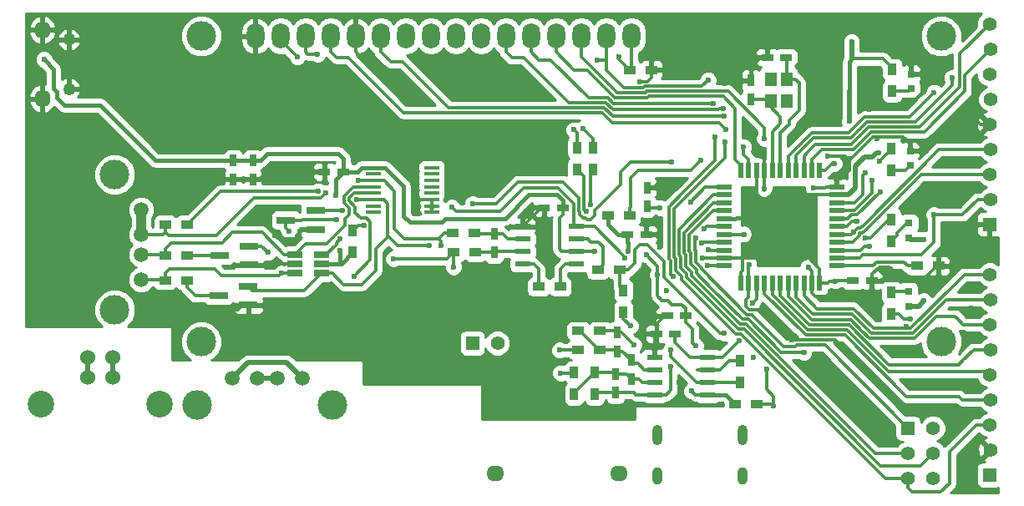
<source format=gbr>
G04 #@! TF.FileFunction,Copper,L2,Bot,Signal*
%FSLAX46Y46*%
G04 Gerber Fmt 4.6, Leading zero omitted, Abs format (unit mm)*
G04 Created by KiCad (PCBNEW 4.0.5+dfsg1-4) date Fri Oct  5 16:33:36 2018*
%MOMM*%
%LPD*%
G01*
G04 APERTURE LIST*
%ADD10C,0.100000*%
%ADD11R,1.200000X0.750000*%
%ADD12R,1.200000X0.900000*%
%ADD13O,1.000000X1.800000*%
%ADD14O,1.000000X2.100000*%
%ADD15R,0.750000X1.200000*%
%ADD16R,1.397000X1.397000*%
%ADD17C,1.397000*%
%ADD18R,0.797560X0.797560*%
%ADD19R,0.900000X1.200000*%
%ADD20R,1.500000X0.550000*%
%ADD21R,0.550000X1.500000*%
%ADD22R,1.550000X0.600000*%
%ADD23R,1.200000X1.400000*%
%ADD24O,1.800000X1.550000*%
%ADD25C,1.501140*%
%ADD26C,2.999740*%
%ADD27C,1.524000*%
%ADD28C,2.700020*%
%ADD29O,1.250000X1.250000*%
%ADD30O,1.550000X1.800000*%
%ADD31R,1.900000X0.800000*%
%ADD32R,1.560000X0.650000*%
%ADD33O,1.800000X2.600000*%
%ADD34C,3.000000*%
%ADD35R,1.500000X0.450000*%
%ADD36C,0.600000*%
%ADD37C,0.300000*%
%ADD38C,1.000000*%
%ADD39C,0.400000*%
%ADD40C,0.500000*%
%ADD41C,0.250000*%
G04 APERTURE END LIST*
D10*
D11*
X116550000Y-83200000D03*
X114650000Y-83200000D03*
D12*
X64860000Y-77750000D03*
X67060000Y-77750000D03*
X67060000Y-72130000D03*
X64860000Y-72130000D03*
D13*
X114760000Y-97590000D03*
X123400000Y-97590000D03*
D14*
X114760000Y-93410000D03*
X123400000Y-93410000D03*
D11*
X127769496Y-55141946D03*
X125869496Y-55141946D03*
D15*
X112100000Y-85850000D03*
X112100000Y-87750000D03*
X110500000Y-89150000D03*
X110500000Y-87250000D03*
X98200000Y-74950000D03*
X98200000Y-73050000D03*
X124219496Y-59391946D03*
X124219496Y-57491946D03*
X113700000Y-68350000D03*
X113700000Y-70250000D03*
X71760000Y-67530000D03*
X71760000Y-65630000D03*
D16*
X140140000Y-92750000D03*
D17*
X142680000Y-92750000D03*
X140140000Y-95290000D03*
X142680000Y-95290000D03*
X140140000Y-97830000D03*
X142680000Y-97830000D03*
D18*
X140200000Y-80374300D03*
X140200000Y-78875700D03*
X140247767Y-73435335D03*
X140247767Y-71936735D03*
X140347767Y-66135335D03*
X140347767Y-64636735D03*
X140447767Y-58335335D03*
X140447767Y-56836735D03*
D12*
X109700000Y-71190000D03*
X111900000Y-71190000D03*
D19*
X138447767Y-78986035D03*
X138447767Y-81186035D03*
X138447767Y-73786035D03*
X138447767Y-71586035D03*
X138447767Y-66586035D03*
X138447767Y-64386035D03*
X138547767Y-58586035D03*
X138547767Y-56386035D03*
D12*
X143230000Y-76280000D03*
X141030000Y-76280000D03*
D19*
X108200000Y-66500000D03*
X108200000Y-64300000D03*
X106600000Y-66500000D03*
X106600000Y-64300000D03*
D12*
X111940000Y-56440000D03*
X114140000Y-56440000D03*
X108900000Y-84800000D03*
X106700000Y-84800000D03*
X106700000Y-82900000D03*
X108900000Y-82900000D03*
D19*
X106300000Y-89300000D03*
X106300000Y-87100000D03*
X108400000Y-89300000D03*
X108400000Y-87100000D03*
D12*
X96300000Y-74900000D03*
X94100000Y-74900000D03*
X96200000Y-73000000D03*
X94000000Y-73000000D03*
X104900000Y-78400000D03*
X102700000Y-78400000D03*
D20*
X121500000Y-76300000D03*
X121500000Y-75500000D03*
X121500000Y-74700000D03*
X121500000Y-73900000D03*
X121500000Y-73100000D03*
X121500000Y-72300000D03*
X121500000Y-71500000D03*
X121500000Y-70700000D03*
X121500000Y-69900000D03*
X121500000Y-69100000D03*
X121500000Y-68300000D03*
D21*
X123200000Y-66600000D03*
X124000000Y-66600000D03*
X124800000Y-66600000D03*
X125600000Y-66600000D03*
X126400000Y-66600000D03*
X127200000Y-66600000D03*
X128000000Y-66600000D03*
X128800000Y-66600000D03*
X129600000Y-66600000D03*
X130400000Y-66600000D03*
X131200000Y-66600000D03*
D20*
X132900000Y-68300000D03*
X132900000Y-69100000D03*
X132900000Y-69900000D03*
X132900000Y-70700000D03*
X132900000Y-71500000D03*
X132900000Y-72300000D03*
X132900000Y-73100000D03*
X132900000Y-73900000D03*
X132900000Y-74700000D03*
X132900000Y-75500000D03*
X132900000Y-76300000D03*
D21*
X131200000Y-78000000D03*
X130400000Y-78000000D03*
X129600000Y-78000000D03*
X128800000Y-78000000D03*
X128000000Y-78000000D03*
X127200000Y-78000000D03*
X126400000Y-78000000D03*
X125600000Y-78000000D03*
X124800000Y-78000000D03*
X124000000Y-78000000D03*
X123200000Y-78000000D03*
D22*
X114450000Y-89355000D03*
X114450000Y-88085000D03*
X114450000Y-86815000D03*
X114450000Y-85545000D03*
X119850000Y-85545000D03*
X119850000Y-86815000D03*
X119850000Y-88085000D03*
X119850000Y-89355000D03*
D23*
X127819496Y-57341946D03*
X127819496Y-59541946D03*
X126219496Y-57341946D03*
X126219496Y-59541946D03*
D16*
X95984575Y-84132751D03*
D17*
X98524575Y-84132751D03*
D11*
X115720000Y-81380000D03*
X117620000Y-81380000D03*
X103250000Y-70400000D03*
X105150000Y-70400000D03*
X136480000Y-77810000D03*
X134580000Y-77810000D03*
D24*
X98299100Y-97337460D03*
X110850000Y-97337460D03*
D25*
X78772000Y-87700000D03*
X76232000Y-87700000D03*
X74200000Y-87700000D03*
X71660000Y-87700000D03*
D26*
X81820000Y-90367000D03*
X68104000Y-90367000D03*
D25*
X62402120Y-77712860D03*
X62402120Y-75172860D03*
X62402120Y-73140860D03*
X62402120Y-70600860D03*
D26*
X59735120Y-80760860D03*
X59735120Y-67044860D03*
D27*
X57000000Y-85600000D03*
X59540000Y-85600000D03*
X59540000Y-87598980D03*
X57000000Y-87598980D03*
D28*
X52270520Y-90299000D03*
X64269480Y-90299000D03*
D17*
X148400000Y-92420000D03*
X148521920Y-89880000D03*
X148400000Y-87340000D03*
X148521920Y-84800000D03*
X148400000Y-82260000D03*
X148521920Y-94960000D03*
X148521920Y-79720000D03*
D16*
X148400000Y-97500000D03*
D17*
X148400000Y-77180000D03*
X148400000Y-67020000D03*
X148521920Y-64480000D03*
X148400000Y-61940000D03*
X148521920Y-59400000D03*
X148400000Y-56860000D03*
X148521920Y-69560000D03*
X148521920Y-54320000D03*
D16*
X148400000Y-72100000D03*
D17*
X148400000Y-51780000D03*
D22*
X101100000Y-76105000D03*
X101100000Y-74835000D03*
X101100000Y-73565000D03*
X101100000Y-72295000D03*
X106500000Y-72295000D03*
X106500000Y-73565000D03*
X106500000Y-74835000D03*
X106500000Y-76105000D03*
D29*
X55092540Y-53359100D03*
X55092540Y-58359100D03*
D30*
X52392540Y-52359100D03*
X52392540Y-59359100D03*
D19*
X123100000Y-88100000D03*
X123100000Y-85900000D03*
X111300000Y-78800000D03*
X111300000Y-81000000D03*
D12*
X110900000Y-76700000D03*
X108700000Y-76700000D03*
D15*
X110700000Y-84950000D03*
X110700000Y-83050000D03*
D31*
X73280000Y-78370000D03*
X73280000Y-80270000D03*
X70280000Y-79320000D03*
X73350000Y-74290000D03*
X73350000Y-76190000D03*
X70350000Y-75240000D03*
X80090000Y-70710000D03*
X80090000Y-72610000D03*
X77090000Y-71660000D03*
D12*
X67060000Y-75280000D03*
X64860000Y-75280000D03*
D19*
X83870000Y-72730000D03*
X83870000Y-74930000D03*
D32*
X78000000Y-77050000D03*
X78000000Y-76100000D03*
X78000000Y-75150000D03*
X80700000Y-75150000D03*
X80700000Y-77050000D03*
X80700000Y-76100000D03*
D12*
X122640000Y-90330000D03*
X124840000Y-90330000D03*
D11*
X113600000Y-73110000D03*
X111700000Y-73110000D03*
D15*
X73730000Y-67530000D03*
X73730000Y-65630000D03*
D33*
X74000000Y-53000000D03*
X76540000Y-53000000D03*
X79080000Y-53000000D03*
X81620000Y-53000000D03*
X84160000Y-53000000D03*
X86700000Y-53000000D03*
X89240000Y-53000000D03*
X91780000Y-53000000D03*
X94320000Y-53000000D03*
X96860000Y-53000000D03*
X99400000Y-53000000D03*
X101940000Y-53000000D03*
X104480000Y-53000000D03*
X107020000Y-53000000D03*
X109560000Y-53000000D03*
X112100000Y-53000000D03*
D34*
X68500900Y-53000000D03*
X68500900Y-84000700D03*
X143499480Y-84000700D03*
X143499480Y-53000000D03*
D35*
X91860000Y-66335000D03*
X91860000Y-66985000D03*
X91860000Y-67635000D03*
X91860000Y-68285000D03*
X91860000Y-68935000D03*
X91860000Y-69585000D03*
X91860000Y-70235000D03*
X91860000Y-70885000D03*
X85960000Y-70885000D03*
X85960000Y-70235000D03*
X85960000Y-69585000D03*
X85960000Y-68935000D03*
X85960000Y-68285000D03*
X85960000Y-67635000D03*
X85960000Y-66985000D03*
X85960000Y-66335000D03*
D11*
X80990000Y-66760000D03*
X82890000Y-66760000D03*
D36*
X124449979Y-85605788D03*
X115200000Y-67990000D03*
X115000000Y-74390000D03*
X132853543Y-67423296D03*
X76000000Y-73190000D03*
X70200000Y-80790000D03*
X56830000Y-58660000D03*
X79260000Y-66890000D03*
X75410000Y-67220000D03*
X68375000Y-60775000D03*
X90300000Y-69590000D03*
X62900000Y-53400000D03*
X95800000Y-51000000D03*
X82800000Y-50900000D03*
X71800000Y-51300000D03*
X65600000Y-55300000D03*
X93125000Y-57350000D03*
X88125000Y-58550000D03*
X67677659Y-57766151D03*
X75470000Y-76040000D03*
X141400000Y-78700000D03*
X145700000Y-83000000D03*
X115675000Y-78800000D03*
X113900000Y-81075000D03*
X116900000Y-88100000D03*
X136200000Y-60400000D03*
X131200000Y-85800000D03*
X136100000Y-90700000D03*
X144700000Y-88200000D03*
X141000000Y-88100000D03*
X140600000Y-85000000D03*
X147400000Y-83500000D03*
X146600000Y-80600000D03*
X146100000Y-78500000D03*
X147200000Y-75000000D03*
X144900000Y-68000000D03*
X145100000Y-66200000D03*
X144800000Y-62900000D03*
X146600000Y-61000000D03*
X113500000Y-76500000D03*
X103600000Y-74300000D03*
X119800000Y-83200000D03*
X128400000Y-83800000D03*
X137000000Y-63400000D03*
X134800000Y-85800000D03*
X138400000Y-76600000D03*
X143800000Y-73200000D03*
X143000000Y-78200000D03*
X132000000Y-65200000D03*
X139600000Y-60000000D03*
X121600000Y-57800000D03*
X113000000Y-57600000D03*
X133400000Y-84400000D03*
X141963265Y-64636735D03*
X101410000Y-70780000D03*
X130550000Y-68410000D03*
X130030000Y-76470000D03*
X124040000Y-76200000D03*
X125600000Y-68450000D03*
X123510000Y-73100000D03*
X128125000Y-63875000D03*
X141725000Y-58625000D03*
X140075000Y-55175000D03*
X125575000Y-64775000D03*
X124475000Y-55875000D03*
X132225000Y-53975000D03*
X81148976Y-68873227D03*
X88000000Y-75590000D03*
X104950000Y-87150000D03*
X94090000Y-76410000D03*
X92800000Y-74190000D03*
X84400000Y-67590000D03*
X82600000Y-73590000D03*
X104830000Y-84850000D03*
X112000000Y-82390000D03*
X116100000Y-86500000D03*
X124349990Y-80070662D03*
X123003628Y-83902881D03*
X111800000Y-74789998D03*
X82120618Y-69144855D03*
X52550000Y-55370000D03*
X134200000Y-61600000D03*
X137200000Y-64800000D03*
X82540000Y-74780000D03*
X108385000Y-74835000D03*
X113616654Y-75194449D03*
X134425000Y-53600000D03*
X114749990Y-77191620D03*
X119290000Y-75500000D03*
X78260000Y-55120000D03*
X108660000Y-55420000D03*
X132780000Y-77830000D03*
X119875000Y-57445000D03*
X141750000Y-73600000D03*
X141750000Y-79825000D03*
X118200000Y-89000000D03*
X118600000Y-84400000D03*
X118598823Y-73452829D03*
X118100000Y-69800000D03*
X119150000Y-65580000D03*
X123490000Y-64250000D03*
X121600000Y-63750000D03*
X110850000Y-55080000D03*
X80310000Y-54810000D03*
X135856411Y-66837177D03*
X121649990Y-62450815D03*
X136203111Y-74291028D03*
X121549990Y-61137801D03*
X121412471Y-60349697D03*
X137300000Y-68800000D03*
X120400000Y-59800000D03*
X120600000Y-63200000D03*
X119804164Y-76298556D03*
X116327992Y-77397245D03*
X136500000Y-67600000D03*
X125600000Y-63400000D03*
X142775000Y-71125000D03*
X137291575Y-65720807D03*
X125800000Y-86790000D03*
X134600000Y-72897122D03*
X126530000Y-90510000D03*
X142800000Y-58700000D03*
X144600000Y-57200000D03*
X129600000Y-85075000D03*
X140400000Y-81675000D03*
X132672284Y-65939990D03*
X135857871Y-73494771D03*
X107950021Y-70113327D03*
X119214125Y-73964125D03*
X107512967Y-70783714D03*
X119885875Y-74635875D03*
X82816402Y-70706898D03*
X84282886Y-69585002D03*
X96000000Y-69990000D03*
X91600000Y-74190000D03*
X116200000Y-65790000D03*
X135000000Y-71790000D03*
X121490000Y-83140000D03*
X139925000Y-82425000D03*
X115000000Y-70400000D03*
X119506499Y-72562754D03*
X111464749Y-75516377D03*
X93911779Y-70358968D03*
X80367772Y-68700775D03*
X112350000Y-84325000D03*
X116100000Y-84800000D03*
X106260373Y-62500373D03*
X107200000Y-62400000D03*
X77400000Y-72790000D03*
X85000000Y-72190000D03*
X82200000Y-71590000D03*
X75260000Y-74950000D03*
X84000000Y-77340000D03*
X76630000Y-77050000D03*
D37*
X114735000Y-67990000D02*
X115200000Y-67990000D01*
X113700000Y-68350000D02*
X114375000Y-68350000D01*
X114375000Y-68350000D02*
X114735000Y-67990000D01*
X115000000Y-73610000D02*
X115000000Y-74390000D01*
X113600000Y-73110000D02*
X114500000Y-73110000D01*
X114500000Y-73110000D02*
X115000000Y-73610000D01*
X91860000Y-70235000D02*
X91860000Y-70885000D01*
X124000000Y-79458648D02*
X124000000Y-78000000D01*
X123699988Y-79758660D02*
X124000000Y-79458648D01*
X123699988Y-80382664D02*
X123699988Y-79758660D01*
X125320664Y-80720664D02*
X124037988Y-80720664D01*
X128400000Y-83800000D02*
X125320664Y-80720664D01*
X124037988Y-80720664D02*
X123699988Y-80382664D01*
X132900000Y-68300000D02*
X132900000Y-67469753D01*
X132900000Y-67469753D02*
X132853543Y-67423296D01*
X134200000Y-65600000D02*
X134200000Y-66600000D01*
X134200000Y-66600000D02*
X133376704Y-67423296D01*
X133376704Y-67423296D02*
X132853543Y-67423296D01*
X78000000Y-76100000D02*
X75530000Y-76100000D01*
X75530000Y-76100000D02*
X75470000Y-76040000D01*
X78000000Y-73590000D02*
X76400000Y-73590000D01*
X76400000Y-73590000D02*
X76000000Y-73190000D01*
X78200000Y-73390000D02*
X78000000Y-73590000D01*
X78200000Y-73250000D02*
X78200000Y-73390000D01*
X80090000Y-72610000D02*
X78840000Y-72610000D01*
X78840000Y-72610000D02*
X78200000Y-73250000D01*
X72210000Y-80790000D02*
X70200000Y-80790000D01*
X73280000Y-80270000D02*
X72730000Y-80270000D01*
X72730000Y-80270000D02*
X72210000Y-80790000D01*
X128125000Y-63875000D02*
X128125000Y-63775000D01*
X131725000Y-59925000D02*
X131725000Y-55875000D01*
X128125000Y-63775000D02*
X131400000Y-60500000D01*
X131400000Y-60250000D02*
X131725000Y-59925000D01*
X131400000Y-60500000D02*
X131400000Y-60250000D01*
X131725000Y-55875000D02*
X132300000Y-55300000D01*
X132300000Y-55300000D02*
X132225000Y-55225000D01*
X132225000Y-55225000D02*
X132225000Y-53975000D01*
X56529100Y-58359100D02*
X56830000Y-58660000D01*
X55092540Y-58359100D02*
X56529100Y-58359100D01*
X79960000Y-66890000D02*
X79260000Y-66890000D01*
X80990000Y-66760000D02*
X80090000Y-66760000D01*
X80090000Y-66760000D02*
X79960000Y-66890000D01*
X74715000Y-67220000D02*
X75410000Y-67220000D01*
X73730000Y-67530000D02*
X74405000Y-67530000D01*
X74405000Y-67530000D02*
X74715000Y-67220000D01*
X71760000Y-67530000D02*
X73730000Y-67530000D01*
X91860000Y-69585000D02*
X90305000Y-69585000D01*
X90305000Y-69585000D02*
X90300000Y-69590000D01*
X91860000Y-69585000D02*
X91860000Y-70885000D01*
X80910000Y-66840000D02*
X80990000Y-66760000D01*
X62900000Y-53400000D02*
X62100000Y-53400000D01*
X59900000Y-55600000D02*
X59900000Y-56300000D01*
X62100000Y-53400000D02*
X59900000Y-55600000D01*
X82800000Y-50900000D02*
X95700000Y-50900000D01*
X95700000Y-50900000D02*
X95800000Y-51000000D01*
X72500000Y-51300000D02*
X72900000Y-50900000D01*
X72900000Y-50900000D02*
X82800000Y-50900000D01*
X71800000Y-51300000D02*
X72500000Y-51300000D01*
X62900000Y-53400000D02*
X64500000Y-53400000D01*
X64500000Y-53400000D02*
X67100000Y-50800000D01*
X71300000Y-50800000D02*
X71800000Y-51300000D01*
X67100000Y-50800000D02*
X71300000Y-50800000D01*
X65600000Y-54200000D02*
X64800000Y-53400000D01*
X64800000Y-53400000D02*
X62900000Y-53400000D01*
X65600000Y-55300000D02*
X65600000Y-54200000D01*
X67677659Y-57277659D02*
X65700000Y-55300000D01*
X67677659Y-57766151D02*
X67677659Y-57277659D01*
X84160000Y-53000000D02*
X84160000Y-54600000D01*
X84160000Y-54600000D02*
X88100000Y-58540000D01*
X132800000Y-83800000D02*
X130800000Y-83800000D01*
X133400000Y-84400000D02*
X132800000Y-83800000D01*
X130800000Y-83800000D02*
X128400000Y-83800000D01*
X75320000Y-76190000D02*
X75470000Y-76040000D01*
X73350000Y-76190000D02*
X75320000Y-76190000D01*
X141900000Y-78200000D02*
X141400000Y-78700000D01*
X143000000Y-78200000D02*
X141900000Y-78200000D01*
X146500000Y-83500000D02*
X146000000Y-83000000D01*
X146000000Y-83000000D02*
X145700000Y-83000000D01*
X147400000Y-83500000D02*
X146500000Y-83500000D01*
X148400000Y-72100000D02*
X148400000Y-73800000D01*
X148400000Y-73800000D02*
X147200000Y-75000000D01*
X135900000Y-90500000D02*
X136100000Y-90700000D01*
X131200000Y-85800000D02*
X135900000Y-90500000D01*
X141100000Y-88200000D02*
X144700000Y-88200000D01*
X141000000Y-88100000D02*
X141100000Y-88200000D01*
X145400000Y-73200000D02*
X147200000Y-75000000D01*
X143800000Y-73200000D02*
X145400000Y-73200000D01*
X148400000Y-61940000D02*
X147540000Y-61940000D01*
X147540000Y-61940000D02*
X146600000Y-61000000D01*
X138100000Y-60300000D02*
X136300000Y-60300000D01*
X138400000Y-60000000D02*
X138100000Y-60300000D01*
X139600000Y-60000000D02*
X138400000Y-60000000D01*
X113500000Y-78200000D02*
X113500000Y-76500000D01*
X113900000Y-78600000D02*
X113500000Y-78200000D01*
X113900000Y-81075000D02*
X113900000Y-78600000D01*
X103600000Y-71425000D02*
X103600000Y-74300000D01*
X103250000Y-70400000D02*
X103250000Y-71075000D01*
X103250000Y-71075000D02*
X103600000Y-71425000D01*
X137200000Y-63200000D02*
X137000000Y-63400000D01*
X139609812Y-63200000D02*
X137200000Y-63200000D01*
X140347767Y-64636735D02*
X140347767Y-63937955D01*
X140347767Y-63937955D02*
X139609812Y-63200000D01*
X133400000Y-84400000D02*
X134800000Y-85800000D01*
X137215000Y-76400000D02*
X138200000Y-76400000D01*
X138200000Y-76400000D02*
X138400000Y-76600000D01*
X136480000Y-77810000D02*
X136480000Y-77135000D01*
X136480000Y-77135000D02*
X137215000Y-76400000D01*
X143800000Y-74960000D02*
X143800000Y-73200000D01*
X143230000Y-76280000D02*
X143230000Y-75530000D01*
X143230000Y-75530000D02*
X143800000Y-74960000D01*
X143230000Y-77970000D02*
X143000000Y-78200000D01*
X143230000Y-76280000D02*
X143230000Y-77970000D01*
X133800000Y-65200000D02*
X132000000Y-65200000D01*
X134200000Y-65600000D02*
X136600000Y-63200000D01*
X134200000Y-65600000D02*
X133800000Y-65200000D01*
X136600000Y-63200000D02*
X139609812Y-63200000D01*
X140000000Y-59600000D02*
X139600000Y-60000000D01*
X141725000Y-58625000D02*
X140750000Y-59600000D01*
X140750000Y-59600000D02*
X140000000Y-59600000D01*
X123236442Y-57800000D02*
X121600000Y-57800000D01*
X124219496Y-57491946D02*
X123544496Y-57491946D01*
X123544496Y-57491946D02*
X123236442Y-57800000D01*
X113730000Y-57600000D02*
X113000000Y-57600000D01*
X114140000Y-56440000D02*
X114140000Y-57190000D01*
X114140000Y-57190000D02*
X113730000Y-57600000D01*
X136480000Y-77810000D02*
X136480000Y-79185000D01*
X136480000Y-79185000D02*
X136265000Y-79400000D01*
X140347767Y-64636735D02*
X141963265Y-64636735D01*
X101880000Y-71250000D02*
X101410000Y-70780000D01*
X102145000Y-71250000D02*
X101100000Y-72295000D01*
X102995000Y-70400000D02*
X102145000Y-71250000D01*
X102145000Y-71250000D02*
X101880000Y-71250000D01*
X136480000Y-77810000D02*
X137380000Y-77810000D01*
X137380000Y-77810000D02*
X137590000Y-77600000D01*
X137590000Y-77600000D02*
X138100000Y-77600000D01*
X138140000Y-77640000D02*
X141720000Y-77640000D01*
X141720000Y-77640000D02*
X143080000Y-76280000D01*
X138100000Y-77600000D02*
X138140000Y-77640000D01*
X143080000Y-76280000D02*
X143230000Y-76280000D01*
X130750000Y-79400000D02*
X134510000Y-79400000D01*
X134510000Y-79400000D02*
X135700000Y-79400000D01*
D38*
X136265000Y-79400000D02*
X134510000Y-79400000D01*
D37*
X131740000Y-68410000D02*
X130550000Y-68410000D01*
X132900000Y-68300000D02*
X131850000Y-68300000D01*
X131850000Y-68300000D02*
X131740000Y-68410000D01*
X130400000Y-76840000D02*
X130030000Y-76470000D01*
X130400000Y-78000000D02*
X130400000Y-76840000D01*
X124000000Y-78000000D02*
X124000000Y-76240000D01*
X124000000Y-76240000D02*
X124040000Y-76200000D01*
X125600000Y-66600000D02*
X125600000Y-68450000D01*
X125600000Y-68680000D02*
X125600000Y-68450000D01*
X122550000Y-73100000D02*
X123510000Y-73100000D01*
X121500000Y-73100000D02*
X122550000Y-73100000D01*
X115720000Y-81380000D02*
X114205000Y-81380000D01*
X114205000Y-81380000D02*
X113900000Y-81075000D01*
X115720000Y-81380000D02*
X115495000Y-81380000D01*
X115495000Y-81380000D02*
X114650000Y-82225000D01*
X114650000Y-82225000D02*
X114650000Y-83200000D01*
X130400000Y-79050000D02*
X130750000Y-79400000D01*
X130400000Y-78000000D02*
X130400000Y-79050000D01*
X141725000Y-57350000D02*
X141725000Y-58625000D01*
X141211735Y-56836735D02*
X141725000Y-57350000D01*
X140447767Y-56836735D02*
X141211735Y-56836735D01*
X140075000Y-55765188D02*
X140075000Y-55175000D01*
X140447767Y-56836735D02*
X140447767Y-56137955D01*
X140447767Y-56137955D02*
X140075000Y-55765188D01*
X125575000Y-65525000D02*
X125575000Y-64775000D01*
X125600000Y-66600000D02*
X125600000Y-65550000D01*
X125600000Y-65550000D02*
X125575000Y-65525000D01*
X124219496Y-57491946D02*
X124219496Y-56130504D01*
X124219496Y-56130504D02*
X124475000Y-55875000D01*
X125869496Y-55141946D02*
X125208054Y-55141946D01*
X125208054Y-55141946D02*
X124475000Y-55875000D01*
X114450000Y-85545000D02*
X114450000Y-83400000D01*
X114450000Y-83400000D02*
X114650000Y-83200000D01*
X103250000Y-70400000D02*
X102995000Y-70400000D01*
X114925000Y-85545000D02*
X114450000Y-85545000D01*
X80632203Y-69390000D02*
X81148976Y-68873227D01*
X65170000Y-73190000D02*
X70000000Y-73190000D01*
X64860000Y-72880000D02*
X65170000Y-73190000D01*
X70000000Y-73190000D02*
X73800000Y-69390000D01*
X73800000Y-69390000D02*
X80632203Y-69390000D01*
X88000000Y-75590000D02*
X93410000Y-75590000D01*
X93410000Y-75590000D02*
X94100000Y-74900000D01*
X94100000Y-74900000D02*
X94100000Y-76400000D01*
X94100000Y-76400000D02*
X94090000Y-76410000D01*
X62402120Y-73140860D02*
X64599140Y-73140860D01*
X64599140Y-73140860D02*
X64860000Y-72880000D01*
X64860000Y-72880000D02*
X64860000Y-72130000D01*
D38*
X62402120Y-70600860D02*
X62402120Y-73140860D01*
D37*
X104950000Y-87150000D02*
X106250000Y-87150000D01*
X106250000Y-87150000D02*
X106300000Y-87100000D01*
X92800000Y-74190000D02*
X92800000Y-73765736D01*
X92800000Y-73765736D02*
X92561067Y-73526803D01*
X92561067Y-73526803D02*
X92550009Y-73526803D01*
X89096803Y-73526803D02*
X92550009Y-73526803D01*
X87010000Y-67635000D02*
X88080000Y-68705000D01*
X88080000Y-72510000D02*
X89096803Y-73526803D01*
X88080000Y-68705000D02*
X88080000Y-72510000D01*
X93109254Y-73000000D02*
X92566230Y-73543024D01*
X94000000Y-73000000D02*
X93109254Y-73000000D01*
X92550009Y-73526803D02*
X92566230Y-73543024D01*
X85960000Y-67635000D02*
X87010000Y-67635000D01*
X85960000Y-67635000D02*
X84445000Y-67635000D01*
X84445000Y-67635000D02*
X84400000Y-67590000D01*
X82200000Y-74105000D02*
X82200000Y-73990000D01*
X82200000Y-73990000D02*
X82600000Y-73590000D01*
X80700000Y-75150000D02*
X81155000Y-75150000D01*
X81155000Y-75150000D02*
X82200000Y-74105000D01*
X104830000Y-84850000D02*
X106650000Y-84850000D01*
X106650000Y-84850000D02*
X106700000Y-84800000D01*
X106600000Y-84900000D02*
X106700000Y-84800000D01*
X93275000Y-73000000D02*
X93300000Y-73000000D01*
X93300000Y-73000000D02*
X94000000Y-73000000D01*
X140247767Y-71936735D02*
X140063265Y-71936735D01*
X140063265Y-71936735D02*
X139000000Y-73000000D01*
X139000000Y-73000000D02*
X139000000Y-73233802D01*
X139000000Y-73233802D02*
X138447767Y-73786035D01*
X140200000Y-78875700D02*
X138558102Y-78875700D01*
X138558102Y-78875700D02*
X138447767Y-78986035D01*
X111300000Y-81000000D02*
X111300000Y-81690000D01*
X111300000Y-81690000D02*
X112000000Y-82390000D01*
X116100000Y-88900000D02*
X116100000Y-86500000D01*
X116000000Y-89000000D02*
X116100000Y-88900000D01*
X115645000Y-89355000D02*
X116000000Y-89000000D01*
X114450000Y-89355000D02*
X115645000Y-89355000D01*
X114450000Y-89355000D02*
X112900000Y-89355000D01*
X112900000Y-89355000D02*
X112545000Y-89355000D01*
X112340000Y-89150000D02*
X112000000Y-89150000D01*
X112000000Y-89150000D02*
X110500000Y-89150000D01*
X112545000Y-89355000D02*
X112340000Y-89150000D01*
X110500000Y-89150000D02*
X108550000Y-89150000D01*
X108550000Y-89150000D02*
X108400000Y-89300000D01*
X124800000Y-78000000D02*
X124800000Y-79620652D01*
X124800000Y-79620652D02*
X124349990Y-80070662D01*
X119850000Y-85545000D02*
X121361509Y-85545000D01*
X121361509Y-85545000D02*
X122703629Y-84202880D01*
X122703629Y-84202880D02*
X123003628Y-83902881D01*
X119905000Y-85600000D02*
X119850000Y-85545000D01*
X118045000Y-85545000D02*
X116550000Y-84050000D01*
X116550000Y-84050000D02*
X116550000Y-83200000D01*
X119850000Y-85545000D02*
X118045000Y-85545000D01*
X119375000Y-85545000D02*
X119850000Y-85545000D01*
D39*
X111800000Y-73985000D02*
X111800000Y-74789998D01*
X111700000Y-73110000D02*
X111700000Y-73885000D01*
X111700000Y-73885000D02*
X111800000Y-73985000D01*
X71760000Y-65630000D02*
X73730000Y-65630000D01*
X82120618Y-67529382D02*
X82120618Y-69144855D01*
X82890000Y-66760000D02*
X82120618Y-67529382D01*
X134200000Y-55600000D02*
X134500000Y-55300000D01*
X134200000Y-58575000D02*
X134200000Y-55600000D01*
X110720000Y-73110000D02*
X109700000Y-72090000D01*
X109700000Y-72090000D02*
X109700000Y-71190000D01*
X111700000Y-73110000D02*
X110720000Y-73110000D01*
X85960000Y-66335000D02*
X87110000Y-66335000D01*
X87110000Y-66335000D02*
X88980000Y-68205000D01*
X88980000Y-68205000D02*
X88980000Y-71230000D01*
X88980000Y-71230000D02*
X89640000Y-71890000D01*
X89640000Y-71890000D02*
X92870000Y-71890000D01*
X92870000Y-71890000D02*
X93260000Y-71500000D01*
X101720000Y-69090000D02*
X104615000Y-69090000D01*
X93260000Y-71500000D02*
X99310000Y-71500000D01*
X99310000Y-71500000D02*
X101720000Y-69090000D01*
X104615000Y-69090000D02*
X105150000Y-69625000D01*
X105150000Y-69625000D02*
X105150000Y-70400000D01*
X82380000Y-64930000D02*
X82890000Y-65440000D01*
X82890000Y-65440000D02*
X82890000Y-66760000D01*
X75205000Y-64930000D02*
X82380000Y-64930000D01*
X73730000Y-65630000D02*
X74505000Y-65630000D01*
X74505000Y-65630000D02*
X75205000Y-64930000D01*
X58240000Y-60010000D02*
X63860000Y-65630000D01*
X63860000Y-65630000D02*
X73730000Y-65630000D01*
X54610000Y-60010000D02*
X58240000Y-60010000D01*
X53880000Y-59280000D02*
X54610000Y-60010000D01*
X53880000Y-58630000D02*
X53880000Y-59280000D01*
X53540000Y-58290000D02*
X53880000Y-58630000D01*
X53540000Y-56360000D02*
X53540000Y-58290000D01*
X52550000Y-55370000D02*
X53540000Y-56360000D01*
D40*
X134841060Y-68408940D02*
X134841060Y-66158940D01*
X134200000Y-60500000D02*
X134200000Y-58575000D01*
X134200000Y-60500000D02*
X134200000Y-61600000D01*
X134150000Y-69100000D02*
X134841060Y-68408940D01*
X134841060Y-66158940D02*
X135724989Y-65275011D01*
X137000000Y-64800000D02*
X137200000Y-64800000D01*
X135724989Y-65275011D02*
X136524989Y-65275011D01*
X136524989Y-65275011D02*
X137000000Y-64800000D01*
X132900000Y-69100000D02*
X134150000Y-69100000D01*
D39*
X82540000Y-74780000D02*
X82540000Y-75940000D01*
X82540000Y-75940000D02*
X82700000Y-76100000D01*
X84745000Y-66335000D02*
X84320000Y-66760000D01*
X84320000Y-66760000D02*
X82890000Y-66760000D01*
X85960000Y-66335000D02*
X84745000Y-66335000D01*
X119850000Y-89355000D02*
X121665000Y-89355000D01*
X121665000Y-89355000D02*
X122640000Y-90330000D01*
X80700000Y-76100000D02*
X82700000Y-76100000D01*
X82700000Y-76100000D02*
X83870000Y-74930000D01*
X122750000Y-71400000D02*
X123700000Y-71400000D01*
X121500000Y-71500000D02*
X122650000Y-71500000D01*
X122650000Y-71500000D02*
X122750000Y-71400000D01*
D37*
X106500000Y-74835000D02*
X108385000Y-74835000D01*
X114749990Y-76327785D02*
X114749990Y-76767356D01*
X113616654Y-75194449D02*
X114749990Y-76327785D01*
X114749990Y-76767356D02*
X114749990Y-77191620D01*
D40*
X134425000Y-53600000D02*
X134425000Y-55225000D01*
D37*
X109560000Y-56420000D02*
X109560000Y-55390000D01*
X111390002Y-58250002D02*
X109560000Y-56420000D01*
X113312002Y-58250002D02*
X111390002Y-58250002D01*
X113461993Y-58100011D02*
X113312002Y-58250002D01*
X119219989Y-58100011D02*
X113461993Y-58100011D01*
X119875000Y-57445000D02*
X119219989Y-58100011D01*
X134580000Y-77810000D02*
X132800000Y-77810000D01*
X132800000Y-77810000D02*
X132780000Y-77830000D01*
X114749990Y-77191620D02*
X114749990Y-79349990D01*
X117620000Y-80620000D02*
X117620000Y-81380000D01*
X114749990Y-79349990D02*
X115200000Y-79800000D01*
X115200000Y-79800000D02*
X115815000Y-79800000D01*
X115815000Y-79800000D02*
X116215000Y-80200000D01*
X116215000Y-80200000D02*
X117200000Y-80200000D01*
X117200000Y-80200000D02*
X117620000Y-80620000D01*
X130050000Y-69100000D02*
X129010000Y-69100000D01*
X109560000Y-55390000D02*
X109530000Y-55420000D01*
X109530000Y-55420000D02*
X108660000Y-55420000D01*
X121500000Y-75500000D02*
X119290000Y-75500000D01*
X121500000Y-75500000D02*
X123290000Y-75500000D01*
X123290000Y-75500000D02*
X125075000Y-75500000D01*
X123340000Y-76810000D02*
X123340000Y-75550000D01*
X123340000Y-75550000D02*
X123290000Y-75500000D01*
X123200000Y-78000000D02*
X123200000Y-76950000D01*
X123200000Y-76950000D02*
X123340000Y-76810000D01*
X76540000Y-53400000D02*
X78260000Y-55120000D01*
X109560000Y-55390000D02*
X109560000Y-55210000D01*
X76540000Y-53000000D02*
X76540000Y-53400000D01*
X131200000Y-78000000D02*
X131970000Y-78000000D01*
X131970000Y-78000000D02*
X132140000Y-77830000D01*
X132140000Y-77830000D02*
X132780000Y-77830000D01*
X109560000Y-55210000D02*
X109560000Y-53000000D01*
X118300000Y-82735000D02*
X118300001Y-84100001D01*
X118300001Y-84100001D02*
X118600000Y-84400000D01*
X117620000Y-81380000D02*
X117620000Y-82055000D01*
X117620000Y-82055000D02*
X118300000Y-82735000D01*
D40*
X141750000Y-73600000D02*
X140412432Y-73600000D01*
X140412432Y-73600000D02*
X140247767Y-73435335D01*
X141750000Y-79825000D02*
X141200700Y-80374300D01*
X141200700Y-80374300D02*
X140200000Y-80374300D01*
D37*
X131200000Y-76575000D02*
X130050000Y-75425000D01*
X131200000Y-76625000D02*
X131200000Y-76575000D01*
X131200000Y-78000000D02*
X131200000Y-76625000D01*
X124800000Y-66600000D02*
X124800000Y-69650000D01*
X132900000Y-69100000D02*
X130050000Y-69100000D01*
X134425000Y-55225000D02*
X134500000Y-55300000D01*
X119850000Y-89355000D02*
X118555000Y-89355000D01*
X118555000Y-89355000D02*
X118200000Y-89000000D01*
X134500000Y-55300000D02*
X137611732Y-55300000D01*
X137611732Y-55300000D02*
X138547767Y-56236035D01*
X138547767Y-56236035D02*
X138547767Y-56386035D01*
X105150000Y-70400000D02*
X105150000Y-71075000D01*
X105150000Y-71075000D02*
X104800000Y-71425000D01*
X104800000Y-71425000D02*
X104800000Y-74600000D01*
X104800000Y-74600000D02*
X105035000Y-74835000D01*
X105035000Y-74835000D02*
X106500000Y-74835000D01*
X118598823Y-73452829D02*
X118564124Y-73487528D01*
X128837013Y-84324989D02*
X131714989Y-84324989D01*
X118600064Y-75921576D02*
X119190042Y-76511554D01*
X118564124Y-73487528D02*
X118564124Y-74721392D01*
X131714989Y-84324989D02*
X140140000Y-92750000D01*
X119190042Y-76632920D02*
X123777797Y-81220675D01*
X128712001Y-84450001D02*
X128837013Y-84324989D01*
X118564124Y-74721392D02*
X118600064Y-74757332D01*
X119190042Y-76511554D02*
X119190042Y-76632920D01*
X118600064Y-74757332D02*
X118600064Y-75921576D01*
X127501468Y-84450001D02*
X128712001Y-84450001D01*
X124272142Y-81220675D02*
X127501468Y-84450001D01*
X123777797Y-81220675D02*
X124272142Y-81220675D01*
X121500000Y-68300000D02*
X119600000Y-68300000D01*
X119600000Y-68300000D02*
X118100000Y-69800000D01*
X136814244Y-95290000D02*
X123744941Y-82220697D01*
X120450000Y-69900000D02*
X121500000Y-69900000D01*
X117424990Y-74996502D02*
X117424990Y-72925010D01*
X118190021Y-76925777D02*
X117600044Y-76335800D01*
X123744941Y-82220697D02*
X123138577Y-82220697D01*
X117600043Y-75171555D02*
X117424990Y-74996502D01*
X118190022Y-77272142D02*
X118190021Y-76925777D01*
X117424990Y-72925010D02*
X120450000Y-69900000D01*
X123138577Y-82220697D02*
X118190022Y-77272142D01*
X140140000Y-95290000D02*
X136814244Y-95290000D01*
X117600044Y-76335800D02*
X117600043Y-75171555D01*
X123537830Y-82720708D02*
X122931466Y-82720708D01*
X116924979Y-72625021D02*
X120450000Y-69100000D01*
X120450000Y-69100000D02*
X121500000Y-69100000D01*
X116924979Y-75203613D02*
X116924979Y-72625021D01*
X117100033Y-75378667D02*
X116924979Y-75203613D01*
X117690011Y-77479253D02*
X117690011Y-77132889D01*
X137377122Y-96560000D02*
X123537830Y-82720708D01*
X142680000Y-95290000D02*
X141410000Y-96560000D01*
X117100033Y-76542911D02*
X117100033Y-75378667D01*
X117690011Y-77132889D02*
X117100033Y-76542911D01*
X122931466Y-82720708D02*
X117690011Y-77479253D01*
X141410000Y-96560000D02*
X137377122Y-96560000D01*
X121600000Y-63750000D02*
X121600000Y-65310000D01*
X122724353Y-83220717D02*
X123240717Y-83220717D01*
X123240717Y-83220717D02*
X137850000Y-97830000D01*
X137850000Y-97830000D02*
X140140000Y-97830000D01*
X116600022Y-76750022D02*
X117190000Y-77340000D01*
X116400020Y-75385776D02*
X116600022Y-75585778D01*
X116600022Y-75585778D02*
X116600022Y-76750022D01*
X116400021Y-70509979D02*
X116400020Y-75385776D01*
X121600000Y-65310000D02*
X116400021Y-70509979D01*
X117190000Y-77686364D02*
X122724353Y-83220717D01*
X117190000Y-77340000D02*
X117190000Y-77686364D01*
X112800000Y-66590000D02*
X118140000Y-66590000D01*
X118140000Y-66590000D02*
X119150000Y-65580000D01*
X112000000Y-67390000D02*
X112800000Y-66590000D01*
X112000000Y-70340000D02*
X112000000Y-67390000D01*
X111900000Y-71190000D02*
X111900000Y-70440000D01*
X111900000Y-70440000D02*
X112000000Y-70340000D01*
X147090000Y-92420000D02*
X148400000Y-92420000D01*
X144330000Y-98370000D02*
X144330000Y-95180000D01*
X144330000Y-95180000D02*
X147090000Y-92420000D01*
X143480000Y-99220000D02*
X144330000Y-98370000D01*
X140542172Y-99220000D02*
X143480000Y-99220000D01*
X140140000Y-97830000D02*
X140140000Y-98817828D01*
X140140000Y-98817828D02*
X140542172Y-99220000D01*
X124000000Y-65550000D02*
X123460000Y-65010000D01*
X124000000Y-66600000D02*
X124000000Y-65550000D01*
X123460000Y-64280000D02*
X123490000Y-64250000D01*
X123460000Y-65010000D02*
X123460000Y-64280000D01*
X138447767Y-66586035D02*
X139897067Y-66586035D01*
X139897067Y-66586035D02*
X140347767Y-66135335D01*
X138547767Y-58586035D02*
X140197067Y-58586035D01*
X140197067Y-58586035D02*
X140447767Y-58335335D01*
X110850000Y-55080000D02*
X110850000Y-55350000D01*
X110850000Y-55350000D02*
X111940000Y-56440000D01*
X79290000Y-54810000D02*
X80310000Y-54810000D01*
X79080000Y-53000000D02*
X79080000Y-54600000D01*
X79080000Y-54600000D02*
X79290000Y-54810000D01*
X112100000Y-53000000D02*
X112100000Y-56280000D01*
X112100000Y-56280000D02*
X111940000Y-56440000D01*
X109112001Y-60749999D02*
X110152002Y-61790000D01*
X110152002Y-61790000D02*
X120989175Y-61790000D01*
X120989175Y-61790000D02*
X121649990Y-62450815D01*
X134748543Y-69900000D02*
X135556412Y-69092131D01*
X135556412Y-67137176D02*
X135856411Y-66837177D01*
X135556412Y-69092131D02*
X135556412Y-67137176D01*
X132900000Y-69900000D02*
X134748543Y-69900000D01*
X81620000Y-53000000D02*
X81620000Y-54600000D01*
X81620000Y-54600000D02*
X82200000Y-55180000D01*
X82200000Y-55180000D02*
X83400000Y-55180000D01*
X83400000Y-55180000D02*
X88969999Y-60749999D01*
X88969999Y-60749999D02*
X109112001Y-60749999D01*
X93549988Y-60249988D02*
X88900000Y-55600000D01*
X86700000Y-53000000D02*
X86700000Y-54600000D01*
X86700000Y-54600000D02*
X87700000Y-55600000D01*
X87700000Y-55600000D02*
X88900000Y-55600000D01*
X110206925Y-61137801D02*
X109319112Y-60249988D01*
X121549990Y-61137801D02*
X110206925Y-61137801D01*
X109319112Y-60249988D02*
X93549988Y-60249988D01*
X135778847Y-74291028D02*
X136203111Y-74291028D01*
X135758972Y-74291028D02*
X135778847Y-74291028D01*
X135350000Y-74700000D02*
X135758972Y-74291028D01*
X132900000Y-74700000D02*
X135350000Y-74700000D01*
X134042878Y-71500000D02*
X132900000Y-71500000D01*
X134402880Y-71139998D02*
X134042878Y-71500000D01*
X134960002Y-71139998D02*
X134402880Y-71139998D01*
X137300000Y-68800000D02*
X134960002Y-71139998D01*
X105749977Y-59749977D02*
X101200000Y-55200000D01*
X100000000Y-55200000D02*
X101200000Y-55200000D01*
X99400000Y-53000000D02*
X99400000Y-54600000D01*
X99400000Y-54600000D02*
X100000000Y-55200000D01*
X120988207Y-60349697D02*
X120887903Y-60450001D01*
X120887903Y-60450001D02*
X110226247Y-60450001D01*
X110226247Y-60450001D02*
X109526223Y-59749977D01*
X121412471Y-60349697D02*
X120988207Y-60349697D01*
X109526223Y-59749977D02*
X105749977Y-59749977D01*
X101940000Y-53000000D02*
X101940000Y-54600000D01*
X117600000Y-59800000D02*
X120400000Y-59800000D01*
X101940000Y-54600000D02*
X102740000Y-55400000D01*
X102740000Y-55400000D02*
X103940000Y-55400000D01*
X103940000Y-55400000D02*
X107789966Y-59249966D01*
X107789966Y-59249966D02*
X109733334Y-59249966D01*
X110283368Y-59800000D02*
X117600000Y-59800000D01*
X109733334Y-59249966D02*
X110283368Y-59800000D01*
X120600000Y-65000000D02*
X120600000Y-63200000D01*
X120600000Y-65602878D02*
X120600000Y-65000000D01*
X117202878Y-69000000D02*
X115900010Y-70302868D01*
X117202878Y-69000000D02*
X120600000Y-65602878D01*
X116100011Y-77169264D02*
X116327992Y-77397245D01*
X115900010Y-75592888D02*
X116100011Y-75792889D01*
X115900010Y-70302868D02*
X115900010Y-75592888D01*
X116100011Y-75792889D02*
X116100011Y-77169264D01*
X121500000Y-76300000D02*
X119805608Y-76300000D01*
X119805608Y-76300000D02*
X119804164Y-76298556D01*
X104480000Y-53000000D02*
X104480000Y-54600000D01*
X104480000Y-54600000D02*
X106289510Y-56409510D01*
X106289510Y-56409510D02*
X107600000Y-56409510D01*
X107600000Y-56409510D02*
X110440513Y-59250023D01*
X113876215Y-59100033D02*
X121400033Y-59100033D01*
X123200000Y-66125000D02*
X123200000Y-66600000D01*
X110440513Y-59250023D02*
X113726225Y-59250023D01*
X113726225Y-59250023D02*
X113876215Y-59100033D01*
X122625000Y-65550000D02*
X123200000Y-66125000D01*
X121400033Y-59100033D02*
X122625000Y-60325000D01*
X122625000Y-60325000D02*
X122625000Y-65550000D01*
X132900000Y-70700000D02*
X132960013Y-70639987D01*
X136500000Y-68024264D02*
X136500000Y-67600000D01*
X136500000Y-68855665D02*
X136500000Y-68024264D01*
X134715678Y-70639987D02*
X136500000Y-68855665D01*
X132960013Y-70639987D02*
X134715678Y-70639987D01*
X121900022Y-58600022D02*
X125600000Y-62300000D01*
X125600000Y-62300000D02*
X125600000Y-62975736D01*
X125600000Y-62975736D02*
X125600000Y-63400000D01*
X110647625Y-58750013D02*
X113519113Y-58750013D01*
X113519113Y-58750013D02*
X113669104Y-58600022D01*
X113669104Y-58600022D02*
X121900022Y-58600022D01*
X107020000Y-55122388D02*
X110647625Y-58750013D01*
X107020000Y-53000000D02*
X107020000Y-55122388D01*
X145300000Y-89535470D02*
X139999870Y-89535470D01*
X145300000Y-89535470D02*
X145644530Y-89880000D01*
X145644530Y-89880000D02*
X148521920Y-89880000D01*
X133764390Y-83299990D02*
X129771504Y-83299990D01*
X125600000Y-79050000D02*
X125600000Y-78000000D01*
X139999870Y-89535470D02*
X133764390Y-83299990D01*
X129771504Y-83299990D02*
X125600000Y-79128486D01*
X125600000Y-79128486D02*
X125600000Y-79050000D01*
X129978619Y-82799979D02*
X133971501Y-82799979D01*
X147473888Y-86995470D02*
X148461716Y-86995470D01*
X126400000Y-78000000D02*
X126400000Y-79221360D01*
X133971501Y-82799979D02*
X138166992Y-86995470D01*
X138166992Y-86995470D02*
X147473888Y-86995470D01*
X126400000Y-79221360D02*
X129978619Y-82799979D01*
X145749329Y-85850701D02*
X146700030Y-84900000D01*
X146700030Y-84900000D02*
X146800030Y-84800000D01*
X146800030Y-84800000D02*
X148521920Y-84800000D01*
X127200000Y-78000000D02*
X127200000Y-79314238D01*
X127200000Y-79314238D02*
X130185731Y-82299969D01*
X130185731Y-82299969D02*
X134178613Y-82299969D01*
X134178613Y-82299969D02*
X138178644Y-86300000D01*
X138178644Y-86300000D02*
X145300030Y-86300000D01*
X145300030Y-86300000D02*
X145749329Y-85850701D01*
X148583636Y-84455470D02*
X148428166Y-84300000D01*
X148521920Y-69560000D02*
X147240000Y-69560000D01*
X147240000Y-69560000D02*
X145675000Y-71125000D01*
X145675000Y-71125000D02*
X142775000Y-71125000D01*
X142775000Y-73900000D02*
X142775000Y-71125000D01*
X141500000Y-75175000D02*
X142775000Y-73900000D01*
X135525000Y-75175000D02*
X141500000Y-75175000D01*
X135400000Y-75300000D02*
X135525000Y-75175000D01*
X132900000Y-75500000D02*
X135200000Y-75500000D01*
X135200000Y-75500000D02*
X135400000Y-75300000D01*
X138447767Y-64536035D02*
X137291575Y-65692227D01*
X137291575Y-65692227D02*
X137291575Y-65720807D01*
X138447767Y-64386035D02*
X138447767Y-64536035D01*
X141464244Y-67020000D02*
X148400000Y-67020000D01*
X135734245Y-72749999D02*
X141464244Y-67020000D01*
X135709127Y-72749999D02*
X135734245Y-72749999D01*
X135250002Y-73209124D02*
X135250002Y-72987996D01*
X135519113Y-72940013D02*
X135709127Y-72749999D01*
X134559126Y-73900000D02*
X135250002Y-73209124D01*
X135250002Y-72987996D02*
X135297985Y-72940013D01*
X132900000Y-73900000D02*
X134559126Y-73900000D01*
X135297985Y-72940013D02*
X135519113Y-72940013D01*
X125800000Y-88790000D02*
X126530000Y-89520000D01*
X126530000Y-89520000D02*
X126530000Y-90510000D01*
X125800000Y-86790000D02*
X125800000Y-88790000D01*
X134397122Y-73100000D02*
X134600000Y-72897122D01*
X132900000Y-73100000D02*
X134397122Y-73100000D01*
X135057120Y-72440002D02*
X134600000Y-72897122D01*
X148521920Y-64480000D02*
X143297122Y-64480000D01*
X135312002Y-72440002D02*
X135057120Y-72440002D01*
X135502016Y-72249988D02*
X135312002Y-72440002D01*
X135527134Y-72249988D02*
X135502016Y-72249988D01*
X143297122Y-64480000D02*
X135527134Y-72249988D01*
X124840000Y-90330000D02*
X126350000Y-90330000D01*
X126350000Y-90330000D02*
X126530000Y-90510000D01*
X142500001Y-58999999D02*
X142800000Y-58700000D01*
X140300041Y-61199958D02*
X142500001Y-58999999D01*
X134146523Y-62824989D02*
X135771558Y-61199958D01*
X128000000Y-66600000D02*
X128000000Y-65192878D01*
X130367889Y-62824989D02*
X134146523Y-62824989D01*
X135771558Y-61199958D02*
X140300041Y-61199958D01*
X128000000Y-65192878D02*
X130367889Y-62824989D01*
X135978668Y-61699968D02*
X140900032Y-61699968D01*
X144600000Y-57624264D02*
X144600000Y-57200000D01*
X144600000Y-58000000D02*
X144600000Y-57624264D01*
X134353634Y-63325000D02*
X135978668Y-61699968D01*
X128800000Y-66600000D02*
X128800000Y-65100000D01*
X130575000Y-63325000D02*
X134353634Y-63325000D01*
X140900032Y-61699968D02*
X144600000Y-58000000D01*
X128800000Y-65100000D02*
X130575000Y-63325000D01*
X145900010Y-58607110D02*
X145900010Y-57200000D01*
X148521920Y-54320000D02*
X145900010Y-56941910D01*
X145900010Y-57200000D02*
X145900010Y-57021910D01*
X145900010Y-56941910D02*
X145900010Y-57200000D01*
X141807131Y-62699989D02*
X145900010Y-58607110D01*
X136392889Y-62699989D02*
X141807131Y-62699989D01*
X130400000Y-65550000D02*
X131450010Y-64499990D01*
X130400000Y-66600000D02*
X130400000Y-65550000D01*
X131450010Y-64499990D02*
X134592888Y-64499990D01*
X134592888Y-64499990D02*
X136392889Y-62699989D01*
X148400000Y-51780000D02*
X145400000Y-54780000D01*
X145400000Y-54780000D02*
X145400000Y-54860000D01*
X145399999Y-58140001D02*
X145400000Y-54860000D01*
X136185778Y-62199978D02*
X141340022Y-62199978D01*
X134410756Y-63975000D02*
X136185778Y-62199978D01*
X130775000Y-63975000D02*
X134410756Y-63975000D01*
X141340022Y-62199978D02*
X145399999Y-58140001D01*
X129925000Y-64825000D02*
X130775000Y-63975000D01*
X129925000Y-64825000D02*
X130150008Y-64599992D01*
X129600000Y-65150000D02*
X129925000Y-64825000D01*
X129600000Y-65550000D02*
X129600000Y-65150000D01*
X129600000Y-66600000D02*
X129600000Y-65550000D01*
X123345686Y-81720686D02*
X123952052Y-81720686D01*
X129175736Y-85075000D02*
X129600000Y-85075000D01*
X120250000Y-78625000D02*
X123345686Y-81720686D01*
X127306366Y-85075000D02*
X129175736Y-85075000D01*
X123952052Y-81720686D02*
X127306366Y-85075000D01*
X121500000Y-70700000D02*
X120389648Y-70700000D01*
X117925001Y-74789391D02*
X118100053Y-74964443D01*
X118100053Y-76128687D02*
X118690031Y-76718665D01*
X120389648Y-70700000D02*
X117925001Y-73164647D01*
X118690031Y-77065031D02*
X120250000Y-78625000D01*
X118690031Y-76718665D02*
X118690031Y-77065031D01*
X118100053Y-74964443D02*
X118100053Y-76128687D01*
X117925001Y-73164647D02*
X117925001Y-74789391D01*
X120250000Y-78625000D02*
X120900000Y-79275000D01*
X139686732Y-81675000D02*
X140400000Y-81675000D01*
X138447767Y-81186035D02*
X139197767Y-81186035D01*
X139197767Y-81186035D02*
X139686732Y-81675000D01*
X138433802Y-81200000D02*
X138447767Y-81186035D01*
X132435010Y-65939990D02*
X132672284Y-65939990D01*
X131200000Y-66600000D02*
X131775000Y-66600000D01*
X131775000Y-66600000D02*
X132435010Y-65939990D01*
X138447767Y-71586035D02*
X138213965Y-71586035D01*
X138213965Y-71586035D02*
X136305229Y-73494771D01*
X136305229Y-73494771D02*
X135857871Y-73494771D01*
X140130000Y-76280000D02*
X141030000Y-76280000D01*
X139749989Y-75899989D02*
X140130000Y-76280000D01*
X137007889Y-75899989D02*
X139749989Y-75899989D01*
X136607878Y-76300000D02*
X137007889Y-75899989D01*
X132900000Y-76300000D02*
X136607878Y-76300000D01*
X107981451Y-70081897D02*
X107950021Y-70113327D01*
X107981451Y-66718549D02*
X107981451Y-70081897D01*
X108200000Y-66500000D02*
X107981451Y-66718549D01*
X121500000Y-73900000D02*
X119278250Y-73900000D01*
X119278250Y-73900000D02*
X119214125Y-73964125D01*
X106600000Y-66500000D02*
X107300011Y-67200011D01*
X107300011Y-70570758D02*
X107512967Y-70783714D01*
X107300011Y-67200011D02*
X107300011Y-70570758D01*
X121500000Y-74700000D02*
X119950000Y-74700000D01*
X119950000Y-74700000D02*
X119885875Y-74635875D01*
X106500000Y-76105000D02*
X105425000Y-76105000D01*
X105425000Y-76105000D02*
X104900000Y-76630000D01*
X104900000Y-77650000D02*
X104900000Y-78400000D01*
X104900000Y-76630000D02*
X104900000Y-77650000D01*
X101100000Y-76105000D02*
X102175000Y-76105000D01*
X102175000Y-76105000D02*
X102700000Y-76630000D01*
X102700000Y-76630000D02*
X102700000Y-78400000D01*
X82813300Y-70710000D02*
X82816402Y-70706898D01*
X80090000Y-70710000D02*
X82813300Y-70710000D01*
X85960000Y-69585000D02*
X84282888Y-69585000D01*
X84282888Y-69585000D02*
X84282886Y-69585002D01*
X100600000Y-67790000D02*
X98600000Y-69790000D01*
X96000000Y-69990000D02*
X98400000Y-69990000D01*
X98400000Y-69990000D02*
X98600000Y-69790000D01*
X88400000Y-74190000D02*
X91600000Y-74190000D01*
X87600000Y-73390000D02*
X88400000Y-74190000D01*
X87400000Y-73390000D02*
X87600000Y-73390000D01*
X105200000Y-67790000D02*
X100600000Y-67790000D01*
X106800000Y-69390000D02*
X105200000Y-67790000D01*
X106800000Y-69790000D02*
X106800000Y-69390000D01*
X106800000Y-70789998D02*
X106800000Y-69790000D01*
X107600000Y-71590000D02*
X107443715Y-71433715D01*
X108000000Y-71590000D02*
X107600000Y-71590000D01*
X107443715Y-71433715D02*
X107200966Y-71433715D01*
X106862966Y-70852966D02*
X106800000Y-70789998D01*
X107200966Y-71433715D02*
X106862966Y-71095715D01*
X106862966Y-71095715D02*
X106862966Y-70852966D01*
X111000000Y-68090825D02*
X108400000Y-70690825D01*
X112000000Y-65790000D02*
X111000000Y-66790000D01*
X116200000Y-65790000D02*
X112000000Y-65790000D01*
X111000000Y-66790000D02*
X111000000Y-68090825D01*
X108400000Y-70690825D02*
X108400000Y-71190000D01*
X108400000Y-71190000D02*
X108000000Y-71590000D01*
X134460000Y-71790000D02*
X135000000Y-71790000D01*
X132900000Y-72300000D02*
X133950000Y-72300000D01*
X133950000Y-72300000D02*
X134460000Y-71790000D01*
X84800000Y-78190000D02*
X82920000Y-78190000D01*
X82920000Y-78190000D02*
X81780000Y-77050000D01*
X81780000Y-77050000D02*
X80700000Y-77050000D01*
X86200000Y-76790000D02*
X84800000Y-78190000D01*
X86200000Y-74590000D02*
X86200000Y-76790000D01*
X87400000Y-73390000D02*
X86200000Y-74590000D01*
X87400000Y-69975000D02*
X87400000Y-73390000D01*
X85960000Y-69585000D02*
X87010000Y-69585000D01*
X87010000Y-69585000D02*
X87400000Y-69975000D01*
X73700001Y-78790001D02*
X78959999Y-78790001D01*
X73280000Y-78370000D02*
X73700001Y-78790001D01*
X78959999Y-78790001D02*
X80700000Y-77050000D01*
X113000000Y-74139988D02*
X113739988Y-74139988D01*
X110900000Y-76700000D02*
X111800000Y-76700000D01*
X112450002Y-74689986D02*
X113000000Y-74139988D01*
X111800000Y-76700000D02*
X112450002Y-76049998D01*
X112450002Y-76049998D02*
X112450002Y-74689986D01*
X113739988Y-74139988D02*
X115400000Y-75800000D01*
X115400000Y-75800000D02*
X115400000Y-77474264D01*
X115400000Y-77474264D02*
X121065736Y-83140000D01*
X121065736Y-83140000D02*
X121490000Y-83140000D01*
X110900000Y-76700000D02*
X110900000Y-78400000D01*
X110900000Y-78400000D02*
X111300000Y-78800000D01*
X144837002Y-78200000D02*
X140412025Y-82624977D01*
X144837002Y-78200000D02*
X145857002Y-77180000D01*
X145857002Y-77180000D02*
X148400000Y-77180000D01*
X129600000Y-78000000D02*
X129600000Y-79300000D01*
X129600000Y-79300000D02*
X130925000Y-80625000D01*
X130925000Y-80625000D02*
X134625001Y-80625000D01*
X134625001Y-80625000D02*
X136624979Y-82624977D01*
X136624979Y-82624977D02*
X140335799Y-82624977D01*
X140412025Y-82624977D02*
X140335799Y-82624977D01*
X140335799Y-82624977D02*
X140124977Y-82624977D01*
X140124977Y-82624977D02*
X139925000Y-82425000D01*
X144024124Y-79720000D02*
X148521920Y-79720000D01*
X140619136Y-83124988D02*
X143544124Y-80200000D01*
X143544124Y-80200000D02*
X144024124Y-79720000D01*
X128800000Y-78000000D02*
X128800000Y-79500000D01*
X128800000Y-79500000D02*
X130450000Y-81150000D01*
X130450000Y-81150000D02*
X134442880Y-81150000D01*
X134442880Y-81150000D02*
X136417868Y-83124988D01*
X136417868Y-83124988D02*
X140619136Y-83124988D01*
X145200000Y-81715470D02*
X145400000Y-81915470D01*
X144884530Y-81400000D02*
X145200000Y-81715470D01*
X145200000Y-81715470D02*
X145744530Y-82260000D01*
X145744530Y-82260000D02*
X148400000Y-82260000D01*
X134385718Y-81799958D02*
X135500000Y-82914240D01*
X128000000Y-79407116D02*
X130392842Y-81799958D01*
X130392842Y-81799958D02*
X134385718Y-81799958D01*
X128000000Y-78000000D02*
X128000000Y-79407116D01*
X135500000Y-82914240D02*
X136210757Y-83624999D01*
X136210757Y-83624999D02*
X140826247Y-83624999D01*
X140826247Y-83624999D02*
X143051246Y-81400000D01*
X143051246Y-81400000D02*
X144884530Y-81400000D01*
X135500000Y-82914240D02*
X135642880Y-83057120D01*
X101100000Y-74835000D02*
X98315000Y-74835000D01*
X98315000Y-74835000D02*
X98200000Y-74950000D01*
X96300000Y-74900000D02*
X98150000Y-74900000D01*
X98150000Y-74900000D02*
X98200000Y-74950000D01*
X96365000Y-74835000D02*
X96300000Y-74900000D01*
X99050000Y-73050000D02*
X99565000Y-73565000D01*
X99565000Y-73565000D02*
X101100000Y-73565000D01*
X98200000Y-73050000D02*
X99050000Y-73050000D01*
X98200000Y-73050000D02*
X96250000Y-73050000D01*
X96250000Y-73050000D02*
X96200000Y-73000000D01*
X115000000Y-70400000D02*
X113850000Y-70400000D01*
X113850000Y-70400000D02*
X113700000Y-70250000D01*
X119769253Y-72300000D02*
X119506499Y-72562754D01*
X121500000Y-72300000D02*
X119769253Y-72300000D01*
D40*
X73280000Y-86080000D02*
X77152000Y-86080000D01*
X77152000Y-86080000D02*
X78772000Y-87700000D01*
X71660000Y-87700000D02*
X73280000Y-86080000D01*
X76232000Y-87700000D02*
X74200000Y-87700000D01*
X57000000Y-85600000D02*
X57000000Y-87598980D01*
X59540000Y-85600000D02*
X59540000Y-87598980D01*
D37*
X111464749Y-75404749D02*
X111464749Y-75516377D01*
X106500000Y-72295000D02*
X108355000Y-72295000D01*
X108355000Y-72295000D02*
X111464749Y-75404749D01*
X106500000Y-72295000D02*
X106299990Y-72094990D01*
X94292801Y-70739990D02*
X93911779Y-70358968D01*
X98850010Y-70739990D02*
X94292801Y-70739990D01*
X101200000Y-68390000D02*
X98850010Y-70739990D01*
X104692878Y-68390000D02*
X101200000Y-68390000D01*
X106299990Y-69997112D02*
X104692878Y-68390000D01*
X106299990Y-72094990D02*
X106299990Y-69997112D01*
X67060000Y-72130000D02*
X70450010Y-68739990D01*
X70450010Y-68739990D02*
X80328557Y-68739990D01*
X80328557Y-68739990D02*
X80367772Y-68700775D01*
X110700000Y-83050000D02*
X111075000Y-83050000D01*
X111075000Y-83050000D02*
X112350000Y-84325000D01*
X108900000Y-82900000D02*
X110550000Y-82900000D01*
X110550000Y-82900000D02*
X110700000Y-83050000D01*
X116100000Y-85500000D02*
X116100000Y-84800000D01*
X118685000Y-88085000D02*
X116100000Y-85500000D01*
X119850000Y-88085000D02*
X118685000Y-88085000D01*
X119850000Y-88085000D02*
X123085000Y-88085000D01*
X123085000Y-88085000D02*
X123100000Y-88100000D01*
X106600000Y-62840000D02*
X106260373Y-62500373D01*
X106600000Y-64300000D02*
X106600000Y-62840000D01*
X108200000Y-64300000D02*
X108200000Y-63400000D01*
X108200000Y-63400000D02*
X107200000Y-62400000D01*
X127200000Y-66600000D02*
X127200000Y-62800000D01*
X127200000Y-62800000D02*
X128075000Y-61925000D01*
X128075000Y-61925000D02*
X128075000Y-61550000D01*
X128075000Y-61550000D02*
X129100000Y-60525000D01*
X129100000Y-60525000D02*
X129100000Y-57722450D01*
X129100000Y-57722450D02*
X128719496Y-57341946D01*
X128719496Y-57341946D02*
X127819496Y-57341946D01*
X127819496Y-57341946D02*
X127819496Y-55191946D01*
X127819496Y-55191946D02*
X127769496Y-55141946D01*
X126400000Y-65550000D02*
X126400000Y-66600000D01*
X126219496Y-60212374D02*
X127200010Y-61192888D01*
X127200010Y-61907112D02*
X126400000Y-62707122D01*
X127200010Y-61192888D02*
X127200010Y-61907112D01*
X126400000Y-62707122D02*
X126400000Y-65550000D01*
X126219496Y-59541946D02*
X126219496Y-60212374D01*
X124219496Y-59391946D02*
X126069496Y-59391946D01*
X126069496Y-59391946D02*
X126219496Y-59541946D01*
X121085000Y-86815000D02*
X122000000Y-85900000D01*
X122000000Y-85900000D02*
X123100000Y-85900000D01*
X119850000Y-86815000D02*
X121085000Y-86815000D01*
X119850000Y-86815000D02*
X118775000Y-86815000D01*
X109200000Y-74300000D02*
X109200000Y-76200000D01*
X109200000Y-76200000D02*
X108700000Y-76700000D01*
X108765000Y-73865000D02*
X109200000Y-74300000D01*
X108555000Y-73865000D02*
X108765000Y-73865000D01*
X107690000Y-73565000D02*
X107990000Y-73865000D01*
X107990000Y-73865000D02*
X108555000Y-73865000D01*
X106500000Y-73565000D02*
X107690000Y-73565000D01*
X114450000Y-88085000D02*
X113185000Y-88085000D01*
X113185000Y-88085000D02*
X112850000Y-87750000D01*
X112850000Y-87750000D02*
X112100000Y-87750000D01*
X110500000Y-87250000D02*
X111600000Y-87250000D01*
X111600000Y-87250000D02*
X112100000Y-87750000D01*
X112100000Y-87750000D02*
X112150000Y-87750000D01*
X108400000Y-87100000D02*
X110350000Y-87100000D01*
X110350000Y-87100000D02*
X110500000Y-87250000D01*
X106300000Y-89300000D02*
X106300000Y-89200000D01*
X106300000Y-89200000D02*
X108400000Y-87100000D01*
X112760000Y-86200000D02*
X113375000Y-86815000D01*
X112760000Y-86200000D02*
X112450000Y-86200000D01*
X112450000Y-86200000D02*
X112100000Y-85850000D01*
X113375000Y-86815000D02*
X114450000Y-86815000D01*
X110700000Y-84950000D02*
X111200000Y-84950000D01*
X111200000Y-84950000D02*
X112100000Y-85850000D01*
X108900000Y-84800000D02*
X110550000Y-84800000D01*
X110550000Y-84800000D02*
X110700000Y-84950000D01*
X112100000Y-85625000D02*
X112100000Y-85850000D01*
X106900000Y-82900000D02*
X108800000Y-84800000D01*
X108800000Y-84800000D02*
X108900000Y-84800000D01*
X106700000Y-82900000D02*
X106900000Y-82900000D01*
X70280000Y-79320000D02*
X67880000Y-79320000D01*
X67880000Y-79320000D02*
X67060000Y-78500000D01*
X67060000Y-78500000D02*
X67060000Y-77750000D01*
X82200000Y-71590000D02*
X78760000Y-71590000D01*
X78760000Y-71590000D02*
X78690000Y-71660000D01*
X78690000Y-71660000D02*
X77090000Y-71660000D01*
X77090000Y-71660000D02*
X77090000Y-72390000D01*
X77400000Y-72790000D02*
X77090000Y-72480000D01*
X77090000Y-72480000D02*
X77090000Y-72390000D01*
X85000000Y-72190000D02*
X84410000Y-72190000D01*
X84410000Y-72190000D02*
X83870000Y-72730000D01*
X73350000Y-74290000D02*
X74600000Y-74290000D01*
X74600000Y-74290000D02*
X75260000Y-74950000D01*
X70350000Y-75240000D02*
X67100000Y-75240000D01*
X67100000Y-75240000D02*
X67060000Y-75280000D01*
X84000000Y-77340000D02*
X85650001Y-75689999D01*
X83459998Y-69681368D02*
X83459998Y-69437998D01*
X85650001Y-75689999D02*
X85650001Y-71877999D01*
X85650001Y-71877999D02*
X85232003Y-71460001D01*
X85232003Y-71460001D02*
X84670001Y-71460001D01*
X84670001Y-71460001D02*
X84100000Y-70890000D01*
X83962996Y-68935000D02*
X85960000Y-68935000D01*
X84100000Y-70890000D02*
X84100000Y-70321370D01*
X84100000Y-70321370D02*
X83459998Y-69681368D01*
X83459998Y-69437998D02*
X83962996Y-68935000D01*
X76380000Y-77300000D02*
X76630000Y-77050000D01*
X76630000Y-77050000D02*
X78000000Y-77050000D01*
X70540000Y-77300000D02*
X76380000Y-77300000D01*
X69830000Y-76590000D02*
X70540000Y-77300000D01*
X65270000Y-76590000D02*
X69830000Y-76590000D01*
X64860000Y-77750000D02*
X64860000Y-77000000D01*
X64860000Y-77000000D02*
X65270000Y-76590000D01*
X62402120Y-77712860D02*
X64822860Y-77712860D01*
X64822860Y-77712860D02*
X64860000Y-77750000D01*
X83466404Y-71125472D02*
X83466404Y-70394896D01*
X79130000Y-74020000D02*
X81207996Y-74020000D01*
X82959987Y-69230887D02*
X83905874Y-68285000D01*
X83047772Y-71544104D02*
X83466404Y-71125472D01*
X78000000Y-75150000D02*
X79130000Y-74020000D01*
X81207996Y-74020000D02*
X83047772Y-72180224D01*
X83466404Y-70394896D02*
X82959987Y-69888479D01*
X83047772Y-72180224D02*
X83047772Y-71544104D01*
X82959987Y-69888479D02*
X82959987Y-69230887D01*
X83905874Y-68285000D02*
X85960000Y-68285000D01*
X71630000Y-72910000D02*
X74680000Y-72910000D01*
X74680000Y-72910000D02*
X76920000Y-75150000D01*
X76920000Y-75150000D02*
X78000000Y-75150000D01*
X70600000Y-73940000D02*
X71630000Y-72910000D01*
X65450000Y-73940000D02*
X70600000Y-73940000D01*
X64860000Y-75280000D02*
X64860000Y-74530000D01*
X64860000Y-74530000D02*
X65450000Y-73940000D01*
X62402120Y-75172860D02*
X64752860Y-75172860D01*
X64752860Y-75172860D02*
X64860000Y-75280000D01*
G36*
X124648751Y-68529879D02*
X124682382Y-68713123D01*
X124750966Y-68886344D01*
X124851889Y-69042946D01*
X124959436Y-69154314D01*
X125032343Y-69243707D01*
X125152646Y-69343230D01*
X125289988Y-69417491D01*
X125439138Y-69463660D01*
X125594415Y-69479981D01*
X125749905Y-69465830D01*
X125899685Y-69421747D01*
X126038051Y-69349411D01*
X126159731Y-69251578D01*
X126254537Y-69138593D01*
X126322625Y-69073753D01*
X126430017Y-68921515D01*
X126505794Y-68751318D01*
X126547070Y-68569643D01*
X126550041Y-68356848D01*
X126548685Y-68350000D01*
X129600704Y-68350000D01*
X129598751Y-68489879D01*
X129632382Y-68673123D01*
X129700966Y-68846344D01*
X129801889Y-69002946D01*
X129931307Y-69136962D01*
X130084291Y-69243289D01*
X130255013Y-69317876D01*
X130436972Y-69357882D01*
X130623236Y-69361784D01*
X130806710Y-69329432D01*
X130850000Y-69312641D01*
X130850000Y-75987438D01*
X130769760Y-75866667D01*
X130638483Y-75734470D01*
X130484029Y-75630290D01*
X130312282Y-75558094D01*
X130129783Y-75520632D01*
X129943482Y-75519332D01*
X129760478Y-75554242D01*
X129587739Y-75624033D01*
X129431846Y-75726046D01*
X129298736Y-75856397D01*
X129193480Y-76010119D01*
X129120087Y-76181359D01*
X129105497Y-76250000D01*
X124988042Y-76250000D01*
X124990041Y-76106848D01*
X124953854Y-75924091D01*
X124882859Y-75751844D01*
X124779760Y-75596667D01*
X124648483Y-75464470D01*
X124494029Y-75360290D01*
X124322282Y-75288094D01*
X124139783Y-75250632D01*
X123953482Y-75249332D01*
X123770478Y-75284242D01*
X123597739Y-75354033D01*
X123441846Y-75456046D01*
X123350000Y-75545988D01*
X123350000Y-74037555D01*
X123396972Y-74047882D01*
X123583236Y-74051784D01*
X123766710Y-74019432D01*
X123940406Y-73952060D01*
X124097709Y-73852233D01*
X124232625Y-73723753D01*
X124340017Y-73571515D01*
X124415794Y-73401318D01*
X124457070Y-73219643D01*
X124460041Y-73006848D01*
X124423854Y-72824091D01*
X124352859Y-72651844D01*
X124249760Y-72496667D01*
X124118483Y-72364470D01*
X123964029Y-72260290D01*
X123792282Y-72188094D01*
X123609783Y-72150632D01*
X123423482Y-72149332D01*
X123350000Y-72163349D01*
X123350000Y-68350000D01*
X124651263Y-68350000D01*
X124648751Y-68529879D01*
X124648751Y-68529879D01*
G37*
X124648751Y-68529879D02*
X124682382Y-68713123D01*
X124750966Y-68886344D01*
X124851889Y-69042946D01*
X124959436Y-69154314D01*
X125032343Y-69243707D01*
X125152646Y-69343230D01*
X125289988Y-69417491D01*
X125439138Y-69463660D01*
X125594415Y-69479981D01*
X125749905Y-69465830D01*
X125899685Y-69421747D01*
X126038051Y-69349411D01*
X126159731Y-69251578D01*
X126254537Y-69138593D01*
X126322625Y-69073753D01*
X126430017Y-68921515D01*
X126505794Y-68751318D01*
X126547070Y-68569643D01*
X126550041Y-68356848D01*
X126548685Y-68350000D01*
X129600704Y-68350000D01*
X129598751Y-68489879D01*
X129632382Y-68673123D01*
X129700966Y-68846344D01*
X129801889Y-69002946D01*
X129931307Y-69136962D01*
X130084291Y-69243289D01*
X130255013Y-69317876D01*
X130436972Y-69357882D01*
X130623236Y-69361784D01*
X130806710Y-69329432D01*
X130850000Y-69312641D01*
X130850000Y-75987438D01*
X130769760Y-75866667D01*
X130638483Y-75734470D01*
X130484029Y-75630290D01*
X130312282Y-75558094D01*
X130129783Y-75520632D01*
X129943482Y-75519332D01*
X129760478Y-75554242D01*
X129587739Y-75624033D01*
X129431846Y-75726046D01*
X129298736Y-75856397D01*
X129193480Y-76010119D01*
X129120087Y-76181359D01*
X129105497Y-76250000D01*
X124988042Y-76250000D01*
X124990041Y-76106848D01*
X124953854Y-75924091D01*
X124882859Y-75751844D01*
X124779760Y-75596667D01*
X124648483Y-75464470D01*
X124494029Y-75360290D01*
X124322282Y-75288094D01*
X124139783Y-75250632D01*
X123953482Y-75249332D01*
X123770478Y-75284242D01*
X123597739Y-75354033D01*
X123441846Y-75456046D01*
X123350000Y-75545988D01*
X123350000Y-74037555D01*
X123396972Y-74047882D01*
X123583236Y-74051784D01*
X123766710Y-74019432D01*
X123940406Y-73952060D01*
X124097709Y-73852233D01*
X124232625Y-73723753D01*
X124340017Y-73571515D01*
X124415794Y-73401318D01*
X124457070Y-73219643D01*
X124460041Y-73006848D01*
X124423854Y-72824091D01*
X124352859Y-72651844D01*
X124249760Y-72496667D01*
X124118483Y-72364470D01*
X123964029Y-72260290D01*
X123792282Y-72188094D01*
X123609783Y-72150632D01*
X123423482Y-72149332D01*
X123350000Y-72163349D01*
X123350000Y-68350000D01*
X124651263Y-68350000D01*
X124648751Y-68529879D01*
D41*
G36*
X147649319Y-93541355D02*
X148052424Y-93708739D01*
X147833284Y-93799510D01*
X147771246Y-94032550D01*
X148521920Y-94783223D01*
X148536062Y-94769081D01*
X148712839Y-94945858D01*
X148698697Y-94960000D01*
X148712839Y-94974142D01*
X148536062Y-95150919D01*
X148521920Y-95136777D01*
X147771246Y-95887450D01*
X147833284Y-96120490D01*
X147957323Y-96164256D01*
X147701500Y-96164256D01*
X147469889Y-96207837D01*
X147257168Y-96344719D01*
X147114462Y-96553576D01*
X147064256Y-96801500D01*
X147064256Y-98198500D01*
X147107837Y-98430111D01*
X147244719Y-98642832D01*
X147453576Y-98785538D01*
X147701500Y-98835744D01*
X149098500Y-98835744D01*
X149300000Y-98797829D01*
X149300000Y-99300000D01*
X144496015Y-99300000D01*
X144878005Y-98918010D01*
X144878008Y-98918008D01*
X145046007Y-98666580D01*
X145063483Y-98578723D01*
X145105001Y-98370000D01*
X145105000Y-98369995D01*
X145105000Y-95501016D01*
X145838132Y-94767883D01*
X147186238Y-94767883D01*
X147214390Y-95293651D01*
X147361430Y-95648636D01*
X147594470Y-95710674D01*
X148345143Y-94960000D01*
X147594470Y-94209326D01*
X147361430Y-94271364D01*
X147186238Y-94767883D01*
X145838132Y-94767883D01*
X147357245Y-93248770D01*
X147649319Y-93541355D01*
X147649319Y-93541355D01*
G37*
X147649319Y-93541355D02*
X148052424Y-93708739D01*
X147833284Y-93799510D01*
X147771246Y-94032550D01*
X148521920Y-94783223D01*
X148536062Y-94769081D01*
X148712839Y-94945858D01*
X148698697Y-94960000D01*
X148712839Y-94974142D01*
X148536062Y-95150919D01*
X148521920Y-95136777D01*
X147771246Y-95887450D01*
X147833284Y-96120490D01*
X147957323Y-96164256D01*
X147701500Y-96164256D01*
X147469889Y-96207837D01*
X147257168Y-96344719D01*
X147114462Y-96553576D01*
X147064256Y-96801500D01*
X147064256Y-98198500D01*
X147107837Y-98430111D01*
X147244719Y-98642832D01*
X147453576Y-98785538D01*
X147701500Y-98835744D01*
X149098500Y-98835744D01*
X149300000Y-98797829D01*
X149300000Y-99300000D01*
X144496015Y-99300000D01*
X144878005Y-98918010D01*
X144878008Y-98918008D01*
X145046007Y-98666580D01*
X145063483Y-98578723D01*
X145105001Y-98370000D01*
X145105000Y-98369995D01*
X145105000Y-95501016D01*
X145838132Y-94767883D01*
X147186238Y-94767883D01*
X147214390Y-95293651D01*
X147361430Y-95648636D01*
X147594470Y-95710674D01*
X148345143Y-94960000D01*
X147594470Y-94209326D01*
X147361430Y-94271364D01*
X147186238Y-94767883D01*
X145838132Y-94767883D01*
X147357245Y-93248770D01*
X147649319Y-93541355D01*
G36*
X142870919Y-97815858D02*
X142856777Y-97830000D01*
X142870919Y-97844142D01*
X142694142Y-98020919D01*
X142680000Y-98006777D01*
X142665858Y-98020919D01*
X142489081Y-97844142D01*
X142503223Y-97830000D01*
X142489081Y-97815858D01*
X142665858Y-97639081D01*
X142680000Y-97653223D01*
X142694142Y-97639081D01*
X142870919Y-97815858D01*
X142870919Y-97815858D01*
G37*
X142870919Y-97815858D02*
X142856777Y-97830000D01*
X142870919Y-97844142D01*
X142694142Y-98020919D01*
X142680000Y-98006777D01*
X142665858Y-98020919D01*
X142489081Y-97844142D01*
X142503223Y-97830000D01*
X142489081Y-97815858D01*
X142665858Y-97639081D01*
X142680000Y-97653223D01*
X142694142Y-97639081D01*
X142870919Y-97815858D01*
G36*
X139451860Y-90083475D02*
X139451862Y-90083478D01*
X139617767Y-90194332D01*
X139703290Y-90251477D01*
X139999870Y-90310470D01*
X144978984Y-90310470D01*
X145096522Y-90428008D01*
X145347950Y-90596007D01*
X145644530Y-90655000D01*
X147425488Y-90655000D01*
X147771239Y-91001355D01*
X148068688Y-91124867D01*
X147651277Y-91297337D01*
X147303006Y-91645000D01*
X147090000Y-91645000D01*
X146793420Y-91703993D01*
X146541992Y-91871992D01*
X146541990Y-91871995D01*
X143823143Y-94590841D01*
X143802663Y-94541277D01*
X143430681Y-94168645D01*
X143072422Y-94019883D01*
X143428723Y-93872663D01*
X143801355Y-93500681D01*
X144003270Y-93014415D01*
X144003729Y-92487895D01*
X143802663Y-92001277D01*
X143430681Y-91628645D01*
X142944415Y-91426730D01*
X142417895Y-91426271D01*
X141931277Y-91627337D01*
X141558645Y-91999319D01*
X141475744Y-92198967D01*
X141475744Y-92051500D01*
X141432163Y-91819889D01*
X141295281Y-91607168D01*
X141086424Y-91464462D01*
X140838500Y-91414256D01*
X139900272Y-91414256D01*
X132561006Y-84074990D01*
X133443374Y-84074990D01*
X139451860Y-90083475D01*
X139451860Y-90083475D01*
G37*
X139451860Y-90083475D02*
X139451862Y-90083478D01*
X139617767Y-90194332D01*
X139703290Y-90251477D01*
X139999870Y-90310470D01*
X144978984Y-90310470D01*
X145096522Y-90428008D01*
X145347950Y-90596007D01*
X145644530Y-90655000D01*
X147425488Y-90655000D01*
X147771239Y-91001355D01*
X148068688Y-91124867D01*
X147651277Y-91297337D01*
X147303006Y-91645000D01*
X147090000Y-91645000D01*
X146793420Y-91703993D01*
X146541992Y-91871992D01*
X146541990Y-91871995D01*
X143823143Y-94590841D01*
X143802663Y-94541277D01*
X143430681Y-94168645D01*
X143072422Y-94019883D01*
X143428723Y-93872663D01*
X143801355Y-93500681D01*
X144003270Y-93014415D01*
X144003729Y-92487895D01*
X143802663Y-92001277D01*
X143430681Y-91628645D01*
X142944415Y-91426730D01*
X142417895Y-91426271D01*
X141931277Y-91627337D01*
X141558645Y-91999319D01*
X141475744Y-92198967D01*
X141475744Y-92051500D01*
X141432163Y-91819889D01*
X141295281Y-91607168D01*
X141086424Y-91464462D01*
X140838500Y-91414256D01*
X139900272Y-91414256D01*
X132561006Y-84074990D01*
X133443374Y-84074990D01*
X139451860Y-90083475D01*
G36*
X138804256Y-92510272D02*
X138804256Y-93448500D01*
X138847837Y-93680111D01*
X138984719Y-93892832D01*
X139193576Y-94035538D01*
X139441500Y-94085744D01*
X139588748Y-94085744D01*
X139391277Y-94167337D01*
X139043006Y-94515000D01*
X137135259Y-94515000D01*
X128470260Y-85850000D01*
X129066640Y-85850000D01*
X129075345Y-85858720D01*
X129415199Y-85999839D01*
X129783187Y-86000160D01*
X130123286Y-85859634D01*
X130383720Y-85599655D01*
X130524839Y-85259801D01*
X130524978Y-85099989D01*
X131393973Y-85099989D01*
X138804256Y-92510272D01*
X138804256Y-92510272D01*
G37*
X138804256Y-92510272D02*
X138804256Y-93448500D01*
X138847837Y-93680111D01*
X138984719Y-93892832D01*
X139193576Y-94035538D01*
X139441500Y-94085744D01*
X139588748Y-94085744D01*
X139391277Y-94167337D01*
X139043006Y-94515000D01*
X137135259Y-94515000D01*
X128470260Y-85850000D01*
X129066640Y-85850000D01*
X129075345Y-85858720D01*
X129415199Y-85999839D01*
X129783187Y-86000160D01*
X130123286Y-85859634D01*
X130383720Y-85599655D01*
X130524839Y-85259801D01*
X130524978Y-85099989D01*
X131393973Y-85099989D01*
X138804256Y-92510272D01*
G36*
X147278645Y-51029319D02*
X147076730Y-51515585D01*
X147076301Y-52007683D01*
X145599022Y-53484962D01*
X145624110Y-53424543D01*
X145624848Y-52579166D01*
X145302018Y-51797857D01*
X144704767Y-51199563D01*
X143924023Y-50875370D01*
X143078646Y-50874632D01*
X142297337Y-51197462D01*
X141699043Y-51794713D01*
X141374850Y-52575457D01*
X141374112Y-53420834D01*
X141696942Y-54202143D01*
X142294193Y-54800437D01*
X143074937Y-55124630D01*
X143920314Y-55125368D01*
X144625000Y-54834198D01*
X144625000Y-56275022D01*
X144416813Y-56274840D01*
X144076714Y-56415366D01*
X143816280Y-56675345D01*
X143675161Y-57015199D01*
X143674840Y-57383187D01*
X143805230Y-57698754D01*
X143456065Y-58047919D01*
X143324655Y-57916280D01*
X142984801Y-57775161D01*
X142616813Y-57774840D01*
X142276714Y-57915366D01*
X142016280Y-58175345D01*
X141875161Y-58515199D01*
X141875149Y-58528836D01*
X141436541Y-58967444D01*
X141483791Y-58734115D01*
X141483791Y-57936555D01*
X141440210Y-57704944D01*
X141370044Y-57595902D01*
X141376397Y-57589549D01*
X141471547Y-57359835D01*
X141471547Y-57117985D01*
X141315297Y-56961735D01*
X140572767Y-56961735D01*
X140572767Y-56981735D01*
X140322767Y-56981735D01*
X140322767Y-56961735D01*
X140302767Y-56961735D01*
X140302767Y-56711735D01*
X140322767Y-56711735D01*
X140322767Y-55969205D01*
X140572767Y-55969205D01*
X140572767Y-56711735D01*
X141315297Y-56711735D01*
X141471547Y-56555485D01*
X141471547Y-56313635D01*
X141376397Y-56083921D01*
X141200581Y-55908106D01*
X140970867Y-55812955D01*
X140729017Y-55812955D01*
X140572767Y-55969205D01*
X140322767Y-55969205D01*
X140166517Y-55812955D01*
X139924667Y-55812955D01*
X139694953Y-55908106D01*
X139635011Y-55968048D01*
X139635011Y-55786035D01*
X139591430Y-55554424D01*
X139454548Y-55341703D01*
X139245691Y-55198997D01*
X138997767Y-55148791D01*
X138556539Y-55148791D01*
X138159740Y-54751992D01*
X137908312Y-54583993D01*
X137611732Y-54525000D01*
X135300000Y-54525000D01*
X135300000Y-53904827D01*
X135349839Y-53784801D01*
X135350160Y-53416813D01*
X135209634Y-53076714D01*
X134949655Y-52816280D01*
X134609801Y-52675161D01*
X134241813Y-52674840D01*
X133901714Y-52815366D01*
X133641280Y-53075345D01*
X133500161Y-53415199D01*
X133499840Y-53783187D01*
X133550000Y-53904584D01*
X133550000Y-55116366D01*
X133437799Y-55284286D01*
X133375000Y-55600000D01*
X133375000Y-58323631D01*
X133325000Y-58575000D01*
X133325000Y-61295173D01*
X133275161Y-61415199D01*
X133274840Y-61783187D01*
X133385080Y-62049989D01*
X130367894Y-62049989D01*
X130367889Y-62049988D01*
X130126479Y-62098008D01*
X130071309Y-62108982D01*
X129836305Y-62266007D01*
X129819881Y-62276981D01*
X127975000Y-64121862D01*
X127975000Y-63121016D01*
X128623008Y-62473008D01*
X128791007Y-62221580D01*
X128850000Y-61925000D01*
X128850000Y-61871016D01*
X129648008Y-61073008D01*
X129816007Y-60821580D01*
X129875000Y-60525000D01*
X129875000Y-57722450D01*
X129816007Y-57425870D01*
X129648008Y-57174442D01*
X129267504Y-56793938D01*
X129056740Y-56653110D01*
X129056740Y-56641946D01*
X129013159Y-56410335D01*
X128876277Y-56197614D01*
X128677241Y-56061618D01*
X128813828Y-55973727D01*
X128956534Y-55764870D01*
X129006740Y-55516946D01*
X129006740Y-54766946D01*
X128963159Y-54535335D01*
X128826277Y-54322614D01*
X128617420Y-54179908D01*
X128369496Y-54129702D01*
X127169496Y-54129702D01*
X126937885Y-54173283D01*
X126829476Y-54243042D01*
X126823530Y-54237096D01*
X126593816Y-54141946D01*
X126150746Y-54141946D01*
X125994496Y-54298196D01*
X125994496Y-55016946D01*
X126014496Y-55016946D01*
X126014496Y-55266946D01*
X125994496Y-55266946D01*
X125994496Y-55286946D01*
X125744496Y-55286946D01*
X125744496Y-55266946D01*
X124800746Y-55266946D01*
X124644496Y-55423196D01*
X124644496Y-55641266D01*
X124739647Y-55870980D01*
X124915462Y-56046796D01*
X125145176Y-56141946D01*
X125242328Y-56141946D01*
X125175164Y-56185165D01*
X125032458Y-56394022D01*
X125023701Y-56437267D01*
X124948530Y-56362097D01*
X124718816Y-56266946D01*
X124500746Y-56266946D01*
X124344496Y-56423196D01*
X124344496Y-57366946D01*
X124364496Y-57366946D01*
X124364496Y-57616946D01*
X124344496Y-57616946D01*
X124344496Y-57636946D01*
X124094496Y-57636946D01*
X124094496Y-57616946D01*
X123375746Y-57616946D01*
X123219496Y-57773196D01*
X123219496Y-58216266D01*
X123314646Y-58445980D01*
X123320469Y-58451803D01*
X123257458Y-58544022D01*
X123207252Y-58791946D01*
X123207252Y-58811236D01*
X122448030Y-58052014D01*
X122196602Y-57884015D01*
X121900022Y-57825022D01*
X120718777Y-57825022D01*
X120799839Y-57629801D01*
X120800160Y-57261813D01*
X120659634Y-56921714D01*
X120505816Y-56767626D01*
X123219496Y-56767626D01*
X123219496Y-57210696D01*
X123375746Y-57366946D01*
X124094496Y-57366946D01*
X124094496Y-56423196D01*
X123938246Y-56266946D01*
X123720176Y-56266946D01*
X123490462Y-56362097D01*
X123314646Y-56537912D01*
X123219496Y-56767626D01*
X120505816Y-56767626D01*
X120399655Y-56661280D01*
X120059801Y-56520161D01*
X119691813Y-56519840D01*
X119351714Y-56660366D01*
X119091280Y-56920345D01*
X118950161Y-57260199D01*
X118950149Y-57273835D01*
X118898973Y-57325011D01*
X115188872Y-57325011D01*
X115269849Y-57244034D01*
X115365000Y-57014320D01*
X115365000Y-56721250D01*
X115208750Y-56565000D01*
X114265000Y-56565000D01*
X114265000Y-56585000D01*
X114015000Y-56585000D01*
X114015000Y-56565000D01*
X113995000Y-56565000D01*
X113995000Y-56315000D01*
X114015000Y-56315000D01*
X114015000Y-55521250D01*
X114265000Y-55521250D01*
X114265000Y-56315000D01*
X115208750Y-56315000D01*
X115365000Y-56158750D01*
X115365000Y-55865680D01*
X115269849Y-55635966D01*
X115094034Y-55460150D01*
X114864320Y-55365000D01*
X114421250Y-55365000D01*
X114265000Y-55521250D01*
X114015000Y-55521250D01*
X113858750Y-55365000D01*
X113415680Y-55365000D01*
X113185966Y-55460150D01*
X113037371Y-55608746D01*
X112996781Y-55545668D01*
X112875000Y-55462459D01*
X112875000Y-54718735D01*
X112988905Y-54642626D01*
X124644496Y-54642626D01*
X124644496Y-54860696D01*
X124800746Y-55016946D01*
X125744496Y-55016946D01*
X125744496Y-54298196D01*
X125588246Y-54141946D01*
X125145176Y-54141946D01*
X124915462Y-54237096D01*
X124739647Y-54412912D01*
X124644496Y-54642626D01*
X112988905Y-54642626D01*
X113178338Y-54516051D01*
X113508916Y-54021305D01*
X113625000Y-53437713D01*
X113625000Y-52562287D01*
X113508916Y-51978695D01*
X113178338Y-51483949D01*
X112683592Y-51153371D01*
X112100000Y-51037287D01*
X111516408Y-51153371D01*
X111021662Y-51483949D01*
X110830000Y-51770792D01*
X110638338Y-51483949D01*
X110143592Y-51153371D01*
X109560000Y-51037287D01*
X108976408Y-51153371D01*
X108481662Y-51483949D01*
X108290000Y-51770792D01*
X108098338Y-51483949D01*
X107603592Y-51153371D01*
X107020000Y-51037287D01*
X106436408Y-51153371D01*
X105941662Y-51483949D01*
X105750000Y-51770792D01*
X105558338Y-51483949D01*
X105063592Y-51153371D01*
X104480000Y-51037287D01*
X103896408Y-51153371D01*
X103401662Y-51483949D01*
X103210000Y-51770792D01*
X103018338Y-51483949D01*
X102523592Y-51153371D01*
X101940000Y-51037287D01*
X101356408Y-51153371D01*
X100861662Y-51483949D01*
X100670000Y-51770792D01*
X100478338Y-51483949D01*
X99983592Y-51153371D01*
X99400000Y-51037287D01*
X98816408Y-51153371D01*
X98321662Y-51483949D01*
X98130000Y-51770792D01*
X97938338Y-51483949D01*
X97443592Y-51153371D01*
X96860000Y-51037287D01*
X96276408Y-51153371D01*
X95781662Y-51483949D01*
X95590000Y-51770792D01*
X95398338Y-51483949D01*
X94903592Y-51153371D01*
X94320000Y-51037287D01*
X93736408Y-51153371D01*
X93241662Y-51483949D01*
X93050000Y-51770792D01*
X92858338Y-51483949D01*
X92363592Y-51153371D01*
X91780000Y-51037287D01*
X91196408Y-51153371D01*
X90701662Y-51483949D01*
X90510000Y-51770792D01*
X90318338Y-51483949D01*
X89823592Y-51153371D01*
X89240000Y-51037287D01*
X88656408Y-51153371D01*
X88161662Y-51483949D01*
X87970000Y-51770792D01*
X87778338Y-51483949D01*
X87283592Y-51153371D01*
X86700000Y-51037287D01*
X86116408Y-51153371D01*
X85621662Y-51483949D01*
X85424427Y-51779133D01*
X85149950Y-51433274D01*
X84628108Y-51143248D01*
X84521221Y-51118398D01*
X84285000Y-51236970D01*
X84285000Y-52875000D01*
X84305000Y-52875000D01*
X84305000Y-53125000D01*
X84285000Y-53125000D01*
X84285000Y-53145000D01*
X84035000Y-53145000D01*
X84035000Y-53125000D01*
X84015000Y-53125000D01*
X84015000Y-52875000D01*
X84035000Y-52875000D01*
X84035000Y-51236970D01*
X83798779Y-51118398D01*
X83691892Y-51143248D01*
X83170050Y-51433274D01*
X82895573Y-51779133D01*
X82698338Y-51483949D01*
X82203592Y-51153371D01*
X81620000Y-51037287D01*
X81036408Y-51153371D01*
X80541662Y-51483949D01*
X80350000Y-51770792D01*
X80158338Y-51483949D01*
X79663592Y-51153371D01*
X79080000Y-51037287D01*
X78496408Y-51153371D01*
X78001662Y-51483949D01*
X77810000Y-51770792D01*
X77618338Y-51483949D01*
X77123592Y-51153371D01*
X76540000Y-51037287D01*
X75956408Y-51153371D01*
X75461662Y-51483949D01*
X75264427Y-51779133D01*
X74989950Y-51433274D01*
X74468108Y-51143248D01*
X74361221Y-51118398D01*
X74125000Y-51236970D01*
X74125000Y-52875000D01*
X74145000Y-52875000D01*
X74145000Y-53125000D01*
X74125000Y-53125000D01*
X74125000Y-54763030D01*
X74361221Y-54881602D01*
X74468108Y-54856752D01*
X74989950Y-54566726D01*
X75264427Y-54220867D01*
X75461662Y-54516051D01*
X75956408Y-54846629D01*
X76540000Y-54962713D01*
X76929267Y-54885283D01*
X77334851Y-55290867D01*
X77334840Y-55303187D01*
X77475366Y-55643286D01*
X77735345Y-55903720D01*
X78075199Y-56044839D01*
X78443187Y-56045160D01*
X78783286Y-55904634D01*
X79043720Y-55644655D01*
X79085390Y-55544301D01*
X79290000Y-55585000D01*
X79776640Y-55585000D01*
X79785345Y-55593720D01*
X80125199Y-55734839D01*
X80493187Y-55735160D01*
X80833286Y-55594634D01*
X81093720Y-55334655D01*
X81142108Y-55218124D01*
X81651992Y-55728008D01*
X81903420Y-55896007D01*
X82200000Y-55955000D01*
X83078984Y-55955000D01*
X88421991Y-61298007D01*
X88673419Y-61466006D01*
X88969999Y-61524999D01*
X106895419Y-61524999D01*
X106676714Y-61615366D01*
X106636875Y-61655135D01*
X106445174Y-61575534D01*
X106077186Y-61575213D01*
X105737087Y-61715739D01*
X105476653Y-61975718D01*
X105335534Y-62315572D01*
X105335213Y-62683560D01*
X105475739Y-63023659D01*
X105701299Y-63249614D01*
X105562962Y-63452076D01*
X105512756Y-63700000D01*
X105512756Y-64900000D01*
X105556337Y-65131611D01*
X105693219Y-65344332D01*
X105773790Y-65399384D01*
X105705668Y-65443219D01*
X105562962Y-65652076D01*
X105512756Y-65900000D01*
X105512756Y-67084801D01*
X105496580Y-67073993D01*
X105200000Y-67015000D01*
X100600000Y-67015000D01*
X100303420Y-67073993D01*
X100051992Y-67241992D01*
X98078984Y-69215000D01*
X96533360Y-69215000D01*
X96524655Y-69206280D01*
X96184801Y-69065161D01*
X95816813Y-69064840D01*
X95476714Y-69205366D01*
X95216280Y-69465345D01*
X95075161Y-69805199D01*
X95075022Y-69964990D01*
X94749842Y-69964990D01*
X94696413Y-69835682D01*
X94436434Y-69575248D01*
X94096580Y-69434129D01*
X93728592Y-69433808D01*
X93388493Y-69574334D01*
X93188664Y-69773814D01*
X93139849Y-69655966D01*
X93073139Y-69589256D01*
X93197038Y-69407924D01*
X93210677Y-69340573D01*
X93235000Y-69316250D01*
X93235000Y-69235680D01*
X93232930Y-69230683D01*
X93247244Y-69160000D01*
X93247244Y-68710000D01*
X93227737Y-68606329D01*
X93247244Y-68510000D01*
X93247244Y-68060000D01*
X93227737Y-67956329D01*
X93247244Y-67860000D01*
X93247244Y-67410000D01*
X93227737Y-67306329D01*
X93247244Y-67210000D01*
X93247244Y-66760000D01*
X93227737Y-66656329D01*
X93247244Y-66560000D01*
X93247244Y-66110000D01*
X93203663Y-65878389D01*
X93066781Y-65665668D01*
X92857924Y-65522962D01*
X92610000Y-65472756D01*
X91110000Y-65472756D01*
X90878389Y-65516337D01*
X90665668Y-65653219D01*
X90522962Y-65862076D01*
X90472756Y-66110000D01*
X90472756Y-66560000D01*
X90492263Y-66663671D01*
X90472756Y-66760000D01*
X90472756Y-67210000D01*
X90492263Y-67313671D01*
X90472756Y-67410000D01*
X90472756Y-67860000D01*
X90492263Y-67963671D01*
X90472756Y-68060000D01*
X90472756Y-68510000D01*
X90492263Y-68613671D01*
X90472756Y-68710000D01*
X90472756Y-69160000D01*
X90486373Y-69232366D01*
X90485000Y-69235680D01*
X90485000Y-69316250D01*
X90506133Y-69337383D01*
X90516337Y-69391611D01*
X90644827Y-69591290D01*
X90580151Y-69655966D01*
X90507578Y-69831172D01*
X90485000Y-69853750D01*
X90485000Y-69966250D01*
X90507578Y-69988828D01*
X90580151Y-70164034D01*
X90651117Y-70235000D01*
X90580151Y-70305966D01*
X90507578Y-70481172D01*
X90485000Y-70503750D01*
X90485000Y-70616250D01*
X90507578Y-70638828D01*
X90580151Y-70814034D01*
X90755966Y-70989850D01*
X90774435Y-70997500D01*
X90641250Y-70997500D01*
X90573750Y-71065000D01*
X89981726Y-71065000D01*
X89805000Y-70888274D01*
X89805000Y-68205000D01*
X89742201Y-67889286D01*
X89563363Y-67621637D01*
X87693363Y-65751637D01*
X87425714Y-65572799D01*
X87110000Y-65510000D01*
X86893916Y-65510000D01*
X86710000Y-65472756D01*
X85210000Y-65472756D01*
X85012067Y-65510000D01*
X84745000Y-65510000D01*
X84429286Y-65572799D01*
X84161637Y-65751637D01*
X83978274Y-65935000D01*
X83938486Y-65935000D01*
X83737924Y-65797962D01*
X83715000Y-65793320D01*
X83715000Y-65440000D01*
X83652201Y-65124286D01*
X83473363Y-64856637D01*
X82963363Y-64346637D01*
X82695714Y-64167799D01*
X82380000Y-64105000D01*
X75205000Y-64105000D01*
X74889286Y-64167799D01*
X74621637Y-64346637D01*
X74455336Y-64512938D01*
X74352924Y-64442962D01*
X74105000Y-64392756D01*
X73355000Y-64392756D01*
X73123389Y-64436337D01*
X72910668Y-64573219D01*
X72767962Y-64782076D01*
X72763320Y-64805000D01*
X72729907Y-64805000D01*
X72728663Y-64798389D01*
X72591781Y-64585668D01*
X72382924Y-64442962D01*
X72135000Y-64392756D01*
X71385000Y-64392756D01*
X71153389Y-64436337D01*
X70940668Y-64573219D01*
X70797962Y-64782076D01*
X70793320Y-64805000D01*
X64201726Y-64805000D01*
X58823363Y-59426637D01*
X58555714Y-59247799D01*
X58240000Y-59185000D01*
X55998777Y-59185000D01*
X56172225Y-58989028D01*
X56301407Y-58677124D01*
X56179124Y-58484100D01*
X55217540Y-58484100D01*
X55217540Y-58504100D01*
X54967540Y-58504100D01*
X54967540Y-58484100D01*
X54947540Y-58484100D01*
X54947540Y-58234100D01*
X54967540Y-58234100D01*
X54967540Y-57271604D01*
X55217540Y-57271604D01*
X55217540Y-58234100D01*
X56179124Y-58234100D01*
X56301407Y-58041076D01*
X56172225Y-57729172D01*
X55848976Y-57363945D01*
X55410566Y-57150221D01*
X55217540Y-57271604D01*
X54967540Y-57271604D01*
X54774514Y-57150221D01*
X54365000Y-57349858D01*
X54365000Y-56360000D01*
X54302201Y-56044286D01*
X54123363Y-55776637D01*
X53434053Y-55087327D01*
X53334634Y-54846714D01*
X53074655Y-54586280D01*
X52734801Y-54445161D01*
X52366813Y-54444840D01*
X52026714Y-54585366D01*
X51766280Y-54845345D01*
X51625161Y-55185199D01*
X51624840Y-55553187D01*
X51765366Y-55893286D01*
X52025345Y-56153720D01*
X52267577Y-56254303D01*
X52715000Y-56701726D01*
X52715000Y-57887036D01*
X52517540Y-57996647D01*
X52517540Y-59234100D01*
X52537540Y-59234100D01*
X52537540Y-59484100D01*
X52517540Y-59484100D01*
X52517540Y-60721553D01*
X52734135Y-60841786D01*
X53215440Y-60616724D01*
X53586237Y-60215598D01*
X53603117Y-60169843D01*
X54026637Y-60593363D01*
X54294286Y-60772201D01*
X54610000Y-60835000D01*
X57898274Y-60835000D01*
X63276637Y-66213363D01*
X63544286Y-66392201D01*
X63860000Y-66455000D01*
X70790093Y-66455000D01*
X70791337Y-66461611D01*
X70861096Y-66570020D01*
X70855150Y-66575966D01*
X70760000Y-66805680D01*
X70760000Y-67248750D01*
X70916250Y-67405000D01*
X71635000Y-67405000D01*
X71635000Y-67385000D01*
X71885000Y-67385000D01*
X71885000Y-67405000D01*
X72603750Y-67405000D01*
X72745000Y-67263750D01*
X72886250Y-67405000D01*
X73605000Y-67405000D01*
X73605000Y-67385000D01*
X73855000Y-67385000D01*
X73855000Y-67405000D01*
X74573750Y-67405000D01*
X74730000Y-67248750D01*
X74730000Y-67041250D01*
X79765000Y-67041250D01*
X79765000Y-67259320D01*
X79860151Y-67489034D01*
X80035966Y-67664850D01*
X80265680Y-67760000D01*
X80708750Y-67760000D01*
X80865000Y-67603750D01*
X80865000Y-66885000D01*
X79921250Y-66885000D01*
X79765000Y-67041250D01*
X74730000Y-67041250D01*
X74730000Y-66805680D01*
X74634850Y-66575966D01*
X74629027Y-66570143D01*
X74692038Y-66477924D01*
X74704725Y-66415272D01*
X74820714Y-66392201D01*
X75017548Y-66260680D01*
X79765000Y-66260680D01*
X79765000Y-66478750D01*
X79921250Y-66635000D01*
X80865000Y-66635000D01*
X80865000Y-65916250D01*
X80708750Y-65760000D01*
X80265680Y-65760000D01*
X80035966Y-65855150D01*
X79860151Y-66030966D01*
X79765000Y-66260680D01*
X75017548Y-66260680D01*
X75088363Y-66213363D01*
X75546726Y-65755000D01*
X82038274Y-65755000D01*
X82065000Y-65781726D01*
X82065000Y-65790093D01*
X82058389Y-65791337D01*
X81949980Y-65861096D01*
X81944034Y-65855150D01*
X81714320Y-65760000D01*
X81271250Y-65760000D01*
X81115000Y-65916250D01*
X81115000Y-66635000D01*
X81135000Y-66635000D01*
X81135000Y-66885000D01*
X81115000Y-66885000D01*
X81115000Y-67603750D01*
X81271250Y-67760000D01*
X81295618Y-67760000D01*
X81295618Y-67948355D01*
X80965789Y-67948067D01*
X80935768Y-67960472D01*
X80892427Y-67917055D01*
X80552573Y-67775936D01*
X80184585Y-67775615D01*
X79844486Y-67916141D01*
X79795552Y-67964990D01*
X74730000Y-67964990D01*
X74730000Y-67811250D01*
X74573750Y-67655000D01*
X73855000Y-67655000D01*
X73855000Y-67675000D01*
X73605000Y-67675000D01*
X73605000Y-67655000D01*
X72886250Y-67655000D01*
X72745000Y-67796250D01*
X72603750Y-67655000D01*
X71885000Y-67655000D01*
X71885000Y-67675000D01*
X71635000Y-67675000D01*
X71635000Y-67655000D01*
X70916250Y-67655000D01*
X70760000Y-67811250D01*
X70760000Y-67964990D01*
X70450010Y-67964990D01*
X70153430Y-68023983D01*
X69902002Y-68191982D01*
X67051228Y-71042756D01*
X66460000Y-71042756D01*
X66228389Y-71086337D01*
X66015668Y-71223219D01*
X65960616Y-71303790D01*
X65916781Y-71235668D01*
X65707924Y-71092962D01*
X65460000Y-71042756D01*
X64260000Y-71042756D01*
X64028389Y-71086337D01*
X63815668Y-71223219D01*
X63672962Y-71432076D01*
X63622756Y-71680000D01*
X63622756Y-72365860D01*
X63570265Y-72365860D01*
X63568951Y-72362680D01*
X63527120Y-72320776D01*
X63527120Y-71421476D01*
X63567592Y-71381075D01*
X63777451Y-70875678D01*
X63777928Y-70328443D01*
X63568951Y-69822680D01*
X63182335Y-69435388D01*
X62676938Y-69225529D01*
X62129703Y-69225052D01*
X61623940Y-69434029D01*
X61236648Y-69820645D01*
X61026789Y-70326042D01*
X61026312Y-70873277D01*
X61235289Y-71379040D01*
X61277120Y-71420944D01*
X61277120Y-72320244D01*
X61236648Y-72360645D01*
X61026789Y-72866042D01*
X61026312Y-73413277D01*
X61235289Y-73919040D01*
X61472769Y-74156936D01*
X61236648Y-74392645D01*
X61026789Y-74898042D01*
X61026312Y-75445277D01*
X61235289Y-75951040D01*
X61621905Y-76338332D01*
X61873632Y-76442858D01*
X61623940Y-76546029D01*
X61236648Y-76932645D01*
X61026789Y-77438042D01*
X61026312Y-77985277D01*
X61235289Y-78491040D01*
X61621905Y-78878332D01*
X62127302Y-79088191D01*
X62674537Y-79088668D01*
X63180300Y-78879691D01*
X63567592Y-78493075D01*
X63569757Y-78487860D01*
X63702532Y-78487860D01*
X63803219Y-78644332D01*
X64012076Y-78787038D01*
X64260000Y-78837244D01*
X65460000Y-78837244D01*
X65691611Y-78793663D01*
X65904332Y-78656781D01*
X65959384Y-78576210D01*
X66003219Y-78644332D01*
X66212076Y-78787038D01*
X66357262Y-78816439D01*
X66511992Y-79048008D01*
X67331992Y-79868008D01*
X67583420Y-80036007D01*
X67880000Y-80095000D01*
X68828605Y-80095000D01*
X68873219Y-80164332D01*
X69082076Y-80307038D01*
X69330000Y-80357244D01*
X71230000Y-80357244D01*
X71461611Y-80313663D01*
X71674332Y-80176781D01*
X71763106Y-80046856D01*
X71861250Y-80145000D01*
X73155000Y-80145000D01*
X73155000Y-80125000D01*
X73405000Y-80125000D01*
X73405000Y-80145000D01*
X74698750Y-80145000D01*
X74855000Y-79988750D01*
X74855000Y-79745680D01*
X74780160Y-79565001D01*
X78959999Y-79565001D01*
X79256579Y-79506008D01*
X79508007Y-79338009D01*
X80833772Y-78012244D01*
X81480000Y-78012244D01*
X81619903Y-77985919D01*
X82371990Y-78738005D01*
X82371992Y-78738008D01*
X82614190Y-78899840D01*
X82623420Y-78906007D01*
X82920000Y-78965000D01*
X84800000Y-78965000D01*
X85096580Y-78906007D01*
X85348008Y-78738008D01*
X86748008Y-77338008D01*
X86916007Y-77086580D01*
X86975000Y-76790000D01*
X86975000Y-74911016D01*
X87500000Y-74386016D01*
X87789931Y-74675947D01*
X87476714Y-74805366D01*
X87216280Y-75065345D01*
X87075161Y-75405199D01*
X87074840Y-75773187D01*
X87215366Y-76113286D01*
X87475345Y-76373720D01*
X87815199Y-76514839D01*
X88183187Y-76515160D01*
X88523286Y-76374634D01*
X88532937Y-76365000D01*
X93165039Y-76365000D01*
X93164840Y-76593187D01*
X93305366Y-76933286D01*
X93565345Y-77193720D01*
X93905199Y-77334839D01*
X94273187Y-77335160D01*
X94613286Y-77194634D01*
X94873720Y-76934655D01*
X95014839Y-76594801D01*
X95015160Y-76226813D01*
X94900578Y-75949502D01*
X94931611Y-75943663D01*
X95144332Y-75806781D01*
X95199384Y-75726210D01*
X95243219Y-75794332D01*
X95452076Y-75937038D01*
X95700000Y-75987244D01*
X96900000Y-75987244D01*
X97131611Y-75943663D01*
X97275878Y-75850830D01*
X97368219Y-75994332D01*
X97577076Y-76137038D01*
X97825000Y-76187244D01*
X98575000Y-76187244D01*
X98806611Y-76143663D01*
X99019332Y-76006781D01*
X99162038Y-75797924D01*
X99200094Y-75610000D01*
X99727245Y-75610000D01*
X99687756Y-75805000D01*
X99687756Y-76405000D01*
X99731337Y-76636611D01*
X99868219Y-76849332D01*
X100077076Y-76992038D01*
X100325000Y-77042244D01*
X101875000Y-77042244D01*
X101925000Y-77032836D01*
X101925000Y-77345685D01*
X101868389Y-77356337D01*
X101655668Y-77493219D01*
X101512962Y-77702076D01*
X101462756Y-77950000D01*
X101462756Y-78850000D01*
X101506337Y-79081611D01*
X101643219Y-79294332D01*
X101852076Y-79437038D01*
X102100000Y-79487244D01*
X103300000Y-79487244D01*
X103531611Y-79443663D01*
X103744332Y-79306781D01*
X103799384Y-79226210D01*
X103843219Y-79294332D01*
X104052076Y-79437038D01*
X104300000Y-79487244D01*
X105500000Y-79487244D01*
X105731611Y-79443663D01*
X105944332Y-79306781D01*
X106087038Y-79097924D01*
X106137244Y-78850000D01*
X106137244Y-77950000D01*
X106093663Y-77718389D01*
X105956781Y-77505668D01*
X105747924Y-77362962D01*
X105675000Y-77348194D01*
X105675000Y-77032119D01*
X105725000Y-77042244D01*
X107275000Y-77042244D01*
X107462756Y-77006915D01*
X107462756Y-77150000D01*
X107506337Y-77381611D01*
X107643219Y-77594332D01*
X107852076Y-77737038D01*
X108100000Y-77787244D01*
X109300000Y-77787244D01*
X109531611Y-77743663D01*
X109744332Y-77606781D01*
X109799384Y-77526210D01*
X109843219Y-77594332D01*
X110052076Y-77737038D01*
X110125000Y-77751806D01*
X110125000Y-78400000D01*
X110183993Y-78696580D01*
X110212756Y-78739627D01*
X110212756Y-79400000D01*
X110256337Y-79631611D01*
X110393219Y-79844332D01*
X110473790Y-79899384D01*
X110405668Y-79943219D01*
X110262962Y-80152076D01*
X110212756Y-80400000D01*
X110212756Y-81600000D01*
X110255258Y-81825879D01*
X110093389Y-81856337D01*
X109910483Y-81974034D01*
X109747924Y-81862962D01*
X109500000Y-81812756D01*
X108300000Y-81812756D01*
X108068389Y-81856337D01*
X107855668Y-81993219D01*
X107800616Y-82073790D01*
X107756781Y-82005668D01*
X107547924Y-81862962D01*
X107300000Y-81812756D01*
X106100000Y-81812756D01*
X105868389Y-81856337D01*
X105655668Y-81993219D01*
X105512962Y-82202076D01*
X105462756Y-82450000D01*
X105462756Y-83350000D01*
X105506337Y-83581611D01*
X105643219Y-83794332D01*
X105723790Y-83849384D01*
X105655668Y-83893219D01*
X105531462Y-84075000D01*
X105363360Y-84075000D01*
X105354655Y-84066280D01*
X105014801Y-83925161D01*
X104646813Y-83924840D01*
X104306714Y-84065366D01*
X104046280Y-84325345D01*
X103905161Y-84665199D01*
X103904840Y-85033187D01*
X104045366Y-85373286D01*
X104305345Y-85633720D01*
X104645199Y-85774839D01*
X105013187Y-85775160D01*
X105353286Y-85634634D01*
X105362937Y-85625000D01*
X105598605Y-85625000D01*
X105643219Y-85694332D01*
X105852076Y-85837038D01*
X105979075Y-85862756D01*
X105850000Y-85862756D01*
X105618389Y-85906337D01*
X105405668Y-86043219D01*
X105262962Y-86252076D01*
X105258049Y-86276338D01*
X105134801Y-86225161D01*
X104766813Y-86224840D01*
X104426714Y-86365366D01*
X104166280Y-86625345D01*
X104025161Y-86965199D01*
X104024840Y-87333187D01*
X104165366Y-87673286D01*
X104425345Y-87933720D01*
X104765199Y-88074839D01*
X105133187Y-88075160D01*
X105303441Y-88004813D01*
X105393219Y-88144332D01*
X105473790Y-88199384D01*
X105405668Y-88243219D01*
X105262962Y-88452076D01*
X105212756Y-88700000D01*
X105212756Y-89900000D01*
X105256337Y-90131611D01*
X105393219Y-90344332D01*
X105602076Y-90487038D01*
X105850000Y-90537244D01*
X106750000Y-90537244D01*
X106981611Y-90493663D01*
X107194332Y-90356781D01*
X107337038Y-90147924D01*
X107348633Y-90090667D01*
X107356337Y-90131611D01*
X107493219Y-90344332D01*
X107702076Y-90487038D01*
X107950000Y-90537244D01*
X108850000Y-90537244D01*
X109081611Y-90493663D01*
X109294332Y-90356781D01*
X109437038Y-90147924D01*
X109482181Y-89925000D01*
X109520685Y-89925000D01*
X109531337Y-89981611D01*
X109668219Y-90194332D01*
X109877076Y-90337038D01*
X110125000Y-90387244D01*
X110875000Y-90387244D01*
X111106611Y-90343663D01*
X111319332Y-90206781D01*
X111462038Y-89997924D01*
X111476806Y-89925000D01*
X112029905Y-89925000D01*
X112248420Y-90071007D01*
X112545000Y-90130001D01*
X112545005Y-90130000D01*
X113263103Y-90130000D01*
X113427076Y-90242038D01*
X113675000Y-90292244D01*
X115225000Y-90292244D01*
X115456611Y-90248663D01*
X115641019Y-90130000D01*
X115645000Y-90130000D01*
X115941580Y-90071007D01*
X116193008Y-89903008D01*
X116648008Y-89448008D01*
X116816007Y-89196580D01*
X116875000Y-88900000D01*
X116875000Y-87371016D01*
X117706884Y-88202900D01*
X117676714Y-88215366D01*
X117416280Y-88475345D01*
X117275161Y-88815199D01*
X117274840Y-89183187D01*
X117415366Y-89523286D01*
X117675345Y-89783720D01*
X118015199Y-89924839D01*
X118039696Y-89924860D01*
X118258420Y-90071007D01*
X118555000Y-90130000D01*
X118663103Y-90130000D01*
X118827076Y-90242038D01*
X119075000Y-90292244D01*
X120625000Y-90292244D01*
X120856611Y-90248663D01*
X120963316Y-90180000D01*
X121323274Y-90180000D01*
X121402756Y-90259482D01*
X121402756Y-90465000D01*
X112600000Y-90465000D01*
X112554568Y-90473549D01*
X112512841Y-90500399D01*
X112484848Y-90541368D01*
X112475000Y-90590000D01*
X112475000Y-91865000D01*
X96925000Y-91865000D01*
X96925000Y-88390000D01*
X96916451Y-88344568D01*
X96889601Y-88302841D01*
X96848632Y-88274848D01*
X96800000Y-88265000D01*
X84925000Y-88265000D01*
X84925000Y-85990000D01*
X84916451Y-85944568D01*
X84889601Y-85902841D01*
X84848632Y-85874848D01*
X84800000Y-85865000D01*
X78174436Y-85865000D01*
X77770718Y-85461282D01*
X77486848Y-85271605D01*
X77454406Y-85265152D01*
X77152000Y-85205000D01*
X73280000Y-85205000D01*
X72977594Y-85265152D01*
X72945152Y-85271605D01*
X72661282Y-85461282D01*
X72257564Y-85865000D01*
X69553567Y-85865000D01*
X69703043Y-85803238D01*
X70301337Y-85205987D01*
X70625530Y-84425243D01*
X70626268Y-83579866D01*
X70566102Y-83434251D01*
X94648831Y-83434251D01*
X94648831Y-84831251D01*
X94692412Y-85062862D01*
X94829294Y-85275583D01*
X95038151Y-85418289D01*
X95286075Y-85468495D01*
X96683075Y-85468495D01*
X96914686Y-85424914D01*
X97127407Y-85288032D01*
X97270113Y-85079175D01*
X97320319Y-84831251D01*
X97320319Y-84684003D01*
X97401912Y-84881474D01*
X97773894Y-85254106D01*
X98260160Y-85456021D01*
X98786680Y-85456480D01*
X99273298Y-85255414D01*
X99645930Y-84883432D01*
X99847845Y-84397166D01*
X99848304Y-83870646D01*
X99647238Y-83384028D01*
X99275256Y-83011396D01*
X98788990Y-82809481D01*
X98262470Y-82809022D01*
X97775852Y-83010088D01*
X97403220Y-83382070D01*
X97320319Y-83581718D01*
X97320319Y-83434251D01*
X97276738Y-83202640D01*
X97139856Y-82989919D01*
X96930999Y-82847213D01*
X96683075Y-82797007D01*
X95286075Y-82797007D01*
X95054464Y-82840588D01*
X94841743Y-82977470D01*
X94699037Y-83186327D01*
X94648831Y-83434251D01*
X70566102Y-83434251D01*
X70303438Y-82798557D01*
X69706187Y-82200263D01*
X68925443Y-81876070D01*
X68080066Y-81875332D01*
X67298757Y-82198162D01*
X66700463Y-82795413D01*
X66376270Y-83576157D01*
X66375532Y-84421534D01*
X66698362Y-85202843D01*
X67295613Y-85801137D01*
X67449412Y-85865000D01*
X65525000Y-85865000D01*
X65525000Y-82590000D01*
X65516451Y-82544568D01*
X65489601Y-82502841D01*
X65448632Y-82474848D01*
X65400000Y-82465000D01*
X61035650Y-82465000D01*
X61535447Y-81966074D01*
X61859621Y-81185377D01*
X61860173Y-80551250D01*
X71705000Y-80551250D01*
X71705000Y-80794320D01*
X71800151Y-81024034D01*
X71975966Y-81199850D01*
X72205680Y-81295000D01*
X72998750Y-81295000D01*
X73155000Y-81138750D01*
X73155000Y-80395000D01*
X73405000Y-80395000D01*
X73405000Y-81138750D01*
X73561250Y-81295000D01*
X74354320Y-81295000D01*
X74584034Y-81199850D01*
X74759849Y-81024034D01*
X74855000Y-80794320D01*
X74855000Y-80551250D01*
X74698750Y-80395000D01*
X73405000Y-80395000D01*
X73155000Y-80395000D01*
X71861250Y-80395000D01*
X71705000Y-80551250D01*
X61860173Y-80551250D01*
X61860358Y-80340051D01*
X61537548Y-79558790D01*
X60940334Y-78960533D01*
X60159637Y-78636359D01*
X59314311Y-78635622D01*
X58533050Y-78958432D01*
X57934793Y-79555646D01*
X57610619Y-80336343D01*
X57609882Y-81181669D01*
X57932692Y-81962930D01*
X58433887Y-82465000D01*
X50700000Y-82465000D01*
X50700000Y-67465669D01*
X57609882Y-67465669D01*
X57932692Y-68246930D01*
X58529906Y-68845187D01*
X59310603Y-69169361D01*
X60155929Y-69170098D01*
X60937190Y-68847288D01*
X61535447Y-68250074D01*
X61859621Y-67469377D01*
X61860358Y-66624051D01*
X61537548Y-65842790D01*
X60940334Y-65244533D01*
X60159637Y-64920359D01*
X59314311Y-64919622D01*
X58533050Y-65242432D01*
X57934793Y-65839646D01*
X57610619Y-66620343D01*
X57609882Y-67465669D01*
X50700000Y-67465669D01*
X50700000Y-59703108D01*
X51009776Y-59703108D01*
X51198843Y-60215598D01*
X51569640Y-60616724D01*
X52050945Y-60841786D01*
X52267540Y-60721553D01*
X52267540Y-59484100D01*
X51148790Y-59484100D01*
X51009776Y-59703108D01*
X50700000Y-59703108D01*
X50700000Y-59015092D01*
X51009776Y-59015092D01*
X51148790Y-59234100D01*
X52267540Y-59234100D01*
X52267540Y-57996647D01*
X52050945Y-57876414D01*
X51569640Y-58101476D01*
X51198843Y-58502602D01*
X51009776Y-59015092D01*
X50700000Y-59015092D01*
X50700000Y-52703108D01*
X51009776Y-52703108D01*
X51198843Y-53215598D01*
X51569640Y-53616724D01*
X52050945Y-53841786D01*
X52267540Y-53721553D01*
X52267540Y-52484100D01*
X52517540Y-52484100D01*
X52517540Y-53721553D01*
X52734135Y-53841786D01*
X53086271Y-53677124D01*
X53883673Y-53677124D01*
X54012855Y-53989028D01*
X54336104Y-54354255D01*
X54774514Y-54567979D01*
X54967540Y-54446596D01*
X54967540Y-53484100D01*
X55217540Y-53484100D01*
X55217540Y-54446596D01*
X55410566Y-54567979D01*
X55848976Y-54354255D01*
X56172225Y-53989028D01*
X56301407Y-53677124D01*
X56179124Y-53484100D01*
X55217540Y-53484100D01*
X54967540Y-53484100D01*
X54005956Y-53484100D01*
X53883673Y-53677124D01*
X53086271Y-53677124D01*
X53215440Y-53616724D01*
X53396518Y-53420834D01*
X66375532Y-53420834D01*
X66698362Y-54202143D01*
X67295613Y-54800437D01*
X68076357Y-55124630D01*
X68921734Y-55125368D01*
X69703043Y-54802538D01*
X70301337Y-54205287D01*
X70625530Y-53424543D01*
X70625791Y-53125000D01*
X72475000Y-53125000D01*
X72475000Y-53525000D01*
X72638919Y-54099077D01*
X73010050Y-54566726D01*
X73531892Y-54856752D01*
X73638779Y-54881602D01*
X73875000Y-54763030D01*
X73875000Y-53125000D01*
X72475000Y-53125000D01*
X70625791Y-53125000D01*
X70626268Y-52579166D01*
X70583228Y-52475000D01*
X72475000Y-52475000D01*
X72475000Y-52875000D01*
X73875000Y-52875000D01*
X73875000Y-51236970D01*
X73638779Y-51118398D01*
X73531892Y-51143248D01*
X73010050Y-51433274D01*
X72638919Y-51900923D01*
X72475000Y-52475000D01*
X70583228Y-52475000D01*
X70303438Y-51797857D01*
X69706187Y-51199563D01*
X68925443Y-50875370D01*
X68080066Y-50874632D01*
X67298757Y-51197462D01*
X66700463Y-51794713D01*
X66376270Y-52575457D01*
X66375532Y-53420834D01*
X53396518Y-53420834D01*
X53586237Y-53215598D01*
X53650621Y-53041076D01*
X53883673Y-53041076D01*
X54005956Y-53234100D01*
X54967540Y-53234100D01*
X54967540Y-52271604D01*
X55217540Y-52271604D01*
X55217540Y-53234100D01*
X56179124Y-53234100D01*
X56301407Y-53041076D01*
X56172225Y-52729172D01*
X55848976Y-52363945D01*
X55410566Y-52150221D01*
X55217540Y-52271604D01*
X54967540Y-52271604D01*
X54774514Y-52150221D01*
X54336104Y-52363945D01*
X54012855Y-52729172D01*
X53883673Y-53041076D01*
X53650621Y-53041076D01*
X53775304Y-52703108D01*
X53636290Y-52484100D01*
X52517540Y-52484100D01*
X52267540Y-52484100D01*
X51148790Y-52484100D01*
X51009776Y-52703108D01*
X50700000Y-52703108D01*
X50700000Y-52015092D01*
X51009776Y-52015092D01*
X51148790Y-52234100D01*
X52267540Y-52234100D01*
X52267540Y-50996647D01*
X52517540Y-50996647D01*
X52517540Y-52234100D01*
X53636290Y-52234100D01*
X53775304Y-52015092D01*
X53586237Y-51502602D01*
X53215440Y-51101476D01*
X52734135Y-50876414D01*
X52517540Y-50996647D01*
X52267540Y-50996647D01*
X52050945Y-50876414D01*
X51569640Y-51101476D01*
X51198843Y-51502602D01*
X51009776Y-52015092D01*
X50700000Y-52015092D01*
X50700000Y-50700000D01*
X147608539Y-50700000D01*
X147278645Y-51029319D01*
X147278645Y-51029319D01*
G37*
X147278645Y-51029319D02*
X147076730Y-51515585D01*
X147076301Y-52007683D01*
X145599022Y-53484962D01*
X145624110Y-53424543D01*
X145624848Y-52579166D01*
X145302018Y-51797857D01*
X144704767Y-51199563D01*
X143924023Y-50875370D01*
X143078646Y-50874632D01*
X142297337Y-51197462D01*
X141699043Y-51794713D01*
X141374850Y-52575457D01*
X141374112Y-53420834D01*
X141696942Y-54202143D01*
X142294193Y-54800437D01*
X143074937Y-55124630D01*
X143920314Y-55125368D01*
X144625000Y-54834198D01*
X144625000Y-56275022D01*
X144416813Y-56274840D01*
X144076714Y-56415366D01*
X143816280Y-56675345D01*
X143675161Y-57015199D01*
X143674840Y-57383187D01*
X143805230Y-57698754D01*
X143456065Y-58047919D01*
X143324655Y-57916280D01*
X142984801Y-57775161D01*
X142616813Y-57774840D01*
X142276714Y-57915366D01*
X142016280Y-58175345D01*
X141875161Y-58515199D01*
X141875149Y-58528836D01*
X141436541Y-58967444D01*
X141483791Y-58734115D01*
X141483791Y-57936555D01*
X141440210Y-57704944D01*
X141370044Y-57595902D01*
X141376397Y-57589549D01*
X141471547Y-57359835D01*
X141471547Y-57117985D01*
X141315297Y-56961735D01*
X140572767Y-56961735D01*
X140572767Y-56981735D01*
X140322767Y-56981735D01*
X140322767Y-56961735D01*
X140302767Y-56961735D01*
X140302767Y-56711735D01*
X140322767Y-56711735D01*
X140322767Y-55969205D01*
X140572767Y-55969205D01*
X140572767Y-56711735D01*
X141315297Y-56711735D01*
X141471547Y-56555485D01*
X141471547Y-56313635D01*
X141376397Y-56083921D01*
X141200581Y-55908106D01*
X140970867Y-55812955D01*
X140729017Y-55812955D01*
X140572767Y-55969205D01*
X140322767Y-55969205D01*
X140166517Y-55812955D01*
X139924667Y-55812955D01*
X139694953Y-55908106D01*
X139635011Y-55968048D01*
X139635011Y-55786035D01*
X139591430Y-55554424D01*
X139454548Y-55341703D01*
X139245691Y-55198997D01*
X138997767Y-55148791D01*
X138556539Y-55148791D01*
X138159740Y-54751992D01*
X137908312Y-54583993D01*
X137611732Y-54525000D01*
X135300000Y-54525000D01*
X135300000Y-53904827D01*
X135349839Y-53784801D01*
X135350160Y-53416813D01*
X135209634Y-53076714D01*
X134949655Y-52816280D01*
X134609801Y-52675161D01*
X134241813Y-52674840D01*
X133901714Y-52815366D01*
X133641280Y-53075345D01*
X133500161Y-53415199D01*
X133499840Y-53783187D01*
X133550000Y-53904584D01*
X133550000Y-55116366D01*
X133437799Y-55284286D01*
X133375000Y-55600000D01*
X133375000Y-58323631D01*
X133325000Y-58575000D01*
X133325000Y-61295173D01*
X133275161Y-61415199D01*
X133274840Y-61783187D01*
X133385080Y-62049989D01*
X130367894Y-62049989D01*
X130367889Y-62049988D01*
X130126479Y-62098008D01*
X130071309Y-62108982D01*
X129836305Y-62266007D01*
X129819881Y-62276981D01*
X127975000Y-64121862D01*
X127975000Y-63121016D01*
X128623008Y-62473008D01*
X128791007Y-62221580D01*
X128850000Y-61925000D01*
X128850000Y-61871016D01*
X129648008Y-61073008D01*
X129816007Y-60821580D01*
X129875000Y-60525000D01*
X129875000Y-57722450D01*
X129816007Y-57425870D01*
X129648008Y-57174442D01*
X129267504Y-56793938D01*
X129056740Y-56653110D01*
X129056740Y-56641946D01*
X129013159Y-56410335D01*
X128876277Y-56197614D01*
X128677241Y-56061618D01*
X128813828Y-55973727D01*
X128956534Y-55764870D01*
X129006740Y-55516946D01*
X129006740Y-54766946D01*
X128963159Y-54535335D01*
X128826277Y-54322614D01*
X128617420Y-54179908D01*
X128369496Y-54129702D01*
X127169496Y-54129702D01*
X126937885Y-54173283D01*
X126829476Y-54243042D01*
X126823530Y-54237096D01*
X126593816Y-54141946D01*
X126150746Y-54141946D01*
X125994496Y-54298196D01*
X125994496Y-55016946D01*
X126014496Y-55016946D01*
X126014496Y-55266946D01*
X125994496Y-55266946D01*
X125994496Y-55286946D01*
X125744496Y-55286946D01*
X125744496Y-55266946D01*
X124800746Y-55266946D01*
X124644496Y-55423196D01*
X124644496Y-55641266D01*
X124739647Y-55870980D01*
X124915462Y-56046796D01*
X125145176Y-56141946D01*
X125242328Y-56141946D01*
X125175164Y-56185165D01*
X125032458Y-56394022D01*
X125023701Y-56437267D01*
X124948530Y-56362097D01*
X124718816Y-56266946D01*
X124500746Y-56266946D01*
X124344496Y-56423196D01*
X124344496Y-57366946D01*
X124364496Y-57366946D01*
X124364496Y-57616946D01*
X124344496Y-57616946D01*
X124344496Y-57636946D01*
X124094496Y-57636946D01*
X124094496Y-57616946D01*
X123375746Y-57616946D01*
X123219496Y-57773196D01*
X123219496Y-58216266D01*
X123314646Y-58445980D01*
X123320469Y-58451803D01*
X123257458Y-58544022D01*
X123207252Y-58791946D01*
X123207252Y-58811236D01*
X122448030Y-58052014D01*
X122196602Y-57884015D01*
X121900022Y-57825022D01*
X120718777Y-57825022D01*
X120799839Y-57629801D01*
X120800160Y-57261813D01*
X120659634Y-56921714D01*
X120505816Y-56767626D01*
X123219496Y-56767626D01*
X123219496Y-57210696D01*
X123375746Y-57366946D01*
X124094496Y-57366946D01*
X124094496Y-56423196D01*
X123938246Y-56266946D01*
X123720176Y-56266946D01*
X123490462Y-56362097D01*
X123314646Y-56537912D01*
X123219496Y-56767626D01*
X120505816Y-56767626D01*
X120399655Y-56661280D01*
X120059801Y-56520161D01*
X119691813Y-56519840D01*
X119351714Y-56660366D01*
X119091280Y-56920345D01*
X118950161Y-57260199D01*
X118950149Y-57273835D01*
X118898973Y-57325011D01*
X115188872Y-57325011D01*
X115269849Y-57244034D01*
X115365000Y-57014320D01*
X115365000Y-56721250D01*
X115208750Y-56565000D01*
X114265000Y-56565000D01*
X114265000Y-56585000D01*
X114015000Y-56585000D01*
X114015000Y-56565000D01*
X113995000Y-56565000D01*
X113995000Y-56315000D01*
X114015000Y-56315000D01*
X114015000Y-55521250D01*
X114265000Y-55521250D01*
X114265000Y-56315000D01*
X115208750Y-56315000D01*
X115365000Y-56158750D01*
X115365000Y-55865680D01*
X115269849Y-55635966D01*
X115094034Y-55460150D01*
X114864320Y-55365000D01*
X114421250Y-55365000D01*
X114265000Y-55521250D01*
X114015000Y-55521250D01*
X113858750Y-55365000D01*
X113415680Y-55365000D01*
X113185966Y-55460150D01*
X113037371Y-55608746D01*
X112996781Y-55545668D01*
X112875000Y-55462459D01*
X112875000Y-54718735D01*
X112988905Y-54642626D01*
X124644496Y-54642626D01*
X124644496Y-54860696D01*
X124800746Y-55016946D01*
X125744496Y-55016946D01*
X125744496Y-54298196D01*
X125588246Y-54141946D01*
X125145176Y-54141946D01*
X124915462Y-54237096D01*
X124739647Y-54412912D01*
X124644496Y-54642626D01*
X112988905Y-54642626D01*
X113178338Y-54516051D01*
X113508916Y-54021305D01*
X113625000Y-53437713D01*
X113625000Y-52562287D01*
X113508916Y-51978695D01*
X113178338Y-51483949D01*
X112683592Y-51153371D01*
X112100000Y-51037287D01*
X111516408Y-51153371D01*
X111021662Y-51483949D01*
X110830000Y-51770792D01*
X110638338Y-51483949D01*
X110143592Y-51153371D01*
X109560000Y-51037287D01*
X108976408Y-51153371D01*
X108481662Y-51483949D01*
X108290000Y-51770792D01*
X108098338Y-51483949D01*
X107603592Y-51153371D01*
X107020000Y-51037287D01*
X106436408Y-51153371D01*
X105941662Y-51483949D01*
X105750000Y-51770792D01*
X105558338Y-51483949D01*
X105063592Y-51153371D01*
X104480000Y-51037287D01*
X103896408Y-51153371D01*
X103401662Y-51483949D01*
X103210000Y-51770792D01*
X103018338Y-51483949D01*
X102523592Y-51153371D01*
X101940000Y-51037287D01*
X101356408Y-51153371D01*
X100861662Y-51483949D01*
X100670000Y-51770792D01*
X100478338Y-51483949D01*
X99983592Y-51153371D01*
X99400000Y-51037287D01*
X98816408Y-51153371D01*
X98321662Y-51483949D01*
X98130000Y-51770792D01*
X97938338Y-51483949D01*
X97443592Y-51153371D01*
X96860000Y-51037287D01*
X96276408Y-51153371D01*
X95781662Y-51483949D01*
X95590000Y-51770792D01*
X95398338Y-51483949D01*
X94903592Y-51153371D01*
X94320000Y-51037287D01*
X93736408Y-51153371D01*
X93241662Y-51483949D01*
X93050000Y-51770792D01*
X92858338Y-51483949D01*
X92363592Y-51153371D01*
X91780000Y-51037287D01*
X91196408Y-51153371D01*
X90701662Y-51483949D01*
X90510000Y-51770792D01*
X90318338Y-51483949D01*
X89823592Y-51153371D01*
X89240000Y-51037287D01*
X88656408Y-51153371D01*
X88161662Y-51483949D01*
X87970000Y-51770792D01*
X87778338Y-51483949D01*
X87283592Y-51153371D01*
X86700000Y-51037287D01*
X86116408Y-51153371D01*
X85621662Y-51483949D01*
X85424427Y-51779133D01*
X85149950Y-51433274D01*
X84628108Y-51143248D01*
X84521221Y-51118398D01*
X84285000Y-51236970D01*
X84285000Y-52875000D01*
X84305000Y-52875000D01*
X84305000Y-53125000D01*
X84285000Y-53125000D01*
X84285000Y-53145000D01*
X84035000Y-53145000D01*
X84035000Y-53125000D01*
X84015000Y-53125000D01*
X84015000Y-52875000D01*
X84035000Y-52875000D01*
X84035000Y-51236970D01*
X83798779Y-51118398D01*
X83691892Y-51143248D01*
X83170050Y-51433274D01*
X82895573Y-51779133D01*
X82698338Y-51483949D01*
X82203592Y-51153371D01*
X81620000Y-51037287D01*
X81036408Y-51153371D01*
X80541662Y-51483949D01*
X80350000Y-51770792D01*
X80158338Y-51483949D01*
X79663592Y-51153371D01*
X79080000Y-51037287D01*
X78496408Y-51153371D01*
X78001662Y-51483949D01*
X77810000Y-51770792D01*
X77618338Y-51483949D01*
X77123592Y-51153371D01*
X76540000Y-51037287D01*
X75956408Y-51153371D01*
X75461662Y-51483949D01*
X75264427Y-51779133D01*
X74989950Y-51433274D01*
X74468108Y-51143248D01*
X74361221Y-51118398D01*
X74125000Y-51236970D01*
X74125000Y-52875000D01*
X74145000Y-52875000D01*
X74145000Y-53125000D01*
X74125000Y-53125000D01*
X74125000Y-54763030D01*
X74361221Y-54881602D01*
X74468108Y-54856752D01*
X74989950Y-54566726D01*
X75264427Y-54220867D01*
X75461662Y-54516051D01*
X75956408Y-54846629D01*
X76540000Y-54962713D01*
X76929267Y-54885283D01*
X77334851Y-55290867D01*
X77334840Y-55303187D01*
X77475366Y-55643286D01*
X77735345Y-55903720D01*
X78075199Y-56044839D01*
X78443187Y-56045160D01*
X78783286Y-55904634D01*
X79043720Y-55644655D01*
X79085390Y-55544301D01*
X79290000Y-55585000D01*
X79776640Y-55585000D01*
X79785345Y-55593720D01*
X80125199Y-55734839D01*
X80493187Y-55735160D01*
X80833286Y-55594634D01*
X81093720Y-55334655D01*
X81142108Y-55218124D01*
X81651992Y-55728008D01*
X81903420Y-55896007D01*
X82200000Y-55955000D01*
X83078984Y-55955000D01*
X88421991Y-61298007D01*
X88673419Y-61466006D01*
X88969999Y-61524999D01*
X106895419Y-61524999D01*
X106676714Y-61615366D01*
X106636875Y-61655135D01*
X106445174Y-61575534D01*
X106077186Y-61575213D01*
X105737087Y-61715739D01*
X105476653Y-61975718D01*
X105335534Y-62315572D01*
X105335213Y-62683560D01*
X105475739Y-63023659D01*
X105701299Y-63249614D01*
X105562962Y-63452076D01*
X105512756Y-63700000D01*
X105512756Y-64900000D01*
X105556337Y-65131611D01*
X105693219Y-65344332D01*
X105773790Y-65399384D01*
X105705668Y-65443219D01*
X105562962Y-65652076D01*
X105512756Y-65900000D01*
X105512756Y-67084801D01*
X105496580Y-67073993D01*
X105200000Y-67015000D01*
X100600000Y-67015000D01*
X100303420Y-67073993D01*
X100051992Y-67241992D01*
X98078984Y-69215000D01*
X96533360Y-69215000D01*
X96524655Y-69206280D01*
X96184801Y-69065161D01*
X95816813Y-69064840D01*
X95476714Y-69205366D01*
X95216280Y-69465345D01*
X95075161Y-69805199D01*
X95075022Y-69964990D01*
X94749842Y-69964990D01*
X94696413Y-69835682D01*
X94436434Y-69575248D01*
X94096580Y-69434129D01*
X93728592Y-69433808D01*
X93388493Y-69574334D01*
X93188664Y-69773814D01*
X93139849Y-69655966D01*
X93073139Y-69589256D01*
X93197038Y-69407924D01*
X93210677Y-69340573D01*
X93235000Y-69316250D01*
X93235000Y-69235680D01*
X93232930Y-69230683D01*
X93247244Y-69160000D01*
X93247244Y-68710000D01*
X93227737Y-68606329D01*
X93247244Y-68510000D01*
X93247244Y-68060000D01*
X93227737Y-67956329D01*
X93247244Y-67860000D01*
X93247244Y-67410000D01*
X93227737Y-67306329D01*
X93247244Y-67210000D01*
X93247244Y-66760000D01*
X93227737Y-66656329D01*
X93247244Y-66560000D01*
X93247244Y-66110000D01*
X93203663Y-65878389D01*
X93066781Y-65665668D01*
X92857924Y-65522962D01*
X92610000Y-65472756D01*
X91110000Y-65472756D01*
X90878389Y-65516337D01*
X90665668Y-65653219D01*
X90522962Y-65862076D01*
X90472756Y-66110000D01*
X90472756Y-66560000D01*
X90492263Y-66663671D01*
X90472756Y-66760000D01*
X90472756Y-67210000D01*
X90492263Y-67313671D01*
X90472756Y-67410000D01*
X90472756Y-67860000D01*
X90492263Y-67963671D01*
X90472756Y-68060000D01*
X90472756Y-68510000D01*
X90492263Y-68613671D01*
X90472756Y-68710000D01*
X90472756Y-69160000D01*
X90486373Y-69232366D01*
X90485000Y-69235680D01*
X90485000Y-69316250D01*
X90506133Y-69337383D01*
X90516337Y-69391611D01*
X90644827Y-69591290D01*
X90580151Y-69655966D01*
X90507578Y-69831172D01*
X90485000Y-69853750D01*
X90485000Y-69966250D01*
X90507578Y-69988828D01*
X90580151Y-70164034D01*
X90651117Y-70235000D01*
X90580151Y-70305966D01*
X90507578Y-70481172D01*
X90485000Y-70503750D01*
X90485000Y-70616250D01*
X90507578Y-70638828D01*
X90580151Y-70814034D01*
X90755966Y-70989850D01*
X90774435Y-70997500D01*
X90641250Y-70997500D01*
X90573750Y-71065000D01*
X89981726Y-71065000D01*
X89805000Y-70888274D01*
X89805000Y-68205000D01*
X89742201Y-67889286D01*
X89563363Y-67621637D01*
X87693363Y-65751637D01*
X87425714Y-65572799D01*
X87110000Y-65510000D01*
X86893916Y-65510000D01*
X86710000Y-65472756D01*
X85210000Y-65472756D01*
X85012067Y-65510000D01*
X84745000Y-65510000D01*
X84429286Y-65572799D01*
X84161637Y-65751637D01*
X83978274Y-65935000D01*
X83938486Y-65935000D01*
X83737924Y-65797962D01*
X83715000Y-65793320D01*
X83715000Y-65440000D01*
X83652201Y-65124286D01*
X83473363Y-64856637D01*
X82963363Y-64346637D01*
X82695714Y-64167799D01*
X82380000Y-64105000D01*
X75205000Y-64105000D01*
X74889286Y-64167799D01*
X74621637Y-64346637D01*
X74455336Y-64512938D01*
X74352924Y-64442962D01*
X74105000Y-64392756D01*
X73355000Y-64392756D01*
X73123389Y-64436337D01*
X72910668Y-64573219D01*
X72767962Y-64782076D01*
X72763320Y-64805000D01*
X72729907Y-64805000D01*
X72728663Y-64798389D01*
X72591781Y-64585668D01*
X72382924Y-64442962D01*
X72135000Y-64392756D01*
X71385000Y-64392756D01*
X71153389Y-64436337D01*
X70940668Y-64573219D01*
X70797962Y-64782076D01*
X70793320Y-64805000D01*
X64201726Y-64805000D01*
X58823363Y-59426637D01*
X58555714Y-59247799D01*
X58240000Y-59185000D01*
X55998777Y-59185000D01*
X56172225Y-58989028D01*
X56301407Y-58677124D01*
X56179124Y-58484100D01*
X55217540Y-58484100D01*
X55217540Y-58504100D01*
X54967540Y-58504100D01*
X54967540Y-58484100D01*
X54947540Y-58484100D01*
X54947540Y-58234100D01*
X54967540Y-58234100D01*
X54967540Y-57271604D01*
X55217540Y-57271604D01*
X55217540Y-58234100D01*
X56179124Y-58234100D01*
X56301407Y-58041076D01*
X56172225Y-57729172D01*
X55848976Y-57363945D01*
X55410566Y-57150221D01*
X55217540Y-57271604D01*
X54967540Y-57271604D01*
X54774514Y-57150221D01*
X54365000Y-57349858D01*
X54365000Y-56360000D01*
X54302201Y-56044286D01*
X54123363Y-55776637D01*
X53434053Y-55087327D01*
X53334634Y-54846714D01*
X53074655Y-54586280D01*
X52734801Y-54445161D01*
X52366813Y-54444840D01*
X52026714Y-54585366D01*
X51766280Y-54845345D01*
X51625161Y-55185199D01*
X51624840Y-55553187D01*
X51765366Y-55893286D01*
X52025345Y-56153720D01*
X52267577Y-56254303D01*
X52715000Y-56701726D01*
X52715000Y-57887036D01*
X52517540Y-57996647D01*
X52517540Y-59234100D01*
X52537540Y-59234100D01*
X52537540Y-59484100D01*
X52517540Y-59484100D01*
X52517540Y-60721553D01*
X52734135Y-60841786D01*
X53215440Y-60616724D01*
X53586237Y-60215598D01*
X53603117Y-60169843D01*
X54026637Y-60593363D01*
X54294286Y-60772201D01*
X54610000Y-60835000D01*
X57898274Y-60835000D01*
X63276637Y-66213363D01*
X63544286Y-66392201D01*
X63860000Y-66455000D01*
X70790093Y-66455000D01*
X70791337Y-66461611D01*
X70861096Y-66570020D01*
X70855150Y-66575966D01*
X70760000Y-66805680D01*
X70760000Y-67248750D01*
X70916250Y-67405000D01*
X71635000Y-67405000D01*
X71635000Y-67385000D01*
X71885000Y-67385000D01*
X71885000Y-67405000D01*
X72603750Y-67405000D01*
X72745000Y-67263750D01*
X72886250Y-67405000D01*
X73605000Y-67405000D01*
X73605000Y-67385000D01*
X73855000Y-67385000D01*
X73855000Y-67405000D01*
X74573750Y-67405000D01*
X74730000Y-67248750D01*
X74730000Y-67041250D01*
X79765000Y-67041250D01*
X79765000Y-67259320D01*
X79860151Y-67489034D01*
X80035966Y-67664850D01*
X80265680Y-67760000D01*
X80708750Y-67760000D01*
X80865000Y-67603750D01*
X80865000Y-66885000D01*
X79921250Y-66885000D01*
X79765000Y-67041250D01*
X74730000Y-67041250D01*
X74730000Y-66805680D01*
X74634850Y-66575966D01*
X74629027Y-66570143D01*
X74692038Y-66477924D01*
X74704725Y-66415272D01*
X74820714Y-66392201D01*
X75017548Y-66260680D01*
X79765000Y-66260680D01*
X79765000Y-66478750D01*
X79921250Y-66635000D01*
X80865000Y-66635000D01*
X80865000Y-65916250D01*
X80708750Y-65760000D01*
X80265680Y-65760000D01*
X80035966Y-65855150D01*
X79860151Y-66030966D01*
X79765000Y-66260680D01*
X75017548Y-66260680D01*
X75088363Y-66213363D01*
X75546726Y-65755000D01*
X82038274Y-65755000D01*
X82065000Y-65781726D01*
X82065000Y-65790093D01*
X82058389Y-65791337D01*
X81949980Y-65861096D01*
X81944034Y-65855150D01*
X81714320Y-65760000D01*
X81271250Y-65760000D01*
X81115000Y-65916250D01*
X81115000Y-66635000D01*
X81135000Y-66635000D01*
X81135000Y-66885000D01*
X81115000Y-66885000D01*
X81115000Y-67603750D01*
X81271250Y-67760000D01*
X81295618Y-67760000D01*
X81295618Y-67948355D01*
X80965789Y-67948067D01*
X80935768Y-67960472D01*
X80892427Y-67917055D01*
X80552573Y-67775936D01*
X80184585Y-67775615D01*
X79844486Y-67916141D01*
X79795552Y-67964990D01*
X74730000Y-67964990D01*
X74730000Y-67811250D01*
X74573750Y-67655000D01*
X73855000Y-67655000D01*
X73855000Y-67675000D01*
X73605000Y-67675000D01*
X73605000Y-67655000D01*
X72886250Y-67655000D01*
X72745000Y-67796250D01*
X72603750Y-67655000D01*
X71885000Y-67655000D01*
X71885000Y-67675000D01*
X71635000Y-67675000D01*
X71635000Y-67655000D01*
X70916250Y-67655000D01*
X70760000Y-67811250D01*
X70760000Y-67964990D01*
X70450010Y-67964990D01*
X70153430Y-68023983D01*
X69902002Y-68191982D01*
X67051228Y-71042756D01*
X66460000Y-71042756D01*
X66228389Y-71086337D01*
X66015668Y-71223219D01*
X65960616Y-71303790D01*
X65916781Y-71235668D01*
X65707924Y-71092962D01*
X65460000Y-71042756D01*
X64260000Y-71042756D01*
X64028389Y-71086337D01*
X63815668Y-71223219D01*
X63672962Y-71432076D01*
X63622756Y-71680000D01*
X63622756Y-72365860D01*
X63570265Y-72365860D01*
X63568951Y-72362680D01*
X63527120Y-72320776D01*
X63527120Y-71421476D01*
X63567592Y-71381075D01*
X63777451Y-70875678D01*
X63777928Y-70328443D01*
X63568951Y-69822680D01*
X63182335Y-69435388D01*
X62676938Y-69225529D01*
X62129703Y-69225052D01*
X61623940Y-69434029D01*
X61236648Y-69820645D01*
X61026789Y-70326042D01*
X61026312Y-70873277D01*
X61235289Y-71379040D01*
X61277120Y-71420944D01*
X61277120Y-72320244D01*
X61236648Y-72360645D01*
X61026789Y-72866042D01*
X61026312Y-73413277D01*
X61235289Y-73919040D01*
X61472769Y-74156936D01*
X61236648Y-74392645D01*
X61026789Y-74898042D01*
X61026312Y-75445277D01*
X61235289Y-75951040D01*
X61621905Y-76338332D01*
X61873632Y-76442858D01*
X61623940Y-76546029D01*
X61236648Y-76932645D01*
X61026789Y-77438042D01*
X61026312Y-77985277D01*
X61235289Y-78491040D01*
X61621905Y-78878332D01*
X62127302Y-79088191D01*
X62674537Y-79088668D01*
X63180300Y-78879691D01*
X63567592Y-78493075D01*
X63569757Y-78487860D01*
X63702532Y-78487860D01*
X63803219Y-78644332D01*
X64012076Y-78787038D01*
X64260000Y-78837244D01*
X65460000Y-78837244D01*
X65691611Y-78793663D01*
X65904332Y-78656781D01*
X65959384Y-78576210D01*
X66003219Y-78644332D01*
X66212076Y-78787038D01*
X66357262Y-78816439D01*
X66511992Y-79048008D01*
X67331992Y-79868008D01*
X67583420Y-80036007D01*
X67880000Y-80095000D01*
X68828605Y-80095000D01*
X68873219Y-80164332D01*
X69082076Y-80307038D01*
X69330000Y-80357244D01*
X71230000Y-80357244D01*
X71461611Y-80313663D01*
X71674332Y-80176781D01*
X71763106Y-80046856D01*
X71861250Y-80145000D01*
X73155000Y-80145000D01*
X73155000Y-80125000D01*
X73405000Y-80125000D01*
X73405000Y-80145000D01*
X74698750Y-80145000D01*
X74855000Y-79988750D01*
X74855000Y-79745680D01*
X74780160Y-79565001D01*
X78959999Y-79565001D01*
X79256579Y-79506008D01*
X79508007Y-79338009D01*
X80833772Y-78012244D01*
X81480000Y-78012244D01*
X81619903Y-77985919D01*
X82371990Y-78738005D01*
X82371992Y-78738008D01*
X82614190Y-78899840D01*
X82623420Y-78906007D01*
X82920000Y-78965000D01*
X84800000Y-78965000D01*
X85096580Y-78906007D01*
X85348008Y-78738008D01*
X86748008Y-77338008D01*
X86916007Y-77086580D01*
X86975000Y-76790000D01*
X86975000Y-74911016D01*
X87500000Y-74386016D01*
X87789931Y-74675947D01*
X87476714Y-74805366D01*
X87216280Y-75065345D01*
X87075161Y-75405199D01*
X87074840Y-75773187D01*
X87215366Y-76113286D01*
X87475345Y-76373720D01*
X87815199Y-76514839D01*
X88183187Y-76515160D01*
X88523286Y-76374634D01*
X88532937Y-76365000D01*
X93165039Y-76365000D01*
X93164840Y-76593187D01*
X93305366Y-76933286D01*
X93565345Y-77193720D01*
X93905199Y-77334839D01*
X94273187Y-77335160D01*
X94613286Y-77194634D01*
X94873720Y-76934655D01*
X95014839Y-76594801D01*
X95015160Y-76226813D01*
X94900578Y-75949502D01*
X94931611Y-75943663D01*
X95144332Y-75806781D01*
X95199384Y-75726210D01*
X95243219Y-75794332D01*
X95452076Y-75937038D01*
X95700000Y-75987244D01*
X96900000Y-75987244D01*
X97131611Y-75943663D01*
X97275878Y-75850830D01*
X97368219Y-75994332D01*
X97577076Y-76137038D01*
X97825000Y-76187244D01*
X98575000Y-76187244D01*
X98806611Y-76143663D01*
X99019332Y-76006781D01*
X99162038Y-75797924D01*
X99200094Y-75610000D01*
X99727245Y-75610000D01*
X99687756Y-75805000D01*
X99687756Y-76405000D01*
X99731337Y-76636611D01*
X99868219Y-76849332D01*
X100077076Y-76992038D01*
X100325000Y-77042244D01*
X101875000Y-77042244D01*
X101925000Y-77032836D01*
X101925000Y-77345685D01*
X101868389Y-77356337D01*
X101655668Y-77493219D01*
X101512962Y-77702076D01*
X101462756Y-77950000D01*
X101462756Y-78850000D01*
X101506337Y-79081611D01*
X101643219Y-79294332D01*
X101852076Y-79437038D01*
X102100000Y-79487244D01*
X103300000Y-79487244D01*
X103531611Y-79443663D01*
X103744332Y-79306781D01*
X103799384Y-79226210D01*
X103843219Y-79294332D01*
X104052076Y-79437038D01*
X104300000Y-79487244D01*
X105500000Y-79487244D01*
X105731611Y-79443663D01*
X105944332Y-79306781D01*
X106087038Y-79097924D01*
X106137244Y-78850000D01*
X106137244Y-77950000D01*
X106093663Y-77718389D01*
X105956781Y-77505668D01*
X105747924Y-77362962D01*
X105675000Y-77348194D01*
X105675000Y-77032119D01*
X105725000Y-77042244D01*
X107275000Y-77042244D01*
X107462756Y-77006915D01*
X107462756Y-77150000D01*
X107506337Y-77381611D01*
X107643219Y-77594332D01*
X107852076Y-77737038D01*
X108100000Y-77787244D01*
X109300000Y-77787244D01*
X109531611Y-77743663D01*
X109744332Y-77606781D01*
X109799384Y-77526210D01*
X109843219Y-77594332D01*
X110052076Y-77737038D01*
X110125000Y-77751806D01*
X110125000Y-78400000D01*
X110183993Y-78696580D01*
X110212756Y-78739627D01*
X110212756Y-79400000D01*
X110256337Y-79631611D01*
X110393219Y-79844332D01*
X110473790Y-79899384D01*
X110405668Y-79943219D01*
X110262962Y-80152076D01*
X110212756Y-80400000D01*
X110212756Y-81600000D01*
X110255258Y-81825879D01*
X110093389Y-81856337D01*
X109910483Y-81974034D01*
X109747924Y-81862962D01*
X109500000Y-81812756D01*
X108300000Y-81812756D01*
X108068389Y-81856337D01*
X107855668Y-81993219D01*
X107800616Y-82073790D01*
X107756781Y-82005668D01*
X107547924Y-81862962D01*
X107300000Y-81812756D01*
X106100000Y-81812756D01*
X105868389Y-81856337D01*
X105655668Y-81993219D01*
X105512962Y-82202076D01*
X105462756Y-82450000D01*
X105462756Y-83350000D01*
X105506337Y-83581611D01*
X105643219Y-83794332D01*
X105723790Y-83849384D01*
X105655668Y-83893219D01*
X105531462Y-84075000D01*
X105363360Y-84075000D01*
X105354655Y-84066280D01*
X105014801Y-83925161D01*
X104646813Y-83924840D01*
X104306714Y-84065366D01*
X104046280Y-84325345D01*
X103905161Y-84665199D01*
X103904840Y-85033187D01*
X104045366Y-85373286D01*
X104305345Y-85633720D01*
X104645199Y-85774839D01*
X105013187Y-85775160D01*
X105353286Y-85634634D01*
X105362937Y-85625000D01*
X105598605Y-85625000D01*
X105643219Y-85694332D01*
X105852076Y-85837038D01*
X105979075Y-85862756D01*
X105850000Y-85862756D01*
X105618389Y-85906337D01*
X105405668Y-86043219D01*
X105262962Y-86252076D01*
X105258049Y-86276338D01*
X105134801Y-86225161D01*
X104766813Y-86224840D01*
X104426714Y-86365366D01*
X104166280Y-86625345D01*
X104025161Y-86965199D01*
X104024840Y-87333187D01*
X104165366Y-87673286D01*
X104425345Y-87933720D01*
X104765199Y-88074839D01*
X105133187Y-88075160D01*
X105303441Y-88004813D01*
X105393219Y-88144332D01*
X105473790Y-88199384D01*
X105405668Y-88243219D01*
X105262962Y-88452076D01*
X105212756Y-88700000D01*
X105212756Y-89900000D01*
X105256337Y-90131611D01*
X105393219Y-90344332D01*
X105602076Y-90487038D01*
X105850000Y-90537244D01*
X106750000Y-90537244D01*
X106981611Y-90493663D01*
X107194332Y-90356781D01*
X107337038Y-90147924D01*
X107348633Y-90090667D01*
X107356337Y-90131611D01*
X107493219Y-90344332D01*
X107702076Y-90487038D01*
X107950000Y-90537244D01*
X108850000Y-90537244D01*
X109081611Y-90493663D01*
X109294332Y-90356781D01*
X109437038Y-90147924D01*
X109482181Y-89925000D01*
X109520685Y-89925000D01*
X109531337Y-89981611D01*
X109668219Y-90194332D01*
X109877076Y-90337038D01*
X110125000Y-90387244D01*
X110875000Y-90387244D01*
X111106611Y-90343663D01*
X111319332Y-90206781D01*
X111462038Y-89997924D01*
X111476806Y-89925000D01*
X112029905Y-89925000D01*
X112248420Y-90071007D01*
X112545000Y-90130001D01*
X112545005Y-90130000D01*
X113263103Y-90130000D01*
X113427076Y-90242038D01*
X113675000Y-90292244D01*
X115225000Y-90292244D01*
X115456611Y-90248663D01*
X115641019Y-90130000D01*
X115645000Y-90130000D01*
X115941580Y-90071007D01*
X116193008Y-89903008D01*
X116648008Y-89448008D01*
X116816007Y-89196580D01*
X116875000Y-88900000D01*
X116875000Y-87371016D01*
X117706884Y-88202900D01*
X117676714Y-88215366D01*
X117416280Y-88475345D01*
X117275161Y-88815199D01*
X117274840Y-89183187D01*
X117415366Y-89523286D01*
X117675345Y-89783720D01*
X118015199Y-89924839D01*
X118039696Y-89924860D01*
X118258420Y-90071007D01*
X118555000Y-90130000D01*
X118663103Y-90130000D01*
X118827076Y-90242038D01*
X119075000Y-90292244D01*
X120625000Y-90292244D01*
X120856611Y-90248663D01*
X120963316Y-90180000D01*
X121323274Y-90180000D01*
X121402756Y-90259482D01*
X121402756Y-90465000D01*
X112600000Y-90465000D01*
X112554568Y-90473549D01*
X112512841Y-90500399D01*
X112484848Y-90541368D01*
X112475000Y-90590000D01*
X112475000Y-91865000D01*
X96925000Y-91865000D01*
X96925000Y-88390000D01*
X96916451Y-88344568D01*
X96889601Y-88302841D01*
X96848632Y-88274848D01*
X96800000Y-88265000D01*
X84925000Y-88265000D01*
X84925000Y-85990000D01*
X84916451Y-85944568D01*
X84889601Y-85902841D01*
X84848632Y-85874848D01*
X84800000Y-85865000D01*
X78174436Y-85865000D01*
X77770718Y-85461282D01*
X77486848Y-85271605D01*
X77454406Y-85265152D01*
X77152000Y-85205000D01*
X73280000Y-85205000D01*
X72977594Y-85265152D01*
X72945152Y-85271605D01*
X72661282Y-85461282D01*
X72257564Y-85865000D01*
X69553567Y-85865000D01*
X69703043Y-85803238D01*
X70301337Y-85205987D01*
X70625530Y-84425243D01*
X70626268Y-83579866D01*
X70566102Y-83434251D01*
X94648831Y-83434251D01*
X94648831Y-84831251D01*
X94692412Y-85062862D01*
X94829294Y-85275583D01*
X95038151Y-85418289D01*
X95286075Y-85468495D01*
X96683075Y-85468495D01*
X96914686Y-85424914D01*
X97127407Y-85288032D01*
X97270113Y-85079175D01*
X97320319Y-84831251D01*
X97320319Y-84684003D01*
X97401912Y-84881474D01*
X97773894Y-85254106D01*
X98260160Y-85456021D01*
X98786680Y-85456480D01*
X99273298Y-85255414D01*
X99645930Y-84883432D01*
X99847845Y-84397166D01*
X99848304Y-83870646D01*
X99647238Y-83384028D01*
X99275256Y-83011396D01*
X98788990Y-82809481D01*
X98262470Y-82809022D01*
X97775852Y-83010088D01*
X97403220Y-83382070D01*
X97320319Y-83581718D01*
X97320319Y-83434251D01*
X97276738Y-83202640D01*
X97139856Y-82989919D01*
X96930999Y-82847213D01*
X96683075Y-82797007D01*
X95286075Y-82797007D01*
X95054464Y-82840588D01*
X94841743Y-82977470D01*
X94699037Y-83186327D01*
X94648831Y-83434251D01*
X70566102Y-83434251D01*
X70303438Y-82798557D01*
X69706187Y-82200263D01*
X68925443Y-81876070D01*
X68080066Y-81875332D01*
X67298757Y-82198162D01*
X66700463Y-82795413D01*
X66376270Y-83576157D01*
X66375532Y-84421534D01*
X66698362Y-85202843D01*
X67295613Y-85801137D01*
X67449412Y-85865000D01*
X65525000Y-85865000D01*
X65525000Y-82590000D01*
X65516451Y-82544568D01*
X65489601Y-82502841D01*
X65448632Y-82474848D01*
X65400000Y-82465000D01*
X61035650Y-82465000D01*
X61535447Y-81966074D01*
X61859621Y-81185377D01*
X61860173Y-80551250D01*
X71705000Y-80551250D01*
X71705000Y-80794320D01*
X71800151Y-81024034D01*
X71975966Y-81199850D01*
X72205680Y-81295000D01*
X72998750Y-81295000D01*
X73155000Y-81138750D01*
X73155000Y-80395000D01*
X73405000Y-80395000D01*
X73405000Y-81138750D01*
X73561250Y-81295000D01*
X74354320Y-81295000D01*
X74584034Y-81199850D01*
X74759849Y-81024034D01*
X74855000Y-80794320D01*
X74855000Y-80551250D01*
X74698750Y-80395000D01*
X73405000Y-80395000D01*
X73155000Y-80395000D01*
X71861250Y-80395000D01*
X71705000Y-80551250D01*
X61860173Y-80551250D01*
X61860358Y-80340051D01*
X61537548Y-79558790D01*
X60940334Y-78960533D01*
X60159637Y-78636359D01*
X59314311Y-78635622D01*
X58533050Y-78958432D01*
X57934793Y-79555646D01*
X57610619Y-80336343D01*
X57609882Y-81181669D01*
X57932692Y-81962930D01*
X58433887Y-82465000D01*
X50700000Y-82465000D01*
X50700000Y-67465669D01*
X57609882Y-67465669D01*
X57932692Y-68246930D01*
X58529906Y-68845187D01*
X59310603Y-69169361D01*
X60155929Y-69170098D01*
X60937190Y-68847288D01*
X61535447Y-68250074D01*
X61859621Y-67469377D01*
X61860358Y-66624051D01*
X61537548Y-65842790D01*
X60940334Y-65244533D01*
X60159637Y-64920359D01*
X59314311Y-64919622D01*
X58533050Y-65242432D01*
X57934793Y-65839646D01*
X57610619Y-66620343D01*
X57609882Y-67465669D01*
X50700000Y-67465669D01*
X50700000Y-59703108D01*
X51009776Y-59703108D01*
X51198843Y-60215598D01*
X51569640Y-60616724D01*
X52050945Y-60841786D01*
X52267540Y-60721553D01*
X52267540Y-59484100D01*
X51148790Y-59484100D01*
X51009776Y-59703108D01*
X50700000Y-59703108D01*
X50700000Y-59015092D01*
X51009776Y-59015092D01*
X51148790Y-59234100D01*
X52267540Y-59234100D01*
X52267540Y-57996647D01*
X52050945Y-57876414D01*
X51569640Y-58101476D01*
X51198843Y-58502602D01*
X51009776Y-59015092D01*
X50700000Y-59015092D01*
X50700000Y-52703108D01*
X51009776Y-52703108D01*
X51198843Y-53215598D01*
X51569640Y-53616724D01*
X52050945Y-53841786D01*
X52267540Y-53721553D01*
X52267540Y-52484100D01*
X52517540Y-52484100D01*
X52517540Y-53721553D01*
X52734135Y-53841786D01*
X53086271Y-53677124D01*
X53883673Y-53677124D01*
X54012855Y-53989028D01*
X54336104Y-54354255D01*
X54774514Y-54567979D01*
X54967540Y-54446596D01*
X54967540Y-53484100D01*
X55217540Y-53484100D01*
X55217540Y-54446596D01*
X55410566Y-54567979D01*
X55848976Y-54354255D01*
X56172225Y-53989028D01*
X56301407Y-53677124D01*
X56179124Y-53484100D01*
X55217540Y-53484100D01*
X54967540Y-53484100D01*
X54005956Y-53484100D01*
X53883673Y-53677124D01*
X53086271Y-53677124D01*
X53215440Y-53616724D01*
X53396518Y-53420834D01*
X66375532Y-53420834D01*
X66698362Y-54202143D01*
X67295613Y-54800437D01*
X68076357Y-55124630D01*
X68921734Y-55125368D01*
X69703043Y-54802538D01*
X70301337Y-54205287D01*
X70625530Y-53424543D01*
X70625791Y-53125000D01*
X72475000Y-53125000D01*
X72475000Y-53525000D01*
X72638919Y-54099077D01*
X73010050Y-54566726D01*
X73531892Y-54856752D01*
X73638779Y-54881602D01*
X73875000Y-54763030D01*
X73875000Y-53125000D01*
X72475000Y-53125000D01*
X70625791Y-53125000D01*
X70626268Y-52579166D01*
X70583228Y-52475000D01*
X72475000Y-52475000D01*
X72475000Y-52875000D01*
X73875000Y-52875000D01*
X73875000Y-51236970D01*
X73638779Y-51118398D01*
X73531892Y-51143248D01*
X73010050Y-51433274D01*
X72638919Y-51900923D01*
X72475000Y-52475000D01*
X70583228Y-52475000D01*
X70303438Y-51797857D01*
X69706187Y-51199563D01*
X68925443Y-50875370D01*
X68080066Y-50874632D01*
X67298757Y-51197462D01*
X66700463Y-51794713D01*
X66376270Y-52575457D01*
X66375532Y-53420834D01*
X53396518Y-53420834D01*
X53586237Y-53215598D01*
X53650621Y-53041076D01*
X53883673Y-53041076D01*
X54005956Y-53234100D01*
X54967540Y-53234100D01*
X54967540Y-52271604D01*
X55217540Y-52271604D01*
X55217540Y-53234100D01*
X56179124Y-53234100D01*
X56301407Y-53041076D01*
X56172225Y-52729172D01*
X55848976Y-52363945D01*
X55410566Y-52150221D01*
X55217540Y-52271604D01*
X54967540Y-52271604D01*
X54774514Y-52150221D01*
X54336104Y-52363945D01*
X54012855Y-52729172D01*
X53883673Y-53041076D01*
X53650621Y-53041076D01*
X53775304Y-52703108D01*
X53636290Y-52484100D01*
X52517540Y-52484100D01*
X52267540Y-52484100D01*
X51148790Y-52484100D01*
X51009776Y-52703108D01*
X50700000Y-52703108D01*
X50700000Y-52015092D01*
X51009776Y-52015092D01*
X51148790Y-52234100D01*
X52267540Y-52234100D01*
X52267540Y-50996647D01*
X52517540Y-50996647D01*
X52517540Y-52234100D01*
X53636290Y-52234100D01*
X53775304Y-52015092D01*
X53586237Y-51502602D01*
X53215440Y-51101476D01*
X52734135Y-50876414D01*
X52517540Y-50996647D01*
X52267540Y-50996647D01*
X52050945Y-50876414D01*
X51569640Y-51101476D01*
X51198843Y-51502602D01*
X51009776Y-52015092D01*
X50700000Y-52015092D01*
X50700000Y-50700000D01*
X147608539Y-50700000D01*
X147278645Y-51029319D01*
G36*
X147277337Y-88088723D02*
X147649319Y-88461355D01*
X148068387Y-88635367D01*
X147773197Y-88757337D01*
X147424926Y-89105000D01*
X145965546Y-89105000D01*
X145848008Y-88987462D01*
X145596580Y-88819463D01*
X145300000Y-88760470D01*
X140320885Y-88760470D01*
X139330885Y-87770470D01*
X147145838Y-87770470D01*
X147277337Y-88088723D01*
X147277337Y-88088723D01*
G37*
X147277337Y-88088723D02*
X147649319Y-88461355D01*
X148068387Y-88635367D01*
X147773197Y-88757337D01*
X147424926Y-89105000D01*
X145965546Y-89105000D01*
X145848008Y-88987462D01*
X145596580Y-88819463D01*
X145300000Y-88760470D01*
X140320885Y-88760470D01*
X139330885Y-87770470D01*
X147145838Y-87770470D01*
X147277337Y-88088723D01*
G36*
X113431853Y-76119288D02*
X113445489Y-76119300D01*
X113974990Y-76648801D01*
X113974990Y-76658260D01*
X113966270Y-76666965D01*
X113825151Y-77006819D01*
X113824830Y-77374807D01*
X113965356Y-77714906D01*
X113974990Y-77724557D01*
X113974990Y-79349990D01*
X114033983Y-79646570D01*
X114201982Y-79897998D01*
X114651992Y-80348008D01*
X114813072Y-80455638D01*
X114765966Y-80475150D01*
X114590151Y-80650966D01*
X114495000Y-80880680D01*
X114495000Y-81098750D01*
X114651250Y-81255000D01*
X115595000Y-81255000D01*
X115595000Y-81235000D01*
X115845000Y-81235000D01*
X115845000Y-81255000D01*
X115865000Y-81255000D01*
X115865000Y-81505000D01*
X115845000Y-81505000D01*
X115845000Y-81525000D01*
X115595000Y-81525000D01*
X115595000Y-81505000D01*
X114651250Y-81505000D01*
X114495000Y-81661250D01*
X114495000Y-81879320D01*
X114590151Y-82109034D01*
X114765966Y-82284850D01*
X114822842Y-82308408D01*
X114775000Y-82356250D01*
X114775000Y-83075000D01*
X114795000Y-83075000D01*
X114795000Y-83325000D01*
X114775000Y-83325000D01*
X114775000Y-84043750D01*
X114931250Y-84200000D01*
X115374320Y-84200000D01*
X115404123Y-84187655D01*
X115316280Y-84275345D01*
X115175161Y-84615199D01*
X115175157Y-84620000D01*
X114731250Y-84620000D01*
X114575000Y-84776250D01*
X114575000Y-85420000D01*
X114595000Y-85420000D01*
X114595000Y-85670000D01*
X114575000Y-85670000D01*
X114575000Y-85690000D01*
X114325000Y-85690000D01*
X114325000Y-85670000D01*
X114305000Y-85670000D01*
X114305000Y-85420000D01*
X114325000Y-85420000D01*
X114325000Y-84776250D01*
X114168750Y-84620000D01*
X113550680Y-84620000D01*
X113320966Y-84715150D01*
X113145151Y-84890966D01*
X113076068Y-85057745D01*
X113068663Y-85018389D01*
X113027997Y-84955193D01*
X113133720Y-84849655D01*
X113274839Y-84509801D01*
X113275160Y-84141813D01*
X113134634Y-83801714D01*
X112874655Y-83541280D01*
X112730086Y-83481250D01*
X113425000Y-83481250D01*
X113425000Y-83699320D01*
X113520151Y-83929034D01*
X113695966Y-84104850D01*
X113925680Y-84200000D01*
X114368750Y-84200000D01*
X114525000Y-84043750D01*
X114525000Y-83325000D01*
X113581250Y-83325000D01*
X113425000Y-83481250D01*
X112730086Y-83481250D01*
X112534801Y-83400161D01*
X112521165Y-83400149D01*
X112362207Y-83241191D01*
X112523286Y-83174634D01*
X112783720Y-82914655D01*
X112872569Y-82700680D01*
X113425000Y-82700680D01*
X113425000Y-82918750D01*
X113581250Y-83075000D01*
X114525000Y-83075000D01*
X114525000Y-82356250D01*
X114368750Y-82200000D01*
X113925680Y-82200000D01*
X113695966Y-82295150D01*
X113520151Y-82470966D01*
X113425000Y-82700680D01*
X112872569Y-82700680D01*
X112924839Y-82574801D01*
X112925160Y-82206813D01*
X112784634Y-81866714D01*
X112524655Y-81606280D01*
X112387244Y-81549222D01*
X112387244Y-80400000D01*
X112343663Y-80168389D01*
X112206781Y-79955668D01*
X112126210Y-79900616D01*
X112194332Y-79856781D01*
X112337038Y-79647924D01*
X112387244Y-79400000D01*
X112387244Y-78200000D01*
X112343663Y-77968389D01*
X112206781Y-77755668D01*
X111997924Y-77612962D01*
X111947136Y-77602677D01*
X112071238Y-77421048D01*
X112096580Y-77416007D01*
X112348008Y-77248008D01*
X112998010Y-76598006D01*
X113013382Y-76575000D01*
X113166009Y-76346578D01*
X113180247Y-76275000D01*
X113225003Y-76049998D01*
X113225002Y-76049993D01*
X113225002Y-76033396D01*
X113431853Y-76119288D01*
X113431853Y-76119288D01*
G37*
X113431853Y-76119288D02*
X113445489Y-76119300D01*
X113974990Y-76648801D01*
X113974990Y-76658260D01*
X113966270Y-76666965D01*
X113825151Y-77006819D01*
X113824830Y-77374807D01*
X113965356Y-77714906D01*
X113974990Y-77724557D01*
X113974990Y-79349990D01*
X114033983Y-79646570D01*
X114201982Y-79897998D01*
X114651992Y-80348008D01*
X114813072Y-80455638D01*
X114765966Y-80475150D01*
X114590151Y-80650966D01*
X114495000Y-80880680D01*
X114495000Y-81098750D01*
X114651250Y-81255000D01*
X115595000Y-81255000D01*
X115595000Y-81235000D01*
X115845000Y-81235000D01*
X115845000Y-81255000D01*
X115865000Y-81255000D01*
X115865000Y-81505000D01*
X115845000Y-81505000D01*
X115845000Y-81525000D01*
X115595000Y-81525000D01*
X115595000Y-81505000D01*
X114651250Y-81505000D01*
X114495000Y-81661250D01*
X114495000Y-81879320D01*
X114590151Y-82109034D01*
X114765966Y-82284850D01*
X114822842Y-82308408D01*
X114775000Y-82356250D01*
X114775000Y-83075000D01*
X114795000Y-83075000D01*
X114795000Y-83325000D01*
X114775000Y-83325000D01*
X114775000Y-84043750D01*
X114931250Y-84200000D01*
X115374320Y-84200000D01*
X115404123Y-84187655D01*
X115316280Y-84275345D01*
X115175161Y-84615199D01*
X115175157Y-84620000D01*
X114731250Y-84620000D01*
X114575000Y-84776250D01*
X114575000Y-85420000D01*
X114595000Y-85420000D01*
X114595000Y-85670000D01*
X114575000Y-85670000D01*
X114575000Y-85690000D01*
X114325000Y-85690000D01*
X114325000Y-85670000D01*
X114305000Y-85670000D01*
X114305000Y-85420000D01*
X114325000Y-85420000D01*
X114325000Y-84776250D01*
X114168750Y-84620000D01*
X113550680Y-84620000D01*
X113320966Y-84715150D01*
X113145151Y-84890966D01*
X113076068Y-85057745D01*
X113068663Y-85018389D01*
X113027997Y-84955193D01*
X113133720Y-84849655D01*
X113274839Y-84509801D01*
X113275160Y-84141813D01*
X113134634Y-83801714D01*
X112874655Y-83541280D01*
X112730086Y-83481250D01*
X113425000Y-83481250D01*
X113425000Y-83699320D01*
X113520151Y-83929034D01*
X113695966Y-84104850D01*
X113925680Y-84200000D01*
X114368750Y-84200000D01*
X114525000Y-84043750D01*
X114525000Y-83325000D01*
X113581250Y-83325000D01*
X113425000Y-83481250D01*
X112730086Y-83481250D01*
X112534801Y-83400161D01*
X112521165Y-83400149D01*
X112362207Y-83241191D01*
X112523286Y-83174634D01*
X112783720Y-82914655D01*
X112872569Y-82700680D01*
X113425000Y-82700680D01*
X113425000Y-82918750D01*
X113581250Y-83075000D01*
X114525000Y-83075000D01*
X114525000Y-82356250D01*
X114368750Y-82200000D01*
X113925680Y-82200000D01*
X113695966Y-82295150D01*
X113520151Y-82470966D01*
X113425000Y-82700680D01*
X112872569Y-82700680D01*
X112924839Y-82574801D01*
X112925160Y-82206813D01*
X112784634Y-81866714D01*
X112524655Y-81606280D01*
X112387244Y-81549222D01*
X112387244Y-80400000D01*
X112343663Y-80168389D01*
X112206781Y-79955668D01*
X112126210Y-79900616D01*
X112194332Y-79856781D01*
X112337038Y-79647924D01*
X112387244Y-79400000D01*
X112387244Y-78200000D01*
X112343663Y-77968389D01*
X112206781Y-77755668D01*
X111997924Y-77612962D01*
X111947136Y-77602677D01*
X112071238Y-77421048D01*
X112096580Y-77416007D01*
X112348008Y-77248008D01*
X112998010Y-76598006D01*
X113013382Y-76575000D01*
X113166009Y-76346578D01*
X113180247Y-76275000D01*
X113225003Y-76049998D01*
X113225002Y-76049993D01*
X113225002Y-76033396D01*
X113431853Y-76119288D01*
G36*
X141374112Y-84421534D02*
X141696942Y-85202843D01*
X142018537Y-85525000D01*
X138499660Y-85525000D01*
X137374659Y-84399999D01*
X140826247Y-84399999D01*
X141122827Y-84341006D01*
X141374255Y-84173007D01*
X141374329Y-84172933D01*
X141374112Y-84421534D01*
X141374112Y-84421534D01*
G37*
X141374112Y-84421534D02*
X141696942Y-85202843D01*
X142018537Y-85525000D01*
X138499660Y-85525000D01*
X137374659Y-84399999D01*
X140826247Y-84399999D01*
X141122827Y-84341006D01*
X141374255Y-84173007D01*
X141374329Y-84172933D01*
X141374112Y-84421534D01*
G36*
X145447950Y-82976007D02*
X145497156Y-82985795D01*
X145744530Y-83035001D01*
X145744535Y-83035000D01*
X147303568Y-83035000D01*
X147649319Y-83381355D01*
X148068387Y-83555367D01*
X147773197Y-83677337D01*
X147424926Y-84025000D01*
X146800030Y-84025000D01*
X146503450Y-84083993D01*
X146252022Y-84251992D01*
X145301259Y-85202755D01*
X145624110Y-84425243D01*
X145624848Y-83579866D01*
X145347646Y-82908986D01*
X145447950Y-82976007D01*
X145447950Y-82976007D01*
G37*
X145447950Y-82976007D02*
X145497156Y-82985795D01*
X145744530Y-83035001D01*
X145744535Y-83035000D01*
X147303568Y-83035000D01*
X147649319Y-83381355D01*
X148068387Y-83555367D01*
X147773197Y-83677337D01*
X147424926Y-84025000D01*
X146800030Y-84025000D01*
X146503450Y-84083993D01*
X146252022Y-84251992D01*
X145301259Y-85202755D01*
X145624110Y-84425243D01*
X145624848Y-83579866D01*
X145347646Y-82908986D01*
X145447950Y-82976007D01*
G36*
X120517728Y-83688008D02*
X120769156Y-83856007D01*
X120818362Y-83865795D01*
X120929611Y-83887924D01*
X120965345Y-83923720D01*
X121305199Y-84064839D01*
X121673187Y-84065160D01*
X121796133Y-84014360D01*
X121040493Y-84770000D01*
X121036897Y-84770000D01*
X120872924Y-84657962D01*
X120625000Y-84607756D01*
X119515307Y-84607756D01*
X119524839Y-84584801D01*
X119525160Y-84216813D01*
X119384634Y-83876714D01*
X119124655Y-83616280D01*
X119075001Y-83595662D01*
X119075000Y-82734999D01*
X119016007Y-82438419D01*
X118848008Y-82186992D01*
X118748952Y-82087936D01*
X118807038Y-82002924D01*
X118811350Y-81981630D01*
X120517728Y-83688008D01*
X120517728Y-83688008D01*
G37*
X120517728Y-83688008D02*
X120769156Y-83856007D01*
X120818362Y-83865795D01*
X120929611Y-83887924D01*
X120965345Y-83923720D01*
X121305199Y-84064839D01*
X121673187Y-84065160D01*
X121796133Y-84014360D01*
X121040493Y-84770000D01*
X121036897Y-84770000D01*
X120872924Y-84657962D01*
X120625000Y-84607756D01*
X119515307Y-84607756D01*
X119524839Y-84584801D01*
X119525160Y-84216813D01*
X119384634Y-83876714D01*
X119124655Y-83616280D01*
X119075001Y-83595662D01*
X119075000Y-82734999D01*
X119016007Y-82438419D01*
X118848008Y-82186992D01*
X118748952Y-82087936D01*
X118807038Y-82002924D01*
X118811350Y-81981630D01*
X120517728Y-83688008D01*
G36*
X128925488Y-83549989D02*
X128837018Y-83549989D01*
X128837013Y-83549988D01*
X128602833Y-83596570D01*
X128540433Y-83608982D01*
X128441629Y-83675001D01*
X127822483Y-83675001D01*
X124938084Y-80790601D01*
X125133710Y-80595317D01*
X125274829Y-80255463D01*
X125274841Y-80241827D01*
X125348008Y-80168660D01*
X125426575Y-80051077D01*
X128925488Y-83549989D01*
X128925488Y-83549989D01*
G37*
X128925488Y-83549989D02*
X128837018Y-83549989D01*
X128837013Y-83549988D01*
X128602833Y-83596570D01*
X128540433Y-83608982D01*
X128441629Y-83675001D01*
X127822483Y-83675001D01*
X124938084Y-80790601D01*
X125133710Y-80595317D01*
X125274829Y-80255463D01*
X125274841Y-80241827D01*
X125348008Y-80168660D01*
X125426575Y-80051077D01*
X128925488Y-83549989D01*
G36*
X147771239Y-70681355D02*
X148000374Y-70776500D01*
X147577180Y-70776500D01*
X147347466Y-70871651D01*
X147171650Y-71047466D01*
X147076500Y-71277180D01*
X147076500Y-71818750D01*
X147232750Y-71975000D01*
X148275000Y-71975000D01*
X148275000Y-71955000D01*
X148525000Y-71955000D01*
X148525000Y-71975000D01*
X148545000Y-71975000D01*
X148545000Y-72225000D01*
X148525000Y-72225000D01*
X148525000Y-73267250D01*
X148681250Y-73423500D01*
X149222820Y-73423500D01*
X149300000Y-73391531D01*
X149300000Y-76208225D01*
X149150681Y-76058645D01*
X148664415Y-75856730D01*
X148137895Y-75856271D01*
X147651277Y-76057337D01*
X147303006Y-76405000D01*
X145857002Y-76405000D01*
X145560422Y-76463993D01*
X145308994Y-76631992D01*
X144288994Y-77651992D01*
X144288992Y-77651995D01*
X142565228Y-79375758D01*
X142534634Y-79301714D01*
X142274655Y-79041280D01*
X141934801Y-78900161D01*
X141566813Y-78899840D01*
X141236024Y-79036519D01*
X141236024Y-78476920D01*
X141192443Y-78245309D01*
X141055561Y-78032588D01*
X140846704Y-77889882D01*
X140598780Y-77839676D01*
X139801220Y-77839676D01*
X139569609Y-77883257D01*
X139390926Y-77998236D01*
X139354548Y-77941703D01*
X139145691Y-77798997D01*
X138897767Y-77748791D01*
X137997767Y-77748791D01*
X137766156Y-77792372D01*
X137553435Y-77929254D01*
X137549201Y-77935451D01*
X137548750Y-77935000D01*
X136605000Y-77935000D01*
X136605000Y-78653750D01*
X136761250Y-78810000D01*
X137204320Y-78810000D01*
X137360523Y-78745299D01*
X137360523Y-79586035D01*
X137404104Y-79817646D01*
X137540986Y-80030367D01*
X137621557Y-80085419D01*
X137553435Y-80129254D01*
X137410729Y-80338111D01*
X137360523Y-80586035D01*
X137360523Y-81786035D01*
X137372555Y-81849977D01*
X136945994Y-81849977D01*
X135173009Y-80076992D01*
X135113522Y-80037244D01*
X134921581Y-79908993D01*
X134625001Y-79850000D01*
X131246016Y-79850000D01*
X130771016Y-79375000D01*
X130799320Y-79375000D01*
X130820735Y-79366130D01*
X130925000Y-79387244D01*
X131475000Y-79387244D01*
X131706611Y-79343663D01*
X131919332Y-79206781D01*
X132062038Y-78997924D01*
X132112244Y-78750000D01*
X132112244Y-78746706D01*
X132266580Y-78716007D01*
X132356686Y-78655800D01*
X132595199Y-78754839D01*
X132963187Y-78755160D01*
X133303286Y-78614634D01*
X133332972Y-78585000D01*
X133494692Y-78585000D01*
X133523219Y-78629332D01*
X133732076Y-78772038D01*
X133980000Y-78822244D01*
X135180000Y-78822244D01*
X135411611Y-78778663D01*
X135520020Y-78708904D01*
X135525966Y-78714850D01*
X135755680Y-78810000D01*
X136198750Y-78810000D01*
X136355000Y-78653750D01*
X136355000Y-77935000D01*
X136335000Y-77935000D01*
X136335000Y-77685000D01*
X136355000Y-77685000D01*
X136355000Y-77665000D01*
X136605000Y-77665000D01*
X136605000Y-77685000D01*
X137548750Y-77685000D01*
X137705000Y-77528750D01*
X137705000Y-77310680D01*
X137609849Y-77080966D01*
X137434034Y-76905150D01*
X137204320Y-76810000D01*
X137193894Y-76810000D01*
X137328905Y-76674989D01*
X139428973Y-76674989D01*
X139581992Y-76828008D01*
X139833420Y-76996007D01*
X139862147Y-77001721D01*
X139973219Y-77174332D01*
X140182076Y-77317038D01*
X140430000Y-77367244D01*
X141630000Y-77367244D01*
X141861611Y-77323663D01*
X142074332Y-77186781D01*
X142126519Y-77110402D01*
X142275966Y-77259850D01*
X142505680Y-77355000D01*
X142948750Y-77355000D01*
X143105000Y-77198750D01*
X143105000Y-76405000D01*
X143355000Y-76405000D01*
X143355000Y-77198750D01*
X143511250Y-77355000D01*
X143954320Y-77355000D01*
X144184034Y-77259850D01*
X144359849Y-77084034D01*
X144455000Y-76854320D01*
X144455000Y-76561250D01*
X144298750Y-76405000D01*
X143355000Y-76405000D01*
X143105000Y-76405000D01*
X143085000Y-76405000D01*
X143085000Y-76155000D01*
X143105000Y-76155000D01*
X143105000Y-75361250D01*
X143355000Y-75361250D01*
X143355000Y-76155000D01*
X144298750Y-76155000D01*
X144455000Y-75998750D01*
X144455000Y-75705680D01*
X144359849Y-75475966D01*
X144184034Y-75300150D01*
X143954320Y-75205000D01*
X143511250Y-75205000D01*
X143355000Y-75361250D01*
X143105000Y-75361250D01*
X142948750Y-75205000D01*
X142566016Y-75205000D01*
X143323008Y-74448008D01*
X143491007Y-74196580D01*
X143550000Y-73900000D01*
X143550000Y-72381250D01*
X147076500Y-72381250D01*
X147076500Y-72922820D01*
X147171650Y-73152534D01*
X147347466Y-73328349D01*
X147577180Y-73423500D01*
X148118750Y-73423500D01*
X148275000Y-73267250D01*
X148275000Y-72225000D01*
X147232750Y-72225000D01*
X147076500Y-72381250D01*
X143550000Y-72381250D01*
X143550000Y-71900000D01*
X145675000Y-71900000D01*
X145971580Y-71841007D01*
X146223008Y-71673008D01*
X147493193Y-70402823D01*
X147771239Y-70681355D01*
X147771239Y-70681355D01*
G37*
X147771239Y-70681355D02*
X148000374Y-70776500D01*
X147577180Y-70776500D01*
X147347466Y-70871651D01*
X147171650Y-71047466D01*
X147076500Y-71277180D01*
X147076500Y-71818750D01*
X147232750Y-71975000D01*
X148275000Y-71975000D01*
X148275000Y-71955000D01*
X148525000Y-71955000D01*
X148525000Y-71975000D01*
X148545000Y-71975000D01*
X148545000Y-72225000D01*
X148525000Y-72225000D01*
X148525000Y-73267250D01*
X148681250Y-73423500D01*
X149222820Y-73423500D01*
X149300000Y-73391531D01*
X149300000Y-76208225D01*
X149150681Y-76058645D01*
X148664415Y-75856730D01*
X148137895Y-75856271D01*
X147651277Y-76057337D01*
X147303006Y-76405000D01*
X145857002Y-76405000D01*
X145560422Y-76463993D01*
X145308994Y-76631992D01*
X144288994Y-77651992D01*
X144288992Y-77651995D01*
X142565228Y-79375758D01*
X142534634Y-79301714D01*
X142274655Y-79041280D01*
X141934801Y-78900161D01*
X141566813Y-78899840D01*
X141236024Y-79036519D01*
X141236024Y-78476920D01*
X141192443Y-78245309D01*
X141055561Y-78032588D01*
X140846704Y-77889882D01*
X140598780Y-77839676D01*
X139801220Y-77839676D01*
X139569609Y-77883257D01*
X139390926Y-77998236D01*
X139354548Y-77941703D01*
X139145691Y-77798997D01*
X138897767Y-77748791D01*
X137997767Y-77748791D01*
X137766156Y-77792372D01*
X137553435Y-77929254D01*
X137549201Y-77935451D01*
X137548750Y-77935000D01*
X136605000Y-77935000D01*
X136605000Y-78653750D01*
X136761250Y-78810000D01*
X137204320Y-78810000D01*
X137360523Y-78745299D01*
X137360523Y-79586035D01*
X137404104Y-79817646D01*
X137540986Y-80030367D01*
X137621557Y-80085419D01*
X137553435Y-80129254D01*
X137410729Y-80338111D01*
X137360523Y-80586035D01*
X137360523Y-81786035D01*
X137372555Y-81849977D01*
X136945994Y-81849977D01*
X135173009Y-80076992D01*
X135113522Y-80037244D01*
X134921581Y-79908993D01*
X134625001Y-79850000D01*
X131246016Y-79850000D01*
X130771016Y-79375000D01*
X130799320Y-79375000D01*
X130820735Y-79366130D01*
X130925000Y-79387244D01*
X131475000Y-79387244D01*
X131706611Y-79343663D01*
X131919332Y-79206781D01*
X132062038Y-78997924D01*
X132112244Y-78750000D01*
X132112244Y-78746706D01*
X132266580Y-78716007D01*
X132356686Y-78655800D01*
X132595199Y-78754839D01*
X132963187Y-78755160D01*
X133303286Y-78614634D01*
X133332972Y-78585000D01*
X133494692Y-78585000D01*
X133523219Y-78629332D01*
X133732076Y-78772038D01*
X133980000Y-78822244D01*
X135180000Y-78822244D01*
X135411611Y-78778663D01*
X135520020Y-78708904D01*
X135525966Y-78714850D01*
X135755680Y-78810000D01*
X136198750Y-78810000D01*
X136355000Y-78653750D01*
X136355000Y-77935000D01*
X136335000Y-77935000D01*
X136335000Y-77685000D01*
X136355000Y-77685000D01*
X136355000Y-77665000D01*
X136605000Y-77665000D01*
X136605000Y-77685000D01*
X137548750Y-77685000D01*
X137705000Y-77528750D01*
X137705000Y-77310680D01*
X137609849Y-77080966D01*
X137434034Y-76905150D01*
X137204320Y-76810000D01*
X137193894Y-76810000D01*
X137328905Y-76674989D01*
X139428973Y-76674989D01*
X139581992Y-76828008D01*
X139833420Y-76996007D01*
X139862147Y-77001721D01*
X139973219Y-77174332D01*
X140182076Y-77317038D01*
X140430000Y-77367244D01*
X141630000Y-77367244D01*
X141861611Y-77323663D01*
X142074332Y-77186781D01*
X142126519Y-77110402D01*
X142275966Y-77259850D01*
X142505680Y-77355000D01*
X142948750Y-77355000D01*
X143105000Y-77198750D01*
X143105000Y-76405000D01*
X143355000Y-76405000D01*
X143355000Y-77198750D01*
X143511250Y-77355000D01*
X143954320Y-77355000D01*
X144184034Y-77259850D01*
X144359849Y-77084034D01*
X144455000Y-76854320D01*
X144455000Y-76561250D01*
X144298750Y-76405000D01*
X143355000Y-76405000D01*
X143105000Y-76405000D01*
X143085000Y-76405000D01*
X143085000Y-76155000D01*
X143105000Y-76155000D01*
X143105000Y-75361250D01*
X143355000Y-75361250D01*
X143355000Y-76155000D01*
X144298750Y-76155000D01*
X144455000Y-75998750D01*
X144455000Y-75705680D01*
X144359849Y-75475966D01*
X144184034Y-75300150D01*
X143954320Y-75205000D01*
X143511250Y-75205000D01*
X143355000Y-75361250D01*
X143105000Y-75361250D01*
X142948750Y-75205000D01*
X142566016Y-75205000D01*
X143323008Y-74448008D01*
X143491007Y-74196580D01*
X143550000Y-73900000D01*
X143550000Y-72381250D01*
X147076500Y-72381250D01*
X147076500Y-72922820D01*
X147171650Y-73152534D01*
X147347466Y-73328349D01*
X147577180Y-73423500D01*
X148118750Y-73423500D01*
X148275000Y-73267250D01*
X148275000Y-72225000D01*
X147232750Y-72225000D01*
X147076500Y-72381250D01*
X143550000Y-72381250D01*
X143550000Y-71900000D01*
X145675000Y-71900000D01*
X145971580Y-71841007D01*
X146223008Y-71673008D01*
X147493193Y-70402823D01*
X147771239Y-70681355D01*
G36*
X147771239Y-80841355D02*
X148068688Y-80964867D01*
X147651277Y-81137337D01*
X147303006Y-81485000D01*
X146065546Y-81485000D01*
X145432538Y-80851992D01*
X145181110Y-80683993D01*
X144884530Y-80625000D01*
X144215140Y-80625000D01*
X144345139Y-80495000D01*
X147425488Y-80495000D01*
X147771239Y-80841355D01*
X147771239Y-80841355D01*
G37*
X147771239Y-80841355D02*
X148068688Y-80964867D01*
X147651277Y-81137337D01*
X147303006Y-81485000D01*
X146065546Y-81485000D01*
X145432538Y-80851992D01*
X145181110Y-80683993D01*
X144884530Y-80625000D01*
X144215140Y-80625000D01*
X144345139Y-80495000D01*
X147425488Y-80495000D01*
X147771239Y-80841355D01*
G36*
X147649319Y-78301355D02*
X148068387Y-78475367D01*
X147773197Y-78597337D01*
X147424926Y-78945000D01*
X145188017Y-78945000D01*
X145385007Y-78748010D01*
X145385010Y-78748008D01*
X146178018Y-77955000D01*
X147303568Y-77955000D01*
X147649319Y-78301355D01*
X147649319Y-78301355D01*
G37*
X147649319Y-78301355D02*
X148068387Y-78475367D01*
X147773197Y-78597337D01*
X147424926Y-78945000D01*
X145188017Y-78945000D01*
X145385007Y-78748010D01*
X145385010Y-78748008D01*
X146178018Y-77955000D01*
X147303568Y-77955000D01*
X147649319Y-78301355D01*
G36*
X102025000Y-70118750D02*
X102181250Y-70275000D01*
X103125000Y-70275000D01*
X103125000Y-70255000D01*
X103375000Y-70255000D01*
X103375000Y-70275000D01*
X103395000Y-70275000D01*
X103395000Y-70525000D01*
X103375000Y-70525000D01*
X103375000Y-71243750D01*
X103531250Y-71400000D01*
X103974320Y-71400000D01*
X104034970Y-71374878D01*
X104025000Y-71425000D01*
X104025000Y-74600000D01*
X104083993Y-74896580D01*
X104251992Y-75148008D01*
X104486992Y-75383008D01*
X104738420Y-75551007D01*
X104858994Y-75574990D01*
X104351992Y-76081992D01*
X104183993Y-76333420D01*
X104125000Y-76630000D01*
X104125000Y-77345685D01*
X104068389Y-77356337D01*
X103855668Y-77493219D01*
X103800616Y-77573790D01*
X103756781Y-77505668D01*
X103547924Y-77362962D01*
X103475000Y-77348194D01*
X103475000Y-76630000D01*
X103416007Y-76333420D01*
X103248008Y-76081992D01*
X102723008Y-75556992D01*
X102471580Y-75388993D01*
X102459529Y-75386596D01*
X102462038Y-75382924D01*
X102512244Y-75135000D01*
X102512244Y-74535000D01*
X102468663Y-74303389D01*
X102402332Y-74200307D01*
X102462038Y-74112924D01*
X102512244Y-73865000D01*
X102512244Y-73265000D01*
X102468663Y-73033389D01*
X102408582Y-72940021D01*
X102500000Y-72719320D01*
X102500000Y-72576250D01*
X102343750Y-72420000D01*
X101225000Y-72420000D01*
X101225000Y-72440000D01*
X100975000Y-72440000D01*
X100975000Y-72420000D01*
X99856250Y-72420000D01*
X99700000Y-72576250D01*
X99700000Y-72603984D01*
X99598008Y-72501992D01*
X99346580Y-72333993D01*
X99301369Y-72325000D01*
X99310000Y-72325000D01*
X99625714Y-72262201D01*
X99819180Y-72132930D01*
X99856250Y-72170000D01*
X100975000Y-72170000D01*
X100975000Y-71526250D01*
X101225000Y-71526250D01*
X101225000Y-72170000D01*
X102343750Y-72170000D01*
X102500000Y-72013750D01*
X102500000Y-71870680D01*
X102404849Y-71640966D01*
X102229034Y-71465150D01*
X101999320Y-71370000D01*
X101381250Y-71370000D01*
X101225000Y-71526250D01*
X100975000Y-71526250D01*
X100818750Y-71370000D01*
X100606726Y-71370000D01*
X101295476Y-70681250D01*
X102025000Y-70681250D01*
X102025000Y-70899320D01*
X102120151Y-71129034D01*
X102295966Y-71304850D01*
X102525680Y-71400000D01*
X102968750Y-71400000D01*
X103125000Y-71243750D01*
X103125000Y-70525000D01*
X102181250Y-70525000D01*
X102025000Y-70681250D01*
X101295476Y-70681250D01*
X102025000Y-69951726D01*
X102025000Y-70118750D01*
X102025000Y-70118750D01*
G37*
X102025000Y-70118750D02*
X102181250Y-70275000D01*
X103125000Y-70275000D01*
X103125000Y-70255000D01*
X103375000Y-70255000D01*
X103375000Y-70275000D01*
X103395000Y-70275000D01*
X103395000Y-70525000D01*
X103375000Y-70525000D01*
X103375000Y-71243750D01*
X103531250Y-71400000D01*
X103974320Y-71400000D01*
X104034970Y-71374878D01*
X104025000Y-71425000D01*
X104025000Y-74600000D01*
X104083993Y-74896580D01*
X104251992Y-75148008D01*
X104486992Y-75383008D01*
X104738420Y-75551007D01*
X104858994Y-75574990D01*
X104351992Y-76081992D01*
X104183993Y-76333420D01*
X104125000Y-76630000D01*
X104125000Y-77345685D01*
X104068389Y-77356337D01*
X103855668Y-77493219D01*
X103800616Y-77573790D01*
X103756781Y-77505668D01*
X103547924Y-77362962D01*
X103475000Y-77348194D01*
X103475000Y-76630000D01*
X103416007Y-76333420D01*
X103248008Y-76081992D01*
X102723008Y-75556992D01*
X102471580Y-75388993D01*
X102459529Y-75386596D01*
X102462038Y-75382924D01*
X102512244Y-75135000D01*
X102512244Y-74535000D01*
X102468663Y-74303389D01*
X102402332Y-74200307D01*
X102462038Y-74112924D01*
X102512244Y-73865000D01*
X102512244Y-73265000D01*
X102468663Y-73033389D01*
X102408582Y-72940021D01*
X102500000Y-72719320D01*
X102500000Y-72576250D01*
X102343750Y-72420000D01*
X101225000Y-72420000D01*
X101225000Y-72440000D01*
X100975000Y-72440000D01*
X100975000Y-72420000D01*
X99856250Y-72420000D01*
X99700000Y-72576250D01*
X99700000Y-72603984D01*
X99598008Y-72501992D01*
X99346580Y-72333993D01*
X99301369Y-72325000D01*
X99310000Y-72325000D01*
X99625714Y-72262201D01*
X99819180Y-72132930D01*
X99856250Y-72170000D01*
X100975000Y-72170000D01*
X100975000Y-71526250D01*
X101225000Y-71526250D01*
X101225000Y-72170000D01*
X102343750Y-72170000D01*
X102500000Y-72013750D01*
X102500000Y-71870680D01*
X102404849Y-71640966D01*
X102229034Y-71465150D01*
X101999320Y-71370000D01*
X101381250Y-71370000D01*
X101225000Y-71526250D01*
X100975000Y-71526250D01*
X100818750Y-71370000D01*
X100606726Y-71370000D01*
X101295476Y-70681250D01*
X102025000Y-70681250D01*
X102025000Y-70899320D01*
X102120151Y-71129034D01*
X102295966Y-71304850D01*
X102525680Y-71400000D01*
X102968750Y-71400000D01*
X103125000Y-71243750D01*
X103125000Y-70525000D01*
X102181250Y-70525000D01*
X102025000Y-70681250D01*
X101295476Y-70681250D01*
X102025000Y-69951726D01*
X102025000Y-70118750D01*
G36*
X76371990Y-75698005D02*
X76371992Y-75698008D01*
X76596483Y-75848008D01*
X76623420Y-75866007D01*
X76646934Y-75870684D01*
X76751250Y-75975000D01*
X76844692Y-75975000D01*
X76972076Y-76062038D01*
X77157318Y-76099551D01*
X76988389Y-76131337D01*
X76926140Y-76171393D01*
X76814801Y-76125161D01*
X76446813Y-76124840D01*
X76106714Y-76265366D01*
X75846626Y-76525000D01*
X74925000Y-76525000D01*
X74925000Y-76471250D01*
X74768750Y-76315000D01*
X73475000Y-76315000D01*
X73475000Y-76335000D01*
X73225000Y-76335000D01*
X73225000Y-76315000D01*
X71931250Y-76315000D01*
X71775000Y-76471250D01*
X71775000Y-76525000D01*
X70861015Y-76525000D01*
X70613260Y-76277244D01*
X71300000Y-76277244D01*
X71531611Y-76233663D01*
X71744332Y-76096781D01*
X71833106Y-75966856D01*
X71931250Y-76065000D01*
X73225000Y-76065000D01*
X73225000Y-76045000D01*
X73475000Y-76045000D01*
X73475000Y-76065000D01*
X74768750Y-76065000D01*
X74925000Y-75908750D01*
X74925000Y-75812471D01*
X75075199Y-75874839D01*
X75443187Y-75875160D01*
X75783286Y-75734634D01*
X76043720Y-75474655D01*
X76074504Y-75400519D01*
X76371990Y-75698005D01*
X76371990Y-75698005D01*
G37*
X76371990Y-75698005D02*
X76371992Y-75698008D01*
X76596483Y-75848008D01*
X76623420Y-75866007D01*
X76646934Y-75870684D01*
X76751250Y-75975000D01*
X76844692Y-75975000D01*
X76972076Y-76062038D01*
X77157318Y-76099551D01*
X76988389Y-76131337D01*
X76926140Y-76171393D01*
X76814801Y-76125161D01*
X76446813Y-76124840D01*
X76106714Y-76265366D01*
X75846626Y-76525000D01*
X74925000Y-76525000D01*
X74925000Y-76471250D01*
X74768750Y-76315000D01*
X73475000Y-76315000D01*
X73475000Y-76335000D01*
X73225000Y-76335000D01*
X73225000Y-76315000D01*
X71931250Y-76315000D01*
X71775000Y-76471250D01*
X71775000Y-76525000D01*
X70861015Y-76525000D01*
X70613260Y-76277244D01*
X71300000Y-76277244D01*
X71531611Y-76233663D01*
X71744332Y-76096781D01*
X71833106Y-75966856D01*
X71931250Y-76065000D01*
X73225000Y-76065000D01*
X73225000Y-76045000D01*
X73475000Y-76045000D01*
X73475000Y-76065000D01*
X74768750Y-76065000D01*
X74925000Y-75908750D01*
X74925000Y-75812471D01*
X75075199Y-75874839D01*
X75443187Y-75875160D01*
X75783286Y-75734634D01*
X76043720Y-75474655D01*
X76074504Y-75400519D01*
X76371990Y-75698005D01*
G36*
X114815199Y-71324839D02*
X115125010Y-71325109D01*
X115125010Y-74428995D01*
X114632450Y-73936434D01*
X114729849Y-73839034D01*
X114825000Y-73609320D01*
X114825000Y-73391250D01*
X114668750Y-73235000D01*
X113725000Y-73235000D01*
X113725000Y-73255000D01*
X113475000Y-73255000D01*
X113475000Y-73235000D01*
X113455000Y-73235000D01*
X113455000Y-72985000D01*
X113475000Y-72985000D01*
X113475000Y-72266250D01*
X113725000Y-72266250D01*
X113725000Y-72985000D01*
X114668750Y-72985000D01*
X114825000Y-72828750D01*
X114825000Y-72610680D01*
X114729849Y-72380966D01*
X114554034Y-72205150D01*
X114324320Y-72110000D01*
X113881250Y-72110000D01*
X113725000Y-72266250D01*
X113475000Y-72266250D01*
X113318750Y-72110000D01*
X112923789Y-72110000D01*
X112944332Y-72096781D01*
X113087038Y-71887924D01*
X113137244Y-71640000D01*
X113137244Y-71449222D01*
X113325000Y-71487244D01*
X114075000Y-71487244D01*
X114306611Y-71443663D01*
X114519332Y-71306781D01*
X114575111Y-71225146D01*
X114815199Y-71324839D01*
X114815199Y-71324839D01*
G37*
X114815199Y-71324839D02*
X115125010Y-71325109D01*
X115125010Y-74428995D01*
X114632450Y-73936434D01*
X114729849Y-73839034D01*
X114825000Y-73609320D01*
X114825000Y-73391250D01*
X114668750Y-73235000D01*
X113725000Y-73235000D01*
X113725000Y-73255000D01*
X113475000Y-73255000D01*
X113475000Y-73235000D01*
X113455000Y-73235000D01*
X113455000Y-72985000D01*
X113475000Y-72985000D01*
X113475000Y-72266250D01*
X113725000Y-72266250D01*
X113725000Y-72985000D01*
X114668750Y-72985000D01*
X114825000Y-72828750D01*
X114825000Y-72610680D01*
X114729849Y-72380966D01*
X114554034Y-72205150D01*
X114324320Y-72110000D01*
X113881250Y-72110000D01*
X113725000Y-72266250D01*
X113475000Y-72266250D01*
X113318750Y-72110000D01*
X112923789Y-72110000D01*
X112944332Y-72096781D01*
X113087038Y-71887924D01*
X113137244Y-71640000D01*
X113137244Y-71449222D01*
X113325000Y-71487244D01*
X114075000Y-71487244D01*
X114306611Y-71443663D01*
X114519332Y-71306781D01*
X114575111Y-71225146D01*
X114815199Y-71324839D01*
G36*
X78502756Y-70310000D02*
X78502756Y-70824953D01*
X78496781Y-70815668D01*
X78287924Y-70672962D01*
X78040000Y-70622756D01*
X76140000Y-70622756D01*
X75908389Y-70666337D01*
X75695668Y-70803219D01*
X75552962Y-71012076D01*
X75502756Y-71260000D01*
X75502756Y-72060000D01*
X75546337Y-72291611D01*
X75683219Y-72504332D01*
X75892076Y-72647038D01*
X76140000Y-72697244D01*
X76358212Y-72697244D01*
X76373993Y-72776580D01*
X76474880Y-72927568D01*
X76474840Y-72973187D01*
X76615366Y-73313286D01*
X76875345Y-73573720D01*
X77215199Y-73714839D01*
X77583187Y-73715160D01*
X77923286Y-73574634D01*
X78183720Y-73314655D01*
X78324839Y-72974801D01*
X78325149Y-72619212D01*
X78484332Y-72516781D01*
X78540211Y-72435000D01*
X78621250Y-72435000D01*
X78671250Y-72485000D01*
X79965000Y-72485000D01*
X79965000Y-72465000D01*
X80215000Y-72465000D01*
X80215000Y-72485000D01*
X80235000Y-72485000D01*
X80235000Y-72735000D01*
X80215000Y-72735000D01*
X80215000Y-72755000D01*
X79965000Y-72755000D01*
X79965000Y-72735000D01*
X78671250Y-72735000D01*
X78515000Y-72891250D01*
X78515000Y-73134320D01*
X78610151Y-73364034D01*
X78663588Y-73417471D01*
X78581992Y-73471992D01*
X77866228Y-74187756D01*
X77220000Y-74187756D01*
X77080096Y-74214081D01*
X75228008Y-72361992D01*
X74976580Y-72193993D01*
X74680000Y-72135000D01*
X72151016Y-72135000D01*
X74121015Y-70165000D01*
X78532119Y-70165000D01*
X78502756Y-70310000D01*
X78502756Y-70310000D01*
G37*
X78502756Y-70310000D02*
X78502756Y-70824953D01*
X78496781Y-70815668D01*
X78287924Y-70672962D01*
X78040000Y-70622756D01*
X76140000Y-70622756D01*
X75908389Y-70666337D01*
X75695668Y-70803219D01*
X75552962Y-71012076D01*
X75502756Y-71260000D01*
X75502756Y-72060000D01*
X75546337Y-72291611D01*
X75683219Y-72504332D01*
X75892076Y-72647038D01*
X76140000Y-72697244D01*
X76358212Y-72697244D01*
X76373993Y-72776580D01*
X76474880Y-72927568D01*
X76474840Y-72973187D01*
X76615366Y-73313286D01*
X76875345Y-73573720D01*
X77215199Y-73714839D01*
X77583187Y-73715160D01*
X77923286Y-73574634D01*
X78183720Y-73314655D01*
X78324839Y-72974801D01*
X78325149Y-72619212D01*
X78484332Y-72516781D01*
X78540211Y-72435000D01*
X78621250Y-72435000D01*
X78671250Y-72485000D01*
X79965000Y-72485000D01*
X79965000Y-72465000D01*
X80215000Y-72465000D01*
X80215000Y-72485000D01*
X80235000Y-72485000D01*
X80235000Y-72735000D01*
X80215000Y-72735000D01*
X80215000Y-72755000D01*
X79965000Y-72755000D01*
X79965000Y-72735000D01*
X78671250Y-72735000D01*
X78515000Y-72891250D01*
X78515000Y-73134320D01*
X78610151Y-73364034D01*
X78663588Y-73417471D01*
X78581992Y-73471992D01*
X77866228Y-74187756D01*
X77220000Y-74187756D01*
X77080096Y-74214081D01*
X75228008Y-72361992D01*
X74976580Y-72193993D01*
X74680000Y-72135000D01*
X72151016Y-72135000D01*
X74121015Y-70165000D01*
X78532119Y-70165000D01*
X78502756Y-70310000D01*
G36*
X147649319Y-68141355D02*
X148068387Y-68315367D01*
X147773197Y-68437337D01*
X147424926Y-68785000D01*
X147240000Y-68785000D01*
X146943420Y-68843993D01*
X146691992Y-69011992D01*
X145353984Y-70350000D01*
X143308360Y-70350000D01*
X143299655Y-70341280D01*
X142959801Y-70200161D01*
X142591813Y-70199840D01*
X142251714Y-70340366D01*
X141991280Y-70600345D01*
X141850161Y-70940199D01*
X141849840Y-71308187D01*
X141990366Y-71648286D01*
X142000000Y-71657937D01*
X142000000Y-72702234D01*
X141934801Y-72675161D01*
X141566813Y-72674840D01*
X141445416Y-72725000D01*
X141188768Y-72725000D01*
X141163592Y-72685877D01*
X141233585Y-72583439D01*
X141283791Y-72335515D01*
X141283791Y-71537955D01*
X141240210Y-71306344D01*
X141103328Y-71093623D01*
X140894471Y-70950917D01*
X140646547Y-70900711D01*
X139848987Y-70900711D01*
X139617376Y-70944292D01*
X139535011Y-70997292D01*
X139535011Y-70986035D01*
X139491430Y-70754424D01*
X139354548Y-70541703D01*
X139166824Y-70413436D01*
X141785260Y-67795000D01*
X147303568Y-67795000D01*
X147649319Y-68141355D01*
X147649319Y-68141355D01*
G37*
X147649319Y-68141355D02*
X148068387Y-68315367D01*
X147773197Y-68437337D01*
X147424926Y-68785000D01*
X147240000Y-68785000D01*
X146943420Y-68843993D01*
X146691992Y-69011992D01*
X145353984Y-70350000D01*
X143308360Y-70350000D01*
X143299655Y-70341280D01*
X142959801Y-70200161D01*
X142591813Y-70199840D01*
X142251714Y-70340366D01*
X141991280Y-70600345D01*
X141850161Y-70940199D01*
X141849840Y-71308187D01*
X141990366Y-71648286D01*
X142000000Y-71657937D01*
X142000000Y-72702234D01*
X141934801Y-72675161D01*
X141566813Y-72674840D01*
X141445416Y-72725000D01*
X141188768Y-72725000D01*
X141163592Y-72685877D01*
X141233585Y-72583439D01*
X141283791Y-72335515D01*
X141283791Y-71537955D01*
X141240210Y-71306344D01*
X141103328Y-71093623D01*
X140894471Y-70950917D01*
X140646547Y-70900711D01*
X139848987Y-70900711D01*
X139617376Y-70944292D01*
X139535011Y-70997292D01*
X139535011Y-70986035D01*
X139491430Y-70754424D01*
X139354548Y-70541703D01*
X139166824Y-70413436D01*
X141785260Y-67795000D01*
X147303568Y-67795000D01*
X147649319Y-68141355D01*
G36*
X91985000Y-70380000D02*
X91735000Y-70380000D01*
X91735000Y-70090000D01*
X91985000Y-70090000D01*
X91985000Y-70380000D01*
X91985000Y-70380000D01*
G37*
X91985000Y-70380000D02*
X91735000Y-70380000D01*
X91735000Y-70090000D01*
X91985000Y-70090000D01*
X91985000Y-70380000D01*
G36*
X116654870Y-68451992D02*
X116654868Y-68451995D01*
X115500579Y-69606283D01*
X115184801Y-69475161D01*
X114816813Y-69474840D01*
X114689206Y-69527566D01*
X114668663Y-69418389D01*
X114598904Y-69309980D01*
X114604850Y-69304034D01*
X114700000Y-69074320D01*
X114700000Y-68631250D01*
X114543750Y-68475000D01*
X113825000Y-68475000D01*
X113825000Y-68495000D01*
X113575000Y-68495000D01*
X113575000Y-68475000D01*
X113555000Y-68475000D01*
X113555000Y-68225000D01*
X113575000Y-68225000D01*
X113575000Y-68205000D01*
X113825000Y-68205000D01*
X113825000Y-68225000D01*
X114543750Y-68225000D01*
X114700000Y-68068750D01*
X114700000Y-67625680D01*
X114604850Y-67395966D01*
X114573884Y-67365000D01*
X117741862Y-67365000D01*
X116654870Y-68451992D01*
X116654870Y-68451992D01*
G37*
X116654870Y-68451992D02*
X116654868Y-68451995D01*
X115500579Y-69606283D01*
X115184801Y-69475161D01*
X114816813Y-69474840D01*
X114689206Y-69527566D01*
X114668663Y-69418389D01*
X114598904Y-69309980D01*
X114604850Y-69304034D01*
X114700000Y-69074320D01*
X114700000Y-68631250D01*
X114543750Y-68475000D01*
X113825000Y-68475000D01*
X113825000Y-68495000D01*
X113575000Y-68495000D01*
X113575000Y-68475000D01*
X113555000Y-68475000D01*
X113555000Y-68225000D01*
X113575000Y-68225000D01*
X113575000Y-68205000D01*
X113825000Y-68205000D01*
X113825000Y-68225000D01*
X114543750Y-68225000D01*
X114700000Y-68068750D01*
X114700000Y-67625680D01*
X114604850Y-67395966D01*
X114573884Y-67365000D01*
X117741862Y-67365000D01*
X116654870Y-68451992D01*
G36*
X134222342Y-65540222D02*
X134032665Y-65824092D01*
X133966060Y-66158940D01*
X133966060Y-67479421D01*
X133774320Y-67400000D01*
X133181250Y-67400000D01*
X133025000Y-67556250D01*
X133025000Y-68175000D01*
X133045000Y-68175000D01*
X133045000Y-68187756D01*
X132755000Y-68187756D01*
X132755000Y-68175000D01*
X132775000Y-68175000D01*
X132775000Y-67556250D01*
X132618750Y-67400000D01*
X132102119Y-67400000D01*
X132112244Y-67350000D01*
X132112244Y-67288836D01*
X132323008Y-67148008D01*
X132606084Y-66864932D01*
X132855471Y-66865150D01*
X133195570Y-66724624D01*
X133456004Y-66464645D01*
X133597123Y-66124791D01*
X133597444Y-65756803D01*
X133456918Y-65416704D01*
X133315452Y-65274990D01*
X134487574Y-65274990D01*
X134222342Y-65540222D01*
X134222342Y-65540222D01*
G37*
X134222342Y-65540222D02*
X134032665Y-65824092D01*
X133966060Y-66158940D01*
X133966060Y-67479421D01*
X133774320Y-67400000D01*
X133181250Y-67400000D01*
X133025000Y-67556250D01*
X133025000Y-68175000D01*
X133045000Y-68175000D01*
X133045000Y-68187756D01*
X132755000Y-68187756D01*
X132755000Y-68175000D01*
X132775000Y-68175000D01*
X132775000Y-67556250D01*
X132618750Y-67400000D01*
X132102119Y-67400000D01*
X132112244Y-67350000D01*
X132112244Y-67288836D01*
X132323008Y-67148008D01*
X132606084Y-66864932D01*
X132855471Y-66865150D01*
X133195570Y-66724624D01*
X133456004Y-66464645D01*
X133597123Y-66124791D01*
X133597444Y-65756803D01*
X133456918Y-65416704D01*
X133315452Y-65274990D01*
X134487574Y-65274990D01*
X134222342Y-65540222D01*
G36*
X147771239Y-65601355D02*
X148068688Y-65724867D01*
X147651277Y-65897337D01*
X147303006Y-66245000D01*
X142628137Y-66245000D01*
X143618137Y-65255000D01*
X147425488Y-65255000D01*
X147771239Y-65601355D01*
X147771239Y-65601355D01*
G37*
X147771239Y-65601355D02*
X148068688Y-65724867D01*
X147651277Y-65897337D01*
X147303006Y-66245000D01*
X142628137Y-66245000D01*
X143618137Y-65255000D01*
X147425488Y-65255000D01*
X147771239Y-65601355D01*
G36*
X124825000Y-62621016D02*
X124825000Y-62866640D01*
X124816280Y-62875345D01*
X124675161Y-63215199D01*
X124674840Y-63583187D01*
X124815366Y-63923286D01*
X125075345Y-64183720D01*
X125415199Y-64324839D01*
X125625000Y-64325022D01*
X125625000Y-65474692D01*
X125599866Y-65511476D01*
X125531781Y-65405668D01*
X125429602Y-65335852D01*
X125318750Y-65225000D01*
X125200680Y-65225000D01*
X125179265Y-65233870D01*
X125075000Y-65212756D01*
X124688836Y-65212756D01*
X124548008Y-65001992D01*
X124287496Y-64741480D01*
X124414839Y-64434801D01*
X124415160Y-64066813D01*
X124274634Y-63726714D01*
X124014655Y-63466280D01*
X123674801Y-63325161D01*
X123400000Y-63324921D01*
X123400000Y-61196016D01*
X124825000Y-62621016D01*
X124825000Y-62621016D01*
G37*
X124825000Y-62621016D02*
X124825000Y-62866640D01*
X124816280Y-62875345D01*
X124675161Y-63215199D01*
X124674840Y-63583187D01*
X124815366Y-63923286D01*
X125075345Y-64183720D01*
X125415199Y-64324839D01*
X125625000Y-64325022D01*
X125625000Y-65474692D01*
X125599866Y-65511476D01*
X125531781Y-65405668D01*
X125429602Y-65335852D01*
X125318750Y-65225000D01*
X125200680Y-65225000D01*
X125179265Y-65233870D01*
X125075000Y-65212756D01*
X124688836Y-65212756D01*
X124548008Y-65001992D01*
X124287496Y-64741480D01*
X124414839Y-64434801D01*
X124415160Y-64066813D01*
X124274634Y-63726714D01*
X124014655Y-63466280D01*
X123674801Y-63325161D01*
X123400000Y-63324921D01*
X123400000Y-61196016D01*
X124825000Y-62621016D01*
G36*
X147076271Y-57122105D02*
X147277337Y-57608723D01*
X147649319Y-57981355D01*
X148068387Y-58155367D01*
X147773197Y-58277337D01*
X147400565Y-58649319D01*
X147198650Y-59135585D01*
X147198191Y-59662105D01*
X147399257Y-60148723D01*
X147771239Y-60521355D01*
X148052575Y-60638176D01*
X147711364Y-60779510D01*
X147649326Y-61012550D01*
X148400000Y-61763223D01*
X148414142Y-61749081D01*
X148590919Y-61925858D01*
X148576777Y-61940000D01*
X148590919Y-61954142D01*
X148414142Y-62130919D01*
X148400000Y-62116777D01*
X147649326Y-62867450D01*
X147711364Y-63100490D01*
X148080012Y-63230564D01*
X147773197Y-63357337D01*
X147424926Y-63705000D01*
X143297122Y-63705000D01*
X143000542Y-63763993D01*
X142749114Y-63931992D01*
X142749112Y-63931995D01*
X141275980Y-65405127D01*
X141270044Y-65395902D01*
X141276397Y-65389549D01*
X141371547Y-65159835D01*
X141371547Y-64917985D01*
X141215297Y-64761735D01*
X140472767Y-64761735D01*
X140472767Y-64781735D01*
X140222767Y-64781735D01*
X140222767Y-64761735D01*
X140202767Y-64761735D01*
X140202767Y-64511735D01*
X140222767Y-64511735D01*
X140222767Y-63769205D01*
X140472767Y-63769205D01*
X140472767Y-64511735D01*
X141215297Y-64511735D01*
X141371547Y-64355485D01*
X141371547Y-64113635D01*
X141276397Y-63883921D01*
X141100581Y-63708106D01*
X140870867Y-63612955D01*
X140629017Y-63612955D01*
X140472767Y-63769205D01*
X140222767Y-63769205D01*
X140066517Y-63612955D01*
X139824667Y-63612955D01*
X139594953Y-63708106D01*
X139532162Y-63770896D01*
X139491430Y-63554424D01*
X139440315Y-63474989D01*
X141807131Y-63474989D01*
X142103711Y-63415996D01*
X142355139Y-63247997D01*
X143855253Y-61747883D01*
X147064318Y-61747883D01*
X147092470Y-62273651D01*
X147239510Y-62628636D01*
X147472550Y-62690674D01*
X148223223Y-61940000D01*
X147472550Y-61189326D01*
X147239510Y-61251364D01*
X147064318Y-61747883D01*
X143855253Y-61747883D01*
X146448018Y-59155118D01*
X146616017Y-58903690D01*
X146675010Y-58607110D01*
X146675010Y-57262926D01*
X147076498Y-56861438D01*
X147076271Y-57122105D01*
X147076271Y-57122105D01*
G37*
X147076271Y-57122105D02*
X147277337Y-57608723D01*
X147649319Y-57981355D01*
X148068387Y-58155367D01*
X147773197Y-58277337D01*
X147400565Y-58649319D01*
X147198650Y-59135585D01*
X147198191Y-59662105D01*
X147399257Y-60148723D01*
X147771239Y-60521355D01*
X148052575Y-60638176D01*
X147711364Y-60779510D01*
X147649326Y-61012550D01*
X148400000Y-61763223D01*
X148414142Y-61749081D01*
X148590919Y-61925858D01*
X148576777Y-61940000D01*
X148590919Y-61954142D01*
X148414142Y-62130919D01*
X148400000Y-62116777D01*
X147649326Y-62867450D01*
X147711364Y-63100490D01*
X148080012Y-63230564D01*
X147773197Y-63357337D01*
X147424926Y-63705000D01*
X143297122Y-63705000D01*
X143000542Y-63763993D01*
X142749114Y-63931992D01*
X142749112Y-63931995D01*
X141275980Y-65405127D01*
X141270044Y-65395902D01*
X141276397Y-65389549D01*
X141371547Y-65159835D01*
X141371547Y-64917985D01*
X141215297Y-64761735D01*
X140472767Y-64761735D01*
X140472767Y-64781735D01*
X140222767Y-64781735D01*
X140222767Y-64761735D01*
X140202767Y-64761735D01*
X140202767Y-64511735D01*
X140222767Y-64511735D01*
X140222767Y-63769205D01*
X140472767Y-63769205D01*
X140472767Y-64511735D01*
X141215297Y-64511735D01*
X141371547Y-64355485D01*
X141371547Y-64113635D01*
X141276397Y-63883921D01*
X141100581Y-63708106D01*
X140870867Y-63612955D01*
X140629017Y-63612955D01*
X140472767Y-63769205D01*
X140222767Y-63769205D01*
X140066517Y-63612955D01*
X139824667Y-63612955D01*
X139594953Y-63708106D01*
X139532162Y-63770896D01*
X139491430Y-63554424D01*
X139440315Y-63474989D01*
X141807131Y-63474989D01*
X142103711Y-63415996D01*
X142355139Y-63247997D01*
X143855253Y-61747883D01*
X147064318Y-61747883D01*
X147092470Y-62273651D01*
X147239510Y-62628636D01*
X147472550Y-62690674D01*
X148223223Y-61940000D01*
X147472550Y-61189326D01*
X147239510Y-61251364D01*
X147064318Y-61747883D01*
X143855253Y-61747883D01*
X146448018Y-59155118D01*
X146616017Y-58903690D01*
X146675010Y-58607110D01*
X146675010Y-57262926D01*
X147076498Y-56861438D01*
X147076271Y-57122105D01*
G36*
X137460523Y-56244807D02*
X137460523Y-56986035D01*
X137504104Y-57217646D01*
X137640986Y-57430367D01*
X137721557Y-57485419D01*
X137653435Y-57529254D01*
X137510729Y-57738111D01*
X137460523Y-57986035D01*
X137460523Y-59186035D01*
X137504104Y-59417646D01*
X137640986Y-59630367D01*
X137849843Y-59773073D01*
X138097767Y-59823279D01*
X138997767Y-59823279D01*
X139229378Y-59779698D01*
X139442099Y-59642816D01*
X139584805Y-59433959D01*
X139599573Y-59361035D01*
X139998006Y-59361035D01*
X140048987Y-59371359D01*
X140846547Y-59371359D01*
X141075754Y-59328230D01*
X139979025Y-60424958D01*
X135771564Y-60424958D01*
X135771559Y-60424957D01*
X135474979Y-60483950D01*
X135223551Y-60651949D01*
X135075000Y-60800500D01*
X135075000Y-58575000D01*
X135025000Y-58323631D01*
X135025000Y-56075000D01*
X137290716Y-56075000D01*
X137460523Y-56244807D01*
X137460523Y-56244807D01*
G37*
X137460523Y-56244807D02*
X137460523Y-56986035D01*
X137504104Y-57217646D01*
X137640986Y-57430367D01*
X137721557Y-57485419D01*
X137653435Y-57529254D01*
X137510729Y-57738111D01*
X137460523Y-57986035D01*
X137460523Y-59186035D01*
X137504104Y-59417646D01*
X137640986Y-59630367D01*
X137849843Y-59773073D01*
X138097767Y-59823279D01*
X138997767Y-59823279D01*
X139229378Y-59779698D01*
X139442099Y-59642816D01*
X139584805Y-59433959D01*
X139599573Y-59361035D01*
X139998006Y-59361035D01*
X140048987Y-59371359D01*
X140846547Y-59371359D01*
X141075754Y-59328230D01*
X139979025Y-60424958D01*
X135771564Y-60424958D01*
X135771559Y-60424957D01*
X135474979Y-60483950D01*
X135223551Y-60651949D01*
X135075000Y-60800500D01*
X135075000Y-58575000D01*
X135025000Y-58323631D01*
X135025000Y-56075000D01*
X137290716Y-56075000D01*
X137460523Y-56244807D01*
G36*
X85621662Y-54516051D02*
X85952238Y-54736934D01*
X85983993Y-54896580D01*
X86151992Y-55148008D01*
X87151990Y-56148005D01*
X87151992Y-56148008D01*
X87403420Y-56316007D01*
X87452626Y-56325795D01*
X87700000Y-56375001D01*
X87700005Y-56375000D01*
X88578984Y-56375000D01*
X92178983Y-59974999D01*
X89291015Y-59974999D01*
X84241016Y-54925000D01*
X84285002Y-54925000D01*
X84285002Y-54763031D01*
X84521221Y-54881602D01*
X84628108Y-54856752D01*
X85149950Y-54566726D01*
X85424427Y-54220867D01*
X85621662Y-54516051D01*
X85621662Y-54516051D01*
G37*
X85621662Y-54516051D02*
X85952238Y-54736934D01*
X85983993Y-54896580D01*
X86151992Y-55148008D01*
X87151990Y-56148005D01*
X87151992Y-56148008D01*
X87403420Y-56316007D01*
X87452626Y-56325795D01*
X87700000Y-56375001D01*
X87700005Y-56375000D01*
X88578984Y-56375000D01*
X92178983Y-59974999D01*
X89291015Y-59974999D01*
X84241016Y-54925000D01*
X84285002Y-54925000D01*
X84285002Y-54763031D01*
X84521221Y-54881602D01*
X84628108Y-54856752D01*
X85149950Y-54566726D01*
X85424427Y-54220867D01*
X85621662Y-54516051D01*
G36*
X98321662Y-54516051D02*
X98652238Y-54736934D01*
X98683993Y-54896580D01*
X98851992Y-55148008D01*
X99451992Y-55748008D01*
X99703420Y-55916007D01*
X100000000Y-55975000D01*
X100878984Y-55975000D01*
X104378972Y-59474988D01*
X93871004Y-59474988D01*
X89448008Y-55051992D01*
X89297327Y-54951310D01*
X89823592Y-54846629D01*
X90318338Y-54516051D01*
X90510000Y-54229208D01*
X90701662Y-54516051D01*
X91196408Y-54846629D01*
X91780000Y-54962713D01*
X92363592Y-54846629D01*
X92858338Y-54516051D01*
X93050000Y-54229208D01*
X93241662Y-54516051D01*
X93736408Y-54846629D01*
X94320000Y-54962713D01*
X94903592Y-54846629D01*
X95398338Y-54516051D01*
X95590000Y-54229208D01*
X95781662Y-54516051D01*
X96276408Y-54846629D01*
X96860000Y-54962713D01*
X97443592Y-54846629D01*
X97938338Y-54516051D01*
X98130000Y-54229208D01*
X98321662Y-54516051D01*
X98321662Y-54516051D01*
G37*
X98321662Y-54516051D02*
X98652238Y-54736934D01*
X98683993Y-54896580D01*
X98851992Y-55148008D01*
X99451992Y-55748008D01*
X99703420Y-55916007D01*
X100000000Y-55975000D01*
X100878984Y-55975000D01*
X104378972Y-59474988D01*
X93871004Y-59474988D01*
X89448008Y-55051992D01*
X89297327Y-54951310D01*
X89823592Y-54846629D01*
X90318338Y-54516051D01*
X90510000Y-54229208D01*
X90701662Y-54516051D01*
X91196408Y-54846629D01*
X91780000Y-54962713D01*
X92363592Y-54846629D01*
X92858338Y-54516051D01*
X93050000Y-54229208D01*
X93241662Y-54516051D01*
X93736408Y-54846629D01*
X94320000Y-54962713D01*
X94903592Y-54846629D01*
X95398338Y-54516051D01*
X95590000Y-54229208D01*
X95781662Y-54516051D01*
X96276408Y-54846629D01*
X96860000Y-54962713D01*
X97443592Y-54846629D01*
X97938338Y-54516051D01*
X98130000Y-54229208D01*
X98321662Y-54516051D01*
M02*

</source>
